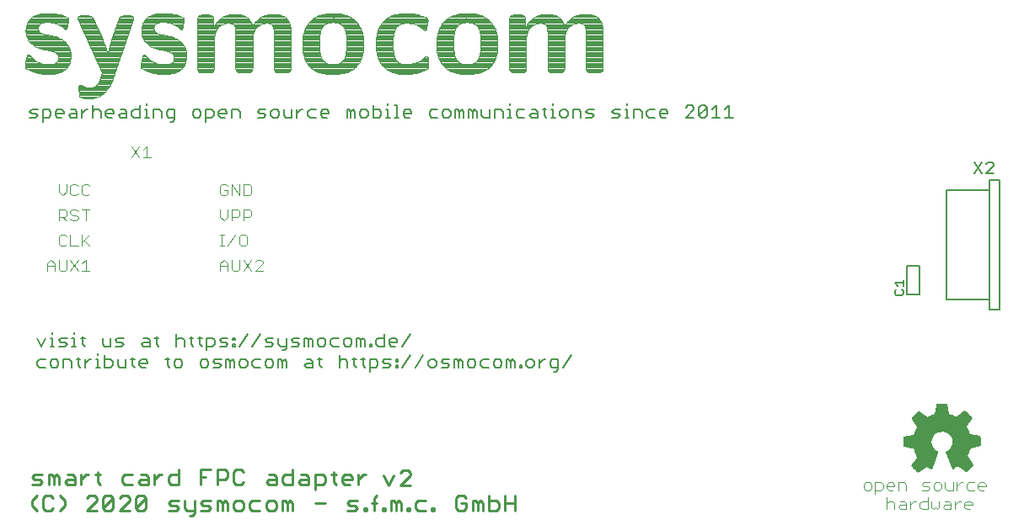
<source format=gto>
G75*
%MOIN*%
%OFA0B0*%
%FSLAX25Y25*%
%IPPOS*%
%LPD*%
%AMOC8*
5,1,8,0,0,1.08239X$1,22.5*
%
%ADD10C,0.01000*%
%ADD11C,0.00800*%
%ADD12C,0.00400*%
%ADD13C,0.00500*%
%ADD14C,0.00700*%
%ADD15C,0.00600*%
%ADD16C,0.00200*%
%ADD17C,0.00394*%
D10*
X0012752Y0007734D02*
X0010750Y0009736D01*
X0010750Y0011738D01*
X0012752Y0013739D01*
X0015047Y0012739D02*
X0015047Y0008735D01*
X0016048Y0007734D01*
X0018050Y0007734D01*
X0019050Y0008735D01*
X0021492Y0007734D02*
X0023494Y0009736D01*
X0023494Y0011738D01*
X0021492Y0013739D01*
X0019050Y0012739D02*
X0018050Y0013739D01*
X0016048Y0013739D01*
X0015047Y0012739D01*
X0013753Y0018234D02*
X0010750Y0018234D01*
X0011751Y0020236D02*
X0010750Y0021237D01*
X0011751Y0022238D01*
X0014753Y0022238D01*
X0013753Y0020236D02*
X0011751Y0020236D01*
X0013753Y0020236D02*
X0014753Y0019235D01*
X0013753Y0018234D01*
X0017195Y0018234D02*
X0017195Y0022238D01*
X0018196Y0022238D01*
X0019197Y0021237D01*
X0020198Y0022238D01*
X0021199Y0021237D01*
X0021199Y0018234D01*
X0019197Y0018234D02*
X0019197Y0021237D01*
X0023641Y0019235D02*
X0024642Y0020236D01*
X0027644Y0020236D01*
X0027644Y0021237D02*
X0027644Y0018234D01*
X0024642Y0018234D01*
X0023641Y0019235D01*
X0026644Y0022238D02*
X0027644Y0021237D01*
X0026644Y0022238D02*
X0024642Y0022238D01*
X0030086Y0022238D02*
X0030086Y0018234D01*
X0030086Y0020236D02*
X0032088Y0022238D01*
X0033089Y0022238D01*
X0035458Y0022238D02*
X0037459Y0022238D01*
X0036459Y0023239D02*
X0036459Y0019235D01*
X0037459Y0018234D01*
X0035238Y0013739D02*
X0033236Y0013739D01*
X0032235Y0012739D01*
X0035238Y0013739D02*
X0036238Y0012739D01*
X0036238Y0011738D01*
X0032235Y0007734D01*
X0036238Y0007734D01*
X0038680Y0008735D02*
X0042684Y0012739D01*
X0042684Y0008735D01*
X0041683Y0007734D01*
X0039681Y0007734D01*
X0038680Y0008735D01*
X0038680Y0012739D01*
X0039681Y0013739D01*
X0041683Y0013739D01*
X0042684Y0012739D01*
X0045126Y0012739D02*
X0046127Y0013739D01*
X0048129Y0013739D01*
X0049129Y0012739D01*
X0049129Y0011738D01*
X0045126Y0007734D01*
X0049129Y0007734D01*
X0051571Y0008735D02*
X0055575Y0012739D01*
X0055575Y0008735D01*
X0054574Y0007734D01*
X0052572Y0007734D01*
X0051571Y0008735D01*
X0051571Y0012739D01*
X0052572Y0013739D01*
X0054574Y0013739D01*
X0055575Y0012739D01*
X0064462Y0010737D02*
X0065463Y0011738D01*
X0068466Y0011738D01*
X0067465Y0009736D02*
X0065463Y0009736D01*
X0064462Y0010737D01*
X0064462Y0007734D02*
X0067465Y0007734D01*
X0068466Y0008735D01*
X0067465Y0009736D01*
X0070908Y0008735D02*
X0071909Y0007734D01*
X0074911Y0007734D01*
X0074911Y0006733D02*
X0073911Y0005733D01*
X0072910Y0005733D01*
X0074911Y0006733D02*
X0074911Y0011738D01*
X0077353Y0010737D02*
X0078354Y0011738D01*
X0081357Y0011738D01*
X0080356Y0009736D02*
X0078354Y0009736D01*
X0077353Y0010737D01*
X0077353Y0007734D02*
X0080356Y0007734D01*
X0081357Y0008735D01*
X0080356Y0009736D01*
X0083799Y0007734D02*
X0083799Y0011738D01*
X0084800Y0011738D01*
X0085801Y0010737D01*
X0086802Y0011738D01*
X0087802Y0010737D01*
X0087802Y0007734D01*
X0085801Y0007734D02*
X0085801Y0010737D01*
X0090244Y0010737D02*
X0090244Y0008735D01*
X0091245Y0007734D01*
X0093247Y0007734D01*
X0094248Y0008735D01*
X0094248Y0010737D01*
X0093247Y0011738D01*
X0091245Y0011738D01*
X0090244Y0010737D01*
X0096690Y0010737D02*
X0096690Y0008735D01*
X0097691Y0007734D01*
X0100693Y0007734D01*
X0103135Y0008735D02*
X0104136Y0007734D01*
X0106138Y0007734D01*
X0107139Y0008735D01*
X0107139Y0010737D01*
X0106138Y0011738D01*
X0104136Y0011738D01*
X0103135Y0010737D01*
X0103135Y0008735D01*
X0100693Y0011738D02*
X0097691Y0011738D01*
X0096690Y0010737D01*
X0109581Y0011738D02*
X0109581Y0007734D01*
X0111583Y0007734D02*
X0111583Y0010737D01*
X0112584Y0011738D01*
X0113584Y0010737D01*
X0113584Y0007734D01*
X0111583Y0010737D02*
X0110582Y0011738D01*
X0109581Y0011738D01*
X0110582Y0018234D02*
X0109581Y0019235D01*
X0109581Y0021237D01*
X0110582Y0022238D01*
X0113584Y0022238D01*
X0113584Y0024239D02*
X0113584Y0018234D01*
X0110582Y0018234D01*
X0107139Y0018234D02*
X0104136Y0018234D01*
X0103135Y0019235D01*
X0104136Y0020236D01*
X0107139Y0020236D01*
X0107139Y0021237D02*
X0107139Y0018234D01*
X0107139Y0021237D02*
X0106138Y0022238D01*
X0104136Y0022238D01*
X0094248Y0023239D02*
X0093247Y0024239D01*
X0091245Y0024239D01*
X0090244Y0023239D01*
X0090244Y0019235D01*
X0091245Y0018234D01*
X0093247Y0018234D01*
X0094248Y0019235D01*
X0087802Y0021237D02*
X0086802Y0020236D01*
X0083799Y0020236D01*
X0083799Y0018234D02*
X0083799Y0024239D01*
X0086802Y0024239D01*
X0087802Y0023239D01*
X0087802Y0021237D01*
X0081357Y0024239D02*
X0077353Y0024239D01*
X0077353Y0018234D01*
X0077353Y0021237D02*
X0079355Y0021237D01*
X0068466Y0022238D02*
X0065463Y0022238D01*
X0064462Y0021237D01*
X0064462Y0019235D01*
X0065463Y0018234D01*
X0068466Y0018234D01*
X0068466Y0024239D01*
X0062094Y0022238D02*
X0061093Y0022238D01*
X0059091Y0020236D01*
X0059091Y0018234D02*
X0059091Y0022238D01*
X0056649Y0021237D02*
X0055648Y0022238D01*
X0053647Y0022238D01*
X0053647Y0020236D02*
X0056649Y0020236D01*
X0056649Y0021237D02*
X0056649Y0018234D01*
X0053647Y0018234D01*
X0052646Y0019235D01*
X0053647Y0020236D01*
X0050204Y0022238D02*
X0047201Y0022238D01*
X0046200Y0021237D01*
X0046200Y0019235D01*
X0047201Y0018234D01*
X0050204Y0018234D01*
X0070908Y0011738D02*
X0070908Y0008735D01*
X0116026Y0019235D02*
X0117027Y0020236D01*
X0120030Y0020236D01*
X0120030Y0021237D02*
X0120030Y0018234D01*
X0117027Y0018234D01*
X0116026Y0019235D01*
X0119029Y0022238D02*
X0120030Y0021237D01*
X0119029Y0022238D02*
X0117027Y0022238D01*
X0122472Y0022238D02*
X0125475Y0022238D01*
X0126475Y0021237D01*
X0126475Y0019235D01*
X0125475Y0018234D01*
X0122472Y0018234D01*
X0122472Y0016233D02*
X0122472Y0022238D01*
X0128917Y0022238D02*
X0130919Y0022238D01*
X0129918Y0023239D02*
X0129918Y0019235D01*
X0130919Y0018234D01*
X0133214Y0019235D02*
X0133214Y0021237D01*
X0134215Y0022238D01*
X0136217Y0022238D01*
X0137218Y0021237D01*
X0137218Y0020236D01*
X0133214Y0020236D01*
X0133214Y0019235D02*
X0134215Y0018234D01*
X0136217Y0018234D01*
X0139660Y0018234D02*
X0139660Y0022238D01*
X0141662Y0022238D02*
X0142663Y0022238D01*
X0141662Y0022238D02*
X0139660Y0020236D01*
X0149750Y0021738D02*
X0151752Y0017734D01*
X0153753Y0021738D01*
X0156195Y0022739D02*
X0157196Y0023739D01*
X0159198Y0023739D01*
X0160199Y0022739D01*
X0160199Y0021738D01*
X0156195Y0017734D01*
X0160199Y0017734D01*
X0163220Y0011738D02*
X0162219Y0010737D01*
X0162219Y0008735D01*
X0163220Y0007734D01*
X0166223Y0007734D01*
X0168665Y0007734D02*
X0168665Y0008735D01*
X0169666Y0008735D01*
X0169666Y0007734D01*
X0168665Y0007734D01*
X0166223Y0011738D02*
X0163220Y0011738D01*
X0159997Y0008735D02*
X0159997Y0007734D01*
X0158996Y0007734D01*
X0158996Y0008735D01*
X0159997Y0008735D01*
X0156554Y0007734D02*
X0156554Y0010737D01*
X0155553Y0011738D01*
X0154553Y0010737D01*
X0154553Y0007734D01*
X0152551Y0007734D02*
X0152551Y0011738D01*
X0153552Y0011738D01*
X0154553Y0010737D01*
X0150329Y0008735D02*
X0150329Y0007734D01*
X0149328Y0007734D01*
X0149328Y0008735D01*
X0150329Y0008735D01*
X0147033Y0010737D02*
X0145031Y0010737D01*
X0146032Y0012739D02*
X0146032Y0007734D01*
X0142809Y0007734D02*
X0141808Y0007734D01*
X0141808Y0008735D01*
X0142809Y0008735D01*
X0142809Y0007734D01*
X0139366Y0008735D02*
X0138366Y0009736D01*
X0136364Y0009736D01*
X0135363Y0010737D01*
X0136364Y0011738D01*
X0139366Y0011738D01*
X0139366Y0008735D02*
X0138366Y0007734D01*
X0135363Y0007734D01*
X0146032Y0012739D02*
X0147033Y0013739D01*
X0126475Y0010737D02*
X0122472Y0010737D01*
X0178333Y0012739D02*
X0178333Y0008735D01*
X0179334Y0007734D01*
X0181335Y0007734D01*
X0182336Y0008735D01*
X0182336Y0010737D01*
X0180335Y0010737D01*
X0182336Y0012739D02*
X0181335Y0013739D01*
X0179334Y0013739D01*
X0178333Y0012739D01*
X0184778Y0011738D02*
X0185779Y0011738D01*
X0186780Y0010737D01*
X0187781Y0011738D01*
X0188782Y0010737D01*
X0188782Y0007734D01*
X0186780Y0007734D02*
X0186780Y0010737D01*
X0184778Y0011738D02*
X0184778Y0007734D01*
X0191224Y0007734D02*
X0194226Y0007734D01*
X0195227Y0008735D01*
X0195227Y0010737D01*
X0194226Y0011738D01*
X0191224Y0011738D01*
X0191224Y0013739D02*
X0191224Y0007734D01*
X0197669Y0007734D02*
X0197669Y0013739D01*
X0201673Y0013739D02*
X0201673Y0007734D01*
X0201673Y0010737D02*
X0197669Y0010737D01*
D11*
X0217070Y0063033D02*
X0217870Y0063033D01*
X0218671Y0063834D01*
X0218671Y0067837D01*
X0216269Y0067837D01*
X0215468Y0067036D01*
X0215468Y0065435D01*
X0216269Y0064634D01*
X0218671Y0064634D01*
X0220625Y0064634D02*
X0223827Y0069438D01*
X0213573Y0067837D02*
X0212773Y0067837D01*
X0211171Y0066236D01*
X0211171Y0067837D02*
X0211171Y0064634D01*
X0209218Y0065435D02*
X0209218Y0067036D01*
X0208417Y0067837D01*
X0206816Y0067837D01*
X0206015Y0067036D01*
X0206015Y0065435D01*
X0206816Y0064634D01*
X0208417Y0064634D01*
X0209218Y0065435D01*
X0204237Y0065435D02*
X0204237Y0064634D01*
X0203437Y0064634D01*
X0203437Y0065435D01*
X0204237Y0065435D01*
X0201483Y0064634D02*
X0201483Y0067036D01*
X0200682Y0067837D01*
X0199882Y0067036D01*
X0199882Y0064634D01*
X0198280Y0064634D02*
X0198280Y0067837D01*
X0199081Y0067837D01*
X0199882Y0067036D01*
X0196327Y0067036D02*
X0196327Y0065435D01*
X0195526Y0064634D01*
X0193925Y0064634D01*
X0193124Y0065435D01*
X0193124Y0067036D01*
X0193925Y0067837D01*
X0195526Y0067837D01*
X0196327Y0067036D01*
X0191170Y0067837D02*
X0188768Y0067837D01*
X0187968Y0067036D01*
X0187968Y0065435D01*
X0188768Y0064634D01*
X0191170Y0064634D01*
X0186014Y0065435D02*
X0186014Y0067036D01*
X0185213Y0067837D01*
X0183612Y0067837D01*
X0182811Y0067036D01*
X0182811Y0065435D01*
X0183612Y0064634D01*
X0185213Y0064634D01*
X0186014Y0065435D01*
X0180857Y0064634D02*
X0180857Y0067036D01*
X0180057Y0067837D01*
X0179256Y0067036D01*
X0179256Y0064634D01*
X0177655Y0064634D02*
X0177655Y0067837D01*
X0178455Y0067837D01*
X0179256Y0067036D01*
X0175701Y0067837D02*
X0173299Y0067837D01*
X0172498Y0067036D01*
X0173299Y0066236D01*
X0174900Y0066236D01*
X0175701Y0065435D01*
X0174900Y0064634D01*
X0172498Y0064634D01*
X0170545Y0065435D02*
X0170545Y0067036D01*
X0169744Y0067837D01*
X0168143Y0067837D01*
X0167342Y0067036D01*
X0167342Y0065435D01*
X0168143Y0064634D01*
X0169744Y0064634D01*
X0170545Y0065435D01*
X0165388Y0069438D02*
X0162186Y0064634D01*
X0157029Y0064634D02*
X0160232Y0069438D01*
X0157029Y0073034D02*
X0160232Y0077838D01*
X0155075Y0075436D02*
X0155075Y0074636D01*
X0151873Y0074636D01*
X0151873Y0075436D02*
X0151873Y0073835D01*
X0152673Y0073034D01*
X0154275Y0073034D01*
X0149919Y0073034D02*
X0147517Y0073034D01*
X0146716Y0073835D01*
X0146716Y0075436D01*
X0147517Y0076237D01*
X0149919Y0076237D01*
X0149919Y0077838D02*
X0149919Y0073034D01*
X0144939Y0073034D02*
X0144939Y0073835D01*
X0144138Y0073835D01*
X0144138Y0073034D01*
X0144939Y0073034D01*
X0142184Y0073034D02*
X0142184Y0075436D01*
X0141384Y0076237D01*
X0140583Y0075436D01*
X0140583Y0073034D01*
X0138982Y0073034D02*
X0138982Y0076237D01*
X0139782Y0076237D01*
X0140583Y0075436D01*
X0137028Y0075436D02*
X0137028Y0073835D01*
X0136227Y0073034D01*
X0134626Y0073034D01*
X0133825Y0073835D01*
X0133825Y0075436D01*
X0134626Y0076237D01*
X0136227Y0076237D01*
X0137028Y0075436D01*
X0131872Y0076237D02*
X0129470Y0076237D01*
X0128669Y0075436D01*
X0128669Y0073835D01*
X0129470Y0073034D01*
X0131872Y0073034D01*
X0132107Y0069438D02*
X0132107Y0064634D01*
X0132107Y0067036D02*
X0132907Y0067837D01*
X0134509Y0067837D01*
X0135309Y0067036D01*
X0135309Y0064634D01*
X0138064Y0065435D02*
X0138864Y0064634D01*
X0138064Y0065435D02*
X0138064Y0068638D01*
X0137263Y0067837D02*
X0138864Y0067837D01*
X0140701Y0067837D02*
X0142302Y0067837D01*
X0141501Y0068638D02*
X0141501Y0065435D01*
X0142302Y0064634D01*
X0144138Y0064634D02*
X0146540Y0064634D01*
X0147341Y0065435D01*
X0147341Y0067036D01*
X0146540Y0067837D01*
X0144138Y0067837D01*
X0144138Y0063033D01*
X0149295Y0064634D02*
X0151697Y0064634D01*
X0152497Y0065435D01*
X0151697Y0066236D01*
X0150095Y0066236D01*
X0149295Y0067036D01*
X0150095Y0067837D01*
X0152497Y0067837D01*
X0154451Y0067837D02*
X0154451Y0067036D01*
X0155252Y0067036D01*
X0155252Y0067837D01*
X0154451Y0067837D01*
X0154451Y0065435D02*
X0154451Y0064634D01*
X0155252Y0064634D01*
X0155252Y0065435D01*
X0154451Y0065435D01*
X0155075Y0075436D02*
X0154275Y0076237D01*
X0152673Y0076237D01*
X0151873Y0075436D01*
X0126715Y0075436D02*
X0126715Y0073835D01*
X0125915Y0073034D01*
X0124313Y0073034D01*
X0123513Y0073835D01*
X0123513Y0075436D01*
X0124313Y0076237D01*
X0125915Y0076237D01*
X0126715Y0075436D01*
X0121559Y0075436D02*
X0121559Y0073034D01*
X0119958Y0073034D02*
X0119958Y0075436D01*
X0120758Y0076237D01*
X0121559Y0075436D01*
X0119958Y0075436D02*
X0119157Y0076237D01*
X0118356Y0076237D01*
X0118356Y0073034D01*
X0116402Y0073835D02*
X0115602Y0073034D01*
X0113200Y0073034D01*
X0114000Y0074636D02*
X0113200Y0075436D01*
X0114000Y0076237D01*
X0116402Y0076237D01*
X0115602Y0074636D02*
X0114000Y0074636D01*
X0115602Y0074636D02*
X0116402Y0073835D01*
X0111246Y0073034D02*
X0108844Y0073034D01*
X0108043Y0073835D01*
X0108043Y0076237D01*
X0106090Y0076237D02*
X0103688Y0076237D01*
X0102887Y0075436D01*
X0103688Y0074636D01*
X0105289Y0074636D01*
X0106090Y0073835D01*
X0105289Y0073034D01*
X0102887Y0073034D01*
X0097731Y0073034D02*
X0100933Y0077838D01*
X0095777Y0077838D02*
X0092574Y0073034D01*
X0090797Y0073034D02*
X0090797Y0073835D01*
X0089996Y0073835D01*
X0089996Y0073034D01*
X0090797Y0073034D01*
X0088042Y0073835D02*
X0087242Y0073034D01*
X0084840Y0073034D01*
X0085640Y0074636D02*
X0084840Y0075436D01*
X0085640Y0076237D01*
X0088042Y0076237D01*
X0087242Y0074636D02*
X0085640Y0074636D01*
X0087242Y0074636D02*
X0088042Y0073835D01*
X0089996Y0075436D02*
X0089996Y0076237D01*
X0090797Y0076237D01*
X0090797Y0075436D01*
X0089996Y0075436D01*
X0082886Y0075436D02*
X0082886Y0073835D01*
X0082085Y0073034D01*
X0079683Y0073034D01*
X0079683Y0071433D02*
X0079683Y0076237D01*
X0082085Y0076237D01*
X0082886Y0075436D01*
X0077847Y0076237D02*
X0076246Y0076237D01*
X0077046Y0077038D02*
X0077046Y0073835D01*
X0077847Y0073034D01*
X0074409Y0073034D02*
X0073609Y0073835D01*
X0073609Y0077038D01*
X0072808Y0076237D02*
X0074409Y0076237D01*
X0070854Y0075436D02*
X0070854Y0073034D01*
X0067652Y0073034D02*
X0067652Y0077838D01*
X0068452Y0076237D02*
X0070054Y0076237D01*
X0070854Y0075436D01*
X0068452Y0076237D02*
X0067652Y0075436D01*
X0060659Y0076237D02*
X0059058Y0076237D01*
X0059858Y0077038D02*
X0059858Y0073835D01*
X0060659Y0073034D01*
X0057104Y0073034D02*
X0054702Y0073034D01*
X0053901Y0073835D01*
X0054702Y0074636D01*
X0057104Y0074636D01*
X0057104Y0075436D02*
X0057104Y0073034D01*
X0057104Y0075436D02*
X0056303Y0076237D01*
X0054702Y0076237D01*
X0046791Y0076237D02*
X0044389Y0076237D01*
X0043588Y0075436D01*
X0044389Y0074636D01*
X0045990Y0074636D01*
X0046791Y0073835D01*
X0045990Y0073034D01*
X0043588Y0073034D01*
X0041635Y0073034D02*
X0041635Y0076237D01*
X0038432Y0076237D02*
X0038432Y0073835D01*
X0039233Y0073034D01*
X0041635Y0073034D01*
X0039291Y0069438D02*
X0039291Y0064634D01*
X0041693Y0064634D01*
X0042494Y0065435D01*
X0042494Y0067036D01*
X0041693Y0067837D01*
X0039291Y0067837D01*
X0036654Y0067837D02*
X0036654Y0064634D01*
X0035854Y0064634D02*
X0037455Y0064634D01*
X0036654Y0067837D02*
X0035854Y0067837D01*
X0036654Y0069438D02*
X0036654Y0070239D01*
X0033959Y0067837D02*
X0033158Y0067837D01*
X0031557Y0066236D01*
X0031557Y0067837D02*
X0031557Y0064634D01*
X0029721Y0064634D02*
X0028920Y0065435D01*
X0028920Y0068638D01*
X0028119Y0067837D02*
X0029721Y0067837D01*
X0026166Y0067036D02*
X0026166Y0064634D01*
X0026166Y0067036D02*
X0025365Y0067837D01*
X0022963Y0067837D01*
X0022963Y0064634D01*
X0021009Y0065435D02*
X0021009Y0067036D01*
X0020208Y0067837D01*
X0018607Y0067837D01*
X0017806Y0067036D01*
X0017806Y0065435D01*
X0018607Y0064634D01*
X0020208Y0064634D01*
X0021009Y0065435D01*
X0015853Y0064634D02*
X0013451Y0064634D01*
X0012650Y0065435D01*
X0012650Y0067036D01*
X0013451Y0067837D01*
X0015853Y0067837D01*
X0014251Y0073034D02*
X0015853Y0076237D01*
X0017806Y0076237D02*
X0018607Y0076237D01*
X0018607Y0073034D01*
X0017806Y0073034D02*
X0019408Y0073034D01*
X0021244Y0073034D02*
X0023646Y0073034D01*
X0024447Y0073835D01*
X0023646Y0074636D01*
X0022045Y0074636D01*
X0021244Y0075436D01*
X0022045Y0076237D01*
X0024447Y0076237D01*
X0026400Y0076237D02*
X0027201Y0076237D01*
X0027201Y0073034D01*
X0026400Y0073034D02*
X0028002Y0073034D01*
X0030639Y0073835D02*
X0031439Y0073034D01*
X0030639Y0073835D02*
X0030639Y0077038D01*
X0029838Y0076237D02*
X0031439Y0076237D01*
X0027201Y0077838D02*
X0027201Y0078639D01*
X0018607Y0078639D02*
X0018607Y0077838D01*
X0012650Y0076237D02*
X0014251Y0073034D01*
X0044448Y0067837D02*
X0044448Y0065435D01*
X0045248Y0064634D01*
X0047651Y0064634D01*
X0047651Y0067837D01*
X0049604Y0067837D02*
X0051206Y0067837D01*
X0050405Y0068638D02*
X0050405Y0065435D01*
X0051206Y0064634D01*
X0053042Y0065435D02*
X0053042Y0067036D01*
X0053842Y0067837D01*
X0055444Y0067837D01*
X0056245Y0067036D01*
X0056245Y0066236D01*
X0053042Y0066236D01*
X0053042Y0065435D02*
X0053842Y0064634D01*
X0055444Y0064634D01*
X0063355Y0067837D02*
X0064956Y0067837D01*
X0064155Y0068638D02*
X0064155Y0065435D01*
X0064956Y0064634D01*
X0066792Y0065435D02*
X0067593Y0064634D01*
X0069194Y0064634D01*
X0069995Y0065435D01*
X0069995Y0067036D01*
X0069194Y0067837D01*
X0067593Y0067837D01*
X0066792Y0067036D01*
X0066792Y0065435D01*
X0077105Y0065435D02*
X0077906Y0064634D01*
X0079507Y0064634D01*
X0080308Y0065435D01*
X0080308Y0067036D01*
X0079507Y0067837D01*
X0077906Y0067837D01*
X0077105Y0067036D01*
X0077105Y0065435D01*
X0082261Y0064634D02*
X0084663Y0064634D01*
X0085464Y0065435D01*
X0084663Y0066236D01*
X0083062Y0066236D01*
X0082261Y0067036D01*
X0083062Y0067837D01*
X0085464Y0067837D01*
X0087418Y0067837D02*
X0087418Y0064634D01*
X0089019Y0064634D02*
X0089019Y0067036D01*
X0089820Y0067837D01*
X0090620Y0067036D01*
X0090620Y0064634D01*
X0092574Y0065435D02*
X0092574Y0067036D01*
X0093375Y0067837D01*
X0094976Y0067837D01*
X0095777Y0067036D01*
X0095777Y0065435D01*
X0094976Y0064634D01*
X0093375Y0064634D01*
X0092574Y0065435D01*
X0089019Y0067036D02*
X0088218Y0067837D01*
X0087418Y0067837D01*
X0097731Y0067036D02*
X0097731Y0065435D01*
X0098531Y0064634D01*
X0100933Y0064634D01*
X0102887Y0065435D02*
X0103688Y0064634D01*
X0105289Y0064634D01*
X0106090Y0065435D01*
X0106090Y0067036D01*
X0105289Y0067837D01*
X0103688Y0067837D01*
X0102887Y0067036D01*
X0102887Y0065435D01*
X0100933Y0067837D02*
X0098531Y0067837D01*
X0097731Y0067036D01*
X0108043Y0067837D02*
X0108043Y0064634D01*
X0109645Y0064634D02*
X0109645Y0067036D01*
X0110445Y0067837D01*
X0111246Y0067036D01*
X0111246Y0064634D01*
X0109645Y0067036D02*
X0108844Y0067837D01*
X0108043Y0067837D01*
X0109645Y0071433D02*
X0110445Y0071433D01*
X0111246Y0072234D01*
X0111246Y0076237D01*
X0119157Y0067837D02*
X0120758Y0067837D01*
X0121559Y0067036D01*
X0121559Y0064634D01*
X0119157Y0064634D01*
X0118356Y0065435D01*
X0119157Y0066236D01*
X0121559Y0066236D01*
X0123513Y0067837D02*
X0125114Y0067837D01*
X0124313Y0068638D02*
X0124313Y0065435D01*
X0125114Y0064634D01*
X0079261Y0162033D02*
X0079261Y0166837D01*
X0081663Y0166837D01*
X0082464Y0166036D01*
X0082464Y0164435D01*
X0081663Y0163634D01*
X0079261Y0163634D01*
X0077308Y0164435D02*
X0077308Y0166036D01*
X0076507Y0166837D01*
X0074906Y0166837D01*
X0074105Y0166036D01*
X0074105Y0164435D01*
X0074906Y0163634D01*
X0076507Y0163634D01*
X0077308Y0164435D01*
X0084418Y0164435D02*
X0084418Y0166036D01*
X0085218Y0166837D01*
X0086820Y0166837D01*
X0087620Y0166036D01*
X0087620Y0165236D01*
X0084418Y0165236D01*
X0084418Y0164435D02*
X0085218Y0163634D01*
X0086820Y0163634D01*
X0089574Y0163634D02*
X0089574Y0166837D01*
X0091976Y0166837D01*
X0092777Y0166036D01*
X0092777Y0163634D01*
X0099887Y0163634D02*
X0102289Y0163634D01*
X0103090Y0164435D01*
X0102289Y0165236D01*
X0100688Y0165236D01*
X0099887Y0166036D01*
X0100688Y0166837D01*
X0103090Y0166837D01*
X0105043Y0166036D02*
X0105043Y0164435D01*
X0105844Y0163634D01*
X0107445Y0163634D01*
X0108246Y0164435D01*
X0108246Y0166036D01*
X0107445Y0166837D01*
X0105844Y0166837D01*
X0105043Y0166036D01*
X0110200Y0166837D02*
X0110200Y0164435D01*
X0111000Y0163634D01*
X0113402Y0163634D01*
X0113402Y0166837D01*
X0115356Y0166837D02*
X0115356Y0163634D01*
X0115356Y0165236D02*
X0116958Y0166837D01*
X0117758Y0166837D01*
X0119653Y0166036D02*
X0119653Y0164435D01*
X0120454Y0163634D01*
X0122856Y0163634D01*
X0124810Y0164435D02*
X0124810Y0166036D01*
X0125610Y0166837D01*
X0127212Y0166837D01*
X0128012Y0166036D01*
X0128012Y0165236D01*
X0124810Y0165236D01*
X0124810Y0164435D02*
X0125610Y0163634D01*
X0127212Y0163634D01*
X0122856Y0166837D02*
X0120454Y0166837D01*
X0119653Y0166036D01*
X0135122Y0166837D02*
X0135122Y0163634D01*
X0136724Y0163634D02*
X0136724Y0166036D01*
X0137524Y0166837D01*
X0138325Y0166036D01*
X0138325Y0163634D01*
X0140279Y0164435D02*
X0140279Y0166036D01*
X0141079Y0166837D01*
X0142681Y0166837D01*
X0143481Y0166036D01*
X0143481Y0164435D01*
X0142681Y0163634D01*
X0141079Y0163634D01*
X0140279Y0164435D01*
X0136724Y0166036D02*
X0135923Y0166837D01*
X0135122Y0166837D01*
X0145435Y0166837D02*
X0147837Y0166837D01*
X0148638Y0166036D01*
X0148638Y0164435D01*
X0147837Y0163634D01*
X0145435Y0163634D01*
X0145435Y0168438D01*
X0150592Y0166837D02*
X0151392Y0166837D01*
X0151392Y0163634D01*
X0150592Y0163634D02*
X0152193Y0163634D01*
X0154029Y0163634D02*
X0155630Y0163634D01*
X0154830Y0163634D02*
X0154830Y0168438D01*
X0154029Y0168438D01*
X0151392Y0168438D02*
X0151392Y0169239D01*
X0157467Y0166036D02*
X0158267Y0166837D01*
X0159869Y0166837D01*
X0160669Y0166036D01*
X0160669Y0165236D01*
X0157467Y0165236D01*
X0157467Y0166036D02*
X0157467Y0164435D01*
X0158267Y0163634D01*
X0159869Y0163634D01*
X0167780Y0164435D02*
X0168580Y0163634D01*
X0170982Y0163634D01*
X0172936Y0164435D02*
X0173737Y0163634D01*
X0175338Y0163634D01*
X0176139Y0164435D01*
X0176139Y0166036D01*
X0175338Y0166837D01*
X0173737Y0166837D01*
X0172936Y0166036D01*
X0172936Y0164435D01*
X0170982Y0166837D02*
X0168580Y0166837D01*
X0167780Y0166036D01*
X0167780Y0164435D01*
X0178092Y0163634D02*
X0178092Y0166837D01*
X0178893Y0166837D01*
X0179694Y0166036D01*
X0180494Y0166837D01*
X0181295Y0166036D01*
X0181295Y0163634D01*
X0179694Y0163634D02*
X0179694Y0166036D01*
X0183249Y0166837D02*
X0183249Y0163634D01*
X0184850Y0163634D02*
X0184850Y0166036D01*
X0185651Y0166837D01*
X0186451Y0166036D01*
X0186451Y0163634D01*
X0188405Y0164435D02*
X0189206Y0163634D01*
X0191608Y0163634D01*
X0191608Y0166837D01*
X0193562Y0166837D02*
X0195964Y0166837D01*
X0196764Y0166036D01*
X0196764Y0163634D01*
X0198718Y0163634D02*
X0200319Y0163634D01*
X0199519Y0163634D02*
X0199519Y0166837D01*
X0198718Y0166837D01*
X0199519Y0168438D02*
X0199519Y0169239D01*
X0202156Y0166036D02*
X0202156Y0164435D01*
X0202956Y0163634D01*
X0205358Y0163634D01*
X0207312Y0164435D02*
X0208113Y0165236D01*
X0210515Y0165236D01*
X0210515Y0166036D02*
X0210515Y0163634D01*
X0208113Y0163634D01*
X0207312Y0164435D01*
X0208113Y0166837D02*
X0209714Y0166837D01*
X0210515Y0166036D01*
X0212468Y0166837D02*
X0214070Y0166837D01*
X0213269Y0167638D02*
X0213269Y0164435D01*
X0214070Y0163634D01*
X0215906Y0163634D02*
X0217507Y0163634D01*
X0216707Y0163634D02*
X0216707Y0166837D01*
X0215906Y0166837D01*
X0216707Y0168438D02*
X0216707Y0169239D01*
X0219344Y0166036D02*
X0219344Y0164435D01*
X0220144Y0163634D01*
X0221746Y0163634D01*
X0222546Y0164435D01*
X0222546Y0166036D01*
X0221746Y0166837D01*
X0220144Y0166837D01*
X0219344Y0166036D01*
X0224500Y0166837D02*
X0224500Y0163634D01*
X0227703Y0163634D02*
X0227703Y0166036D01*
X0226902Y0166837D01*
X0224500Y0166837D01*
X0229656Y0166036D02*
X0230457Y0165236D01*
X0232058Y0165236D01*
X0232859Y0164435D01*
X0232058Y0163634D01*
X0229656Y0163634D01*
X0229656Y0166036D02*
X0230457Y0166837D01*
X0232859Y0166837D01*
X0239969Y0166036D02*
X0240770Y0165236D01*
X0242371Y0165236D01*
X0243172Y0164435D01*
X0242371Y0163634D01*
X0239969Y0163634D01*
X0239969Y0166036D02*
X0240770Y0166837D01*
X0243172Y0166837D01*
X0245125Y0166837D02*
X0245926Y0166837D01*
X0245926Y0163634D01*
X0245125Y0163634D02*
X0246727Y0163634D01*
X0248563Y0163634D02*
X0248563Y0166837D01*
X0250965Y0166837D01*
X0251766Y0166036D01*
X0251766Y0163634D01*
X0253719Y0164435D02*
X0253719Y0166036D01*
X0254520Y0166837D01*
X0256922Y0166837D01*
X0258876Y0166036D02*
X0258876Y0164435D01*
X0259677Y0163634D01*
X0261278Y0163634D01*
X0262079Y0165236D02*
X0258876Y0165236D01*
X0258876Y0166036D02*
X0259677Y0166837D01*
X0261278Y0166837D01*
X0262079Y0166036D01*
X0262079Y0165236D01*
X0269189Y0163634D02*
X0272391Y0166837D01*
X0272391Y0167638D01*
X0271591Y0168438D01*
X0269989Y0168438D01*
X0269189Y0167638D01*
X0269189Y0163634D02*
X0272391Y0163634D01*
X0274345Y0164435D02*
X0274345Y0167638D01*
X0275146Y0168438D01*
X0276747Y0168438D01*
X0277548Y0167638D01*
X0274345Y0164435D01*
X0275146Y0163634D01*
X0276747Y0163634D01*
X0277548Y0164435D01*
X0277548Y0167638D01*
X0279501Y0166837D02*
X0281103Y0168438D01*
X0281103Y0163634D01*
X0282704Y0163634D02*
X0279501Y0163634D01*
X0284658Y0163634D02*
X0287861Y0163634D01*
X0286259Y0163634D02*
X0286259Y0168438D01*
X0284658Y0166837D01*
X0256922Y0163634D02*
X0254520Y0163634D01*
X0253719Y0164435D01*
X0245926Y0168438D02*
X0245926Y0169239D01*
X0205358Y0166837D02*
X0202956Y0166837D01*
X0202156Y0166036D01*
X0193562Y0166837D02*
X0193562Y0163634D01*
X0188405Y0164435D02*
X0188405Y0166837D01*
X0184850Y0166036D02*
X0184049Y0166837D01*
X0183249Y0166837D01*
X0066995Y0166837D02*
X0066995Y0162834D01*
X0066194Y0162033D01*
X0065394Y0162033D01*
X0064593Y0163634D02*
X0066995Y0163634D01*
X0064593Y0163634D02*
X0063792Y0164435D01*
X0063792Y0166036D01*
X0064593Y0166837D01*
X0066995Y0166837D01*
X0061839Y0166036D02*
X0061839Y0163634D01*
X0061839Y0166036D02*
X0061038Y0166837D01*
X0058636Y0166837D01*
X0058636Y0163634D01*
X0056800Y0163634D02*
X0055198Y0163634D01*
X0055999Y0163634D02*
X0055999Y0166837D01*
X0055198Y0166837D01*
X0055999Y0168438D02*
X0055999Y0169239D01*
X0053245Y0168438D02*
X0053245Y0163634D01*
X0050842Y0163634D01*
X0050042Y0164435D01*
X0050042Y0166036D01*
X0050842Y0166837D01*
X0053245Y0166837D01*
X0048088Y0166036D02*
X0048088Y0163634D01*
X0045686Y0163634D01*
X0044885Y0164435D01*
X0045686Y0165236D01*
X0048088Y0165236D01*
X0048088Y0166036D02*
X0047287Y0166837D01*
X0045686Y0166837D01*
X0042932Y0166036D02*
X0042932Y0165236D01*
X0039729Y0165236D01*
X0039729Y0166036D02*
X0039729Y0164435D01*
X0040530Y0163634D01*
X0042131Y0163634D01*
X0042932Y0166036D02*
X0042131Y0166837D01*
X0040530Y0166837D01*
X0039729Y0166036D01*
X0037775Y0166036D02*
X0037775Y0163634D01*
X0037775Y0166036D02*
X0036975Y0166837D01*
X0035373Y0166837D01*
X0034573Y0166036D01*
X0032678Y0166837D02*
X0031877Y0166837D01*
X0030276Y0165236D01*
X0030276Y0166837D02*
X0030276Y0163634D01*
X0028322Y0163634D02*
X0025920Y0163634D01*
X0025119Y0164435D01*
X0025920Y0165236D01*
X0028322Y0165236D01*
X0028322Y0166036D02*
X0028322Y0163634D01*
X0028322Y0166036D02*
X0027521Y0166837D01*
X0025920Y0166837D01*
X0023166Y0166036D02*
X0023166Y0165236D01*
X0019963Y0165236D01*
X0019963Y0166036D02*
X0019963Y0164435D01*
X0020763Y0163634D01*
X0022365Y0163634D01*
X0023166Y0166036D02*
X0022365Y0166837D01*
X0020763Y0166837D01*
X0019963Y0166036D01*
X0018009Y0166036D02*
X0018009Y0164435D01*
X0017208Y0163634D01*
X0014806Y0163634D01*
X0014806Y0162033D02*
X0014806Y0166837D01*
X0017208Y0166837D01*
X0018009Y0166036D01*
X0012853Y0166837D02*
X0010451Y0166837D01*
X0009650Y0166036D01*
X0010451Y0165236D01*
X0012052Y0165236D01*
X0012853Y0164435D01*
X0012052Y0163634D01*
X0009650Y0163634D01*
X0034573Y0163634D02*
X0034573Y0168438D01*
X0356750Y0104984D02*
X0356750Y0093484D01*
X0361750Y0093484D01*
X0361750Y0104984D01*
X0356750Y0104984D01*
D12*
X0355588Y0019104D02*
X0356355Y0018336D01*
X0356355Y0016034D01*
X0353286Y0016034D02*
X0353286Y0019104D01*
X0355588Y0019104D01*
X0351751Y0018336D02*
X0351751Y0017569D01*
X0348682Y0017569D01*
X0348682Y0018336D02*
X0349449Y0019104D01*
X0350984Y0019104D01*
X0351751Y0018336D01*
X0350984Y0016034D02*
X0349449Y0016034D01*
X0348682Y0016802D01*
X0348682Y0018336D01*
X0347147Y0018336D02*
X0347147Y0016802D01*
X0346380Y0016034D01*
X0344078Y0016034D01*
X0344078Y0014500D02*
X0344078Y0019104D01*
X0346380Y0019104D01*
X0347147Y0018336D01*
X0342543Y0018336D02*
X0342543Y0016802D01*
X0341776Y0016034D01*
X0340241Y0016034D01*
X0339474Y0016802D01*
X0339474Y0018336D01*
X0340241Y0019104D01*
X0341776Y0019104D01*
X0342543Y0018336D01*
X0348682Y0013138D02*
X0348682Y0008534D01*
X0351751Y0008534D02*
X0351751Y0010836D01*
X0350984Y0011604D01*
X0349449Y0011604D01*
X0348682Y0010836D01*
X0353286Y0009302D02*
X0354053Y0010069D01*
X0356355Y0010069D01*
X0356355Y0010836D02*
X0355588Y0011604D01*
X0354053Y0011604D01*
X0356355Y0010836D02*
X0356355Y0008534D01*
X0354053Y0008534D01*
X0353286Y0009302D01*
X0357890Y0010069D02*
X0359424Y0011604D01*
X0360192Y0011604D01*
X0361726Y0010836D02*
X0361726Y0009302D01*
X0362494Y0008534D01*
X0364796Y0008534D01*
X0364796Y0013138D01*
X0364796Y0011604D02*
X0362494Y0011604D01*
X0361726Y0010836D01*
X0357890Y0011604D02*
X0357890Y0008534D01*
X0366330Y0009302D02*
X0366330Y0011604D01*
X0366330Y0009302D02*
X0367098Y0008534D01*
X0367865Y0009302D01*
X0368632Y0008534D01*
X0369400Y0009302D01*
X0369400Y0011604D01*
X0371702Y0011604D02*
X0373236Y0011604D01*
X0374003Y0010836D01*
X0374003Y0008534D01*
X0371702Y0008534D01*
X0370934Y0009302D01*
X0371702Y0010069D01*
X0374003Y0010069D01*
X0375538Y0010069D02*
X0377073Y0011604D01*
X0377840Y0011604D01*
X0379375Y0010836D02*
X0380142Y0011604D01*
X0381677Y0011604D01*
X0382444Y0010836D01*
X0382444Y0010069D01*
X0379375Y0010069D01*
X0379375Y0009302D02*
X0379375Y0010836D01*
X0379375Y0009302D02*
X0380142Y0008534D01*
X0381677Y0008534D01*
X0375538Y0008534D02*
X0375538Y0011604D01*
X0374771Y0016034D02*
X0374771Y0019104D01*
X0376305Y0019104D02*
X0376305Y0016034D01*
X0374771Y0016034D02*
X0372469Y0016034D01*
X0371702Y0016802D01*
X0371702Y0019104D01*
X0370167Y0018336D02*
X0369400Y0019104D01*
X0367865Y0019104D01*
X0367098Y0018336D01*
X0367098Y0016802D01*
X0367865Y0016034D01*
X0369400Y0016034D01*
X0370167Y0016802D01*
X0370167Y0018336D01*
X0365563Y0019104D02*
X0363261Y0019104D01*
X0362494Y0018336D01*
X0363261Y0017569D01*
X0364796Y0017569D01*
X0365563Y0016802D01*
X0364796Y0016034D01*
X0362494Y0016034D01*
X0376305Y0017569D02*
X0377840Y0019104D01*
X0378607Y0019104D01*
X0380142Y0018336D02*
X0380142Y0016802D01*
X0380909Y0016034D01*
X0383211Y0016034D01*
X0384746Y0016802D02*
X0384746Y0018336D01*
X0385513Y0019104D01*
X0387048Y0019104D01*
X0387815Y0018336D01*
X0387815Y0017569D01*
X0384746Y0017569D01*
X0384746Y0016802D02*
X0385513Y0016034D01*
X0387048Y0016034D01*
X0383211Y0019104D02*
X0380909Y0019104D01*
X0380142Y0018336D01*
X0101835Y0102749D02*
X0098766Y0102749D01*
X0101835Y0105818D01*
X0101835Y0106586D01*
X0101068Y0107353D01*
X0099533Y0107353D01*
X0098766Y0106586D01*
X0097231Y0107353D02*
X0094162Y0102749D01*
X0092627Y0103517D02*
X0091860Y0102749D01*
X0090325Y0102749D01*
X0089558Y0103517D01*
X0089558Y0107353D01*
X0088023Y0105818D02*
X0088023Y0102749D01*
X0088023Y0105051D02*
X0084954Y0105051D01*
X0084954Y0105818D02*
X0084954Y0102749D01*
X0084954Y0105818D02*
X0086489Y0107353D01*
X0088023Y0105818D01*
X0092627Y0107353D02*
X0092627Y0103517D01*
X0094162Y0107353D02*
X0097231Y0102749D01*
X0094929Y0112749D02*
X0095696Y0113517D01*
X0095696Y0116586D01*
X0094929Y0117353D01*
X0093394Y0117353D01*
X0092627Y0116586D01*
X0092627Y0113517D01*
X0093394Y0112749D01*
X0094929Y0112749D01*
X0091092Y0117353D02*
X0088023Y0112749D01*
X0086489Y0112749D02*
X0084954Y0112749D01*
X0085721Y0112749D02*
X0085721Y0117353D01*
X0084954Y0117353D02*
X0086489Y0117353D01*
X0086489Y0122749D02*
X0088023Y0124284D01*
X0088023Y0127353D01*
X0089558Y0127353D02*
X0091860Y0127353D01*
X0092627Y0126586D01*
X0092627Y0125051D01*
X0091860Y0124284D01*
X0089558Y0124284D01*
X0089558Y0122749D02*
X0089558Y0127353D01*
X0094162Y0127353D02*
X0096464Y0127353D01*
X0097231Y0126586D01*
X0097231Y0125051D01*
X0096464Y0124284D01*
X0094162Y0124284D01*
X0094162Y0122749D02*
X0094162Y0127353D01*
X0094162Y0132749D02*
X0096464Y0132749D01*
X0097231Y0133517D01*
X0097231Y0136586D01*
X0096464Y0137353D01*
X0094162Y0137353D01*
X0094162Y0132749D01*
X0092627Y0132749D02*
X0092627Y0137353D01*
X0089558Y0137353D02*
X0092627Y0132749D01*
X0089558Y0132749D02*
X0089558Y0137353D01*
X0088023Y0136586D02*
X0087256Y0137353D01*
X0085721Y0137353D01*
X0084954Y0136586D01*
X0084954Y0133517D01*
X0085721Y0132749D01*
X0087256Y0132749D01*
X0088023Y0133517D01*
X0088023Y0135051D01*
X0086489Y0135051D01*
X0084954Y0127353D02*
X0084954Y0124284D01*
X0086489Y0122749D01*
X0057627Y0147749D02*
X0054558Y0147749D01*
X0056092Y0147749D02*
X0056092Y0152353D01*
X0054558Y0150818D01*
X0053023Y0152353D02*
X0049954Y0147749D01*
X0053023Y0147749D02*
X0049954Y0152353D01*
X0033419Y0136586D02*
X0032652Y0137353D01*
X0031117Y0137353D01*
X0030350Y0136586D01*
X0030350Y0133517D01*
X0031117Y0132749D01*
X0032652Y0132749D01*
X0033419Y0133517D01*
X0028815Y0133517D02*
X0028048Y0132749D01*
X0026513Y0132749D01*
X0025746Y0133517D01*
X0025746Y0136586D01*
X0026513Y0137353D01*
X0028048Y0137353D01*
X0028815Y0136586D01*
X0024211Y0137353D02*
X0024211Y0134284D01*
X0022677Y0132749D01*
X0021142Y0134284D01*
X0021142Y0137353D01*
X0021142Y0127353D02*
X0023444Y0127353D01*
X0024211Y0126586D01*
X0024211Y0125051D01*
X0023444Y0124284D01*
X0021142Y0124284D01*
X0022677Y0124284D02*
X0024211Y0122749D01*
X0025746Y0123517D02*
X0026513Y0122749D01*
X0028048Y0122749D01*
X0028815Y0123517D01*
X0028815Y0124284D01*
X0028048Y0125051D01*
X0026513Y0125051D01*
X0025746Y0125818D01*
X0025746Y0126586D01*
X0026513Y0127353D01*
X0028048Y0127353D01*
X0028815Y0126586D01*
X0030350Y0127353D02*
X0033419Y0127353D01*
X0031885Y0127353D02*
X0031885Y0122749D01*
X0033419Y0117353D02*
X0030350Y0114284D01*
X0031117Y0115051D02*
X0033419Y0112749D01*
X0030350Y0112749D02*
X0030350Y0117353D01*
X0025746Y0117353D02*
X0025746Y0112749D01*
X0028815Y0112749D01*
X0024211Y0113517D02*
X0023444Y0112749D01*
X0021909Y0112749D01*
X0021142Y0113517D01*
X0021142Y0116586D01*
X0021909Y0117353D01*
X0023444Y0117353D01*
X0024211Y0116586D01*
X0021142Y0122749D02*
X0021142Y0127353D01*
X0021142Y0107353D02*
X0021142Y0103517D01*
X0021909Y0102749D01*
X0023444Y0102749D01*
X0024211Y0103517D01*
X0024211Y0107353D01*
X0025746Y0107353D02*
X0028815Y0102749D01*
X0030350Y0102749D02*
X0033419Y0102749D01*
X0031885Y0102749D02*
X0031885Y0107353D01*
X0030350Y0105818D01*
X0028815Y0107353D02*
X0025746Y0102749D01*
X0019607Y0102749D02*
X0019607Y0105818D01*
X0018073Y0107353D01*
X0016538Y0105818D01*
X0016538Y0102749D01*
X0016538Y0105051D02*
X0019607Y0105051D01*
D13*
X0372250Y0091482D02*
X0389179Y0091482D01*
X0389179Y0087644D01*
X0393116Y0087644D01*
X0393116Y0138825D01*
X0389179Y0138825D01*
X0389179Y0134986D01*
X0372250Y0134986D01*
X0372250Y0091482D01*
X0389179Y0091482D02*
X0389179Y0134986D01*
D14*
X0387996Y0141584D02*
X0390865Y0144453D01*
X0390865Y0145171D01*
X0390148Y0145888D01*
X0388713Y0145888D01*
X0387996Y0145171D01*
X0386261Y0145888D02*
X0383392Y0141584D01*
X0386261Y0141584D02*
X0383392Y0145888D01*
X0387996Y0141584D02*
X0390865Y0141584D01*
D15*
X0355200Y0099236D02*
X0355200Y0096967D01*
X0355200Y0098102D02*
X0351797Y0098102D01*
X0352931Y0096967D01*
X0352364Y0095553D02*
X0351797Y0094986D01*
X0351797Y0093851D01*
X0352364Y0093284D01*
X0354633Y0093284D01*
X0355200Y0093851D01*
X0355200Y0094986D01*
X0354633Y0095553D01*
D16*
X0368450Y0050334D02*
X0367650Y0046234D01*
X0366550Y0045934D01*
X0365750Y0045534D01*
X0364550Y0044934D01*
X0361150Y0047334D01*
X0360450Y0046734D01*
X0359750Y0046034D01*
X0359050Y0045334D01*
X0358450Y0044634D01*
X0360750Y0041234D01*
X0360250Y0040334D01*
X0359850Y0039434D01*
X0359550Y0038634D01*
X0359250Y0037834D01*
X0355250Y0037234D01*
X0355150Y0036034D01*
X0355150Y0033434D01*
X0359350Y0032734D01*
X0359550Y0031734D01*
X0359950Y0030734D01*
X0360350Y0029834D01*
X0360750Y0029034D01*
X0358350Y0025834D01*
X0358950Y0025134D01*
X0359650Y0024434D01*
X0360350Y0023734D01*
X0360950Y0023234D01*
X0364350Y0025534D01*
X0365050Y0025134D01*
X0365750Y0024834D01*
X0366350Y0024534D01*
X0368750Y0031334D01*
X0368046Y0031670D01*
X0367418Y0032131D01*
X0366885Y0032701D01*
X0366468Y0033360D01*
X0366181Y0034085D01*
X0366033Y0034851D01*
X0366030Y0035630D01*
X0366172Y0036397D01*
X0366454Y0037124D01*
X0366866Y0037786D01*
X0367394Y0038360D01*
X0368019Y0038826D01*
X0368720Y0039167D01*
X0369473Y0039372D01*
X0370250Y0039434D01*
X0371041Y0039409D01*
X0371812Y0039236D01*
X0372538Y0038921D01*
X0373192Y0038476D01*
X0373751Y0037916D01*
X0374194Y0037262D01*
X0374508Y0036536D01*
X0374679Y0035763D01*
X0374703Y0034973D01*
X0374578Y0034192D01*
X0374309Y0033448D01*
X0373905Y0032768D01*
X0373381Y0032176D01*
X0372755Y0031692D01*
X0372050Y0031334D01*
X0374650Y0024634D01*
X0375350Y0025034D01*
X0376050Y0025434D01*
X0376750Y0025834D01*
X0380050Y0023434D01*
X0380750Y0024134D01*
X0381350Y0024734D01*
X0381950Y0025434D01*
X0382550Y0026134D01*
X0380150Y0029734D01*
X0380650Y0030534D01*
X0380950Y0031434D01*
X0381250Y0032334D01*
X0381450Y0033034D01*
X0385450Y0033734D01*
X0385550Y0034834D01*
X0385550Y0035734D01*
X0385450Y0036534D01*
X0385350Y0037534D01*
X0381250Y0038234D01*
X0380850Y0039334D01*
X0380650Y0039934D01*
X0380250Y0040634D01*
X0379750Y0041434D01*
X0382250Y0044634D01*
X0381650Y0045334D01*
X0380950Y0046034D01*
X0380150Y0046734D01*
X0379350Y0047434D01*
X0375950Y0045034D01*
X0375050Y0045434D01*
X0374250Y0045834D01*
X0373550Y0046034D01*
X0372850Y0046234D01*
X0372250Y0050334D01*
X0368450Y0050334D01*
X0368438Y0050274D02*
X0372259Y0050274D01*
X0372288Y0050075D02*
X0368400Y0050075D01*
X0368361Y0049877D02*
X0372317Y0049877D01*
X0372346Y0049678D02*
X0368322Y0049678D01*
X0368283Y0049480D02*
X0372375Y0049480D01*
X0372404Y0049281D02*
X0368245Y0049281D01*
X0368206Y0049083D02*
X0372433Y0049083D01*
X0372462Y0048884D02*
X0368167Y0048884D01*
X0368128Y0048686D02*
X0372491Y0048686D01*
X0372520Y0048487D02*
X0368090Y0048487D01*
X0368051Y0048289D02*
X0372549Y0048289D01*
X0372578Y0048090D02*
X0368012Y0048090D01*
X0367973Y0047892D02*
X0372607Y0047892D01*
X0372636Y0047693D02*
X0367935Y0047693D01*
X0367896Y0047495D02*
X0372666Y0047495D01*
X0372695Y0047296D02*
X0367857Y0047296D01*
X0367819Y0047098D02*
X0372724Y0047098D01*
X0372753Y0046899D02*
X0367780Y0046899D01*
X0367741Y0046701D02*
X0372782Y0046701D01*
X0372811Y0046502D02*
X0367702Y0046502D01*
X0367664Y0046304D02*
X0372840Y0046304D01*
X0373302Y0046105D02*
X0367177Y0046105D01*
X0366495Y0045907D02*
X0373996Y0045907D01*
X0374502Y0045708D02*
X0366098Y0045708D01*
X0365701Y0045510D02*
X0374899Y0045510D01*
X0375327Y0045311D02*
X0365304Y0045311D01*
X0364907Y0045113D02*
X0375773Y0045113D01*
X0376061Y0045113D02*
X0381840Y0045113D01*
X0381670Y0045311D02*
X0376342Y0045311D01*
X0376624Y0045510D02*
X0381475Y0045510D01*
X0381276Y0045708D02*
X0376905Y0045708D01*
X0377186Y0045907D02*
X0381078Y0045907D01*
X0380869Y0046105D02*
X0377467Y0046105D01*
X0377748Y0046304D02*
X0380642Y0046304D01*
X0380415Y0046502D02*
X0378030Y0046502D01*
X0378311Y0046701D02*
X0380188Y0046701D01*
X0379961Y0046899D02*
X0378592Y0046899D01*
X0378873Y0047098D02*
X0379735Y0047098D01*
X0379508Y0047296D02*
X0379155Y0047296D01*
X0382010Y0044914D02*
X0358690Y0044914D01*
X0358520Y0044716D02*
X0382180Y0044716D01*
X0382159Y0044517D02*
X0358529Y0044517D01*
X0358663Y0044319D02*
X0382003Y0044319D01*
X0381848Y0044120D02*
X0358798Y0044120D01*
X0358932Y0043922D02*
X0381693Y0043922D01*
X0381538Y0043723D02*
X0359066Y0043723D01*
X0359201Y0043525D02*
X0381383Y0043525D01*
X0381228Y0043326D02*
X0359335Y0043326D01*
X0359469Y0043128D02*
X0381073Y0043128D01*
X0380918Y0042929D02*
X0359603Y0042929D01*
X0359738Y0042731D02*
X0380763Y0042731D01*
X0380608Y0042532D02*
X0359872Y0042532D01*
X0360006Y0042334D02*
X0380453Y0042334D01*
X0380297Y0042135D02*
X0360141Y0042135D01*
X0360275Y0041937D02*
X0380142Y0041937D01*
X0379987Y0041738D02*
X0360409Y0041738D01*
X0360544Y0041539D02*
X0379832Y0041539D01*
X0379808Y0041341D02*
X0360678Y0041341D01*
X0360699Y0041142D02*
X0379932Y0041142D01*
X0380056Y0040944D02*
X0360589Y0040944D01*
X0360478Y0040745D02*
X0380181Y0040745D01*
X0380300Y0040547D02*
X0360368Y0040547D01*
X0360258Y0040348D02*
X0380413Y0040348D01*
X0380527Y0040150D02*
X0360168Y0040150D01*
X0360080Y0039951D02*
X0380640Y0039951D01*
X0380710Y0039753D02*
X0359992Y0039753D01*
X0359903Y0039554D02*
X0380777Y0039554D01*
X0380843Y0039356D02*
X0371278Y0039356D01*
X0371994Y0039157D02*
X0380914Y0039157D01*
X0380987Y0038959D02*
X0372451Y0038959D01*
X0372774Y0038760D02*
X0381059Y0038760D01*
X0381131Y0038562D02*
X0373066Y0038562D01*
X0373304Y0038363D02*
X0381203Y0038363D01*
X0381657Y0038165D02*
X0373503Y0038165D01*
X0373701Y0037966D02*
X0382820Y0037966D01*
X0383982Y0037768D02*
X0373851Y0037768D01*
X0373986Y0037569D02*
X0385145Y0037569D01*
X0385366Y0037371D02*
X0374121Y0037371D01*
X0374233Y0037172D02*
X0385386Y0037172D01*
X0385406Y0036974D02*
X0374319Y0036974D01*
X0374404Y0036775D02*
X0385426Y0036775D01*
X0385446Y0036577D02*
X0374490Y0036577D01*
X0374543Y0036378D02*
X0385470Y0036378D01*
X0385494Y0036180D02*
X0374587Y0036180D01*
X0374631Y0035981D02*
X0385519Y0035981D01*
X0385544Y0035783D02*
X0374675Y0035783D01*
X0374685Y0035584D02*
X0385550Y0035584D01*
X0385550Y0035386D02*
X0374691Y0035386D01*
X0374697Y0035187D02*
X0385550Y0035187D01*
X0385550Y0034989D02*
X0374703Y0034989D01*
X0374674Y0034790D02*
X0385546Y0034790D01*
X0385528Y0034592D02*
X0374642Y0034592D01*
X0374610Y0034393D02*
X0385510Y0034393D01*
X0385492Y0034195D02*
X0374579Y0034195D01*
X0374507Y0033996D02*
X0385474Y0033996D01*
X0385456Y0033798D02*
X0374436Y0033798D01*
X0374364Y0033599D02*
X0384677Y0033599D01*
X0383543Y0033401D02*
X0374281Y0033401D01*
X0374163Y0033202D02*
X0382409Y0033202D01*
X0381441Y0033004D02*
X0374045Y0033004D01*
X0373927Y0032805D02*
X0381384Y0032805D01*
X0381328Y0032606D02*
X0373763Y0032606D01*
X0373587Y0032408D02*
X0381271Y0032408D01*
X0381208Y0032209D02*
X0373411Y0032209D01*
X0373168Y0032011D02*
X0381142Y0032011D01*
X0381076Y0031812D02*
X0372911Y0031812D01*
X0372602Y0031614D02*
X0381010Y0031614D01*
X0380944Y0031415D02*
X0372210Y0031415D01*
X0372096Y0031217D02*
X0380878Y0031217D01*
X0380811Y0031018D02*
X0372173Y0031018D01*
X0372250Y0030820D02*
X0380745Y0030820D01*
X0380679Y0030621D02*
X0372327Y0030621D01*
X0372404Y0030423D02*
X0380580Y0030423D01*
X0380456Y0030224D02*
X0372481Y0030224D01*
X0372558Y0030026D02*
X0380332Y0030026D01*
X0380208Y0029827D02*
X0372635Y0029827D01*
X0372712Y0029629D02*
X0380220Y0029629D01*
X0380353Y0029430D02*
X0372789Y0029430D01*
X0372866Y0029232D02*
X0380485Y0029232D01*
X0380617Y0029033D02*
X0372943Y0029033D01*
X0373020Y0028835D02*
X0380750Y0028835D01*
X0380882Y0028636D02*
X0373097Y0028636D01*
X0373174Y0028438D02*
X0381014Y0028438D01*
X0381147Y0028239D02*
X0373251Y0028239D01*
X0373328Y0028041D02*
X0381279Y0028041D01*
X0381411Y0027842D02*
X0373405Y0027842D01*
X0373482Y0027644D02*
X0381544Y0027644D01*
X0381676Y0027445D02*
X0373559Y0027445D01*
X0373636Y0027247D02*
X0381808Y0027247D01*
X0381941Y0027048D02*
X0373713Y0027048D01*
X0373790Y0026850D02*
X0382073Y0026850D01*
X0382205Y0026651D02*
X0373867Y0026651D01*
X0373944Y0026453D02*
X0382338Y0026453D01*
X0382470Y0026254D02*
X0374021Y0026254D01*
X0374098Y0026056D02*
X0382483Y0026056D01*
X0382312Y0025857D02*
X0374175Y0025857D01*
X0374252Y0025659D02*
X0376443Y0025659D01*
X0376095Y0025460D02*
X0374330Y0025460D01*
X0374407Y0025262D02*
X0375748Y0025262D01*
X0375400Y0025063D02*
X0374484Y0025063D01*
X0374561Y0024865D02*
X0375053Y0024865D01*
X0374706Y0024666D02*
X0374638Y0024666D01*
X0376992Y0025659D02*
X0382142Y0025659D01*
X0381972Y0025460D02*
X0377264Y0025460D01*
X0377537Y0025262D02*
X0381802Y0025262D01*
X0381632Y0025063D02*
X0377810Y0025063D01*
X0378083Y0024865D02*
X0381462Y0024865D01*
X0381282Y0024666D02*
X0378356Y0024666D01*
X0378629Y0024468D02*
X0381083Y0024468D01*
X0380885Y0024269D02*
X0378902Y0024269D01*
X0379175Y0024070D02*
X0380686Y0024070D01*
X0380488Y0023872D02*
X0379448Y0023872D01*
X0379721Y0023673D02*
X0380289Y0023673D01*
X0380091Y0023475D02*
X0379994Y0023475D01*
X0367518Y0027842D02*
X0359856Y0027842D01*
X0359707Y0027644D02*
X0367447Y0027644D01*
X0367377Y0027445D02*
X0359558Y0027445D01*
X0359409Y0027247D02*
X0367307Y0027247D01*
X0367237Y0027048D02*
X0359260Y0027048D01*
X0359112Y0026850D02*
X0367167Y0026850D01*
X0367097Y0026651D02*
X0358963Y0026651D01*
X0358814Y0026453D02*
X0367027Y0026453D01*
X0366957Y0026254D02*
X0358665Y0026254D01*
X0358516Y0026056D02*
X0366887Y0026056D01*
X0366817Y0025857D02*
X0358367Y0025857D01*
X0358501Y0025659D02*
X0366747Y0025659D01*
X0366677Y0025460D02*
X0364480Y0025460D01*
X0364240Y0025460D02*
X0358671Y0025460D01*
X0358841Y0025262D02*
X0363947Y0025262D01*
X0363653Y0025063D02*
X0359021Y0025063D01*
X0359220Y0024865D02*
X0363360Y0024865D01*
X0363067Y0024666D02*
X0359418Y0024666D01*
X0359617Y0024468D02*
X0362773Y0024468D01*
X0362480Y0024269D02*
X0359815Y0024269D01*
X0360014Y0024070D02*
X0362186Y0024070D01*
X0361893Y0023872D02*
X0360212Y0023872D01*
X0360423Y0023673D02*
X0361599Y0023673D01*
X0361306Y0023475D02*
X0360661Y0023475D01*
X0360899Y0023276D02*
X0361012Y0023276D01*
X0364827Y0025262D02*
X0366607Y0025262D01*
X0366537Y0025063D02*
X0365216Y0025063D01*
X0365679Y0024865D02*
X0366467Y0024865D01*
X0366397Y0024666D02*
X0366086Y0024666D01*
X0367588Y0028041D02*
X0360005Y0028041D01*
X0360154Y0028239D02*
X0367658Y0028239D01*
X0367728Y0028438D02*
X0360303Y0028438D01*
X0360452Y0028636D02*
X0367798Y0028636D01*
X0367868Y0028835D02*
X0360600Y0028835D01*
X0360749Y0029033D02*
X0367938Y0029033D01*
X0368008Y0029232D02*
X0360651Y0029232D01*
X0360552Y0029430D02*
X0368078Y0029430D01*
X0368148Y0029629D02*
X0360453Y0029629D01*
X0360353Y0029827D02*
X0368218Y0029827D01*
X0368288Y0030026D02*
X0360265Y0030026D01*
X0360177Y0030224D02*
X0368358Y0030224D01*
X0368428Y0030423D02*
X0360088Y0030423D01*
X0360000Y0030621D02*
X0368498Y0030621D01*
X0368568Y0030820D02*
X0359916Y0030820D01*
X0359836Y0031018D02*
X0368639Y0031018D01*
X0368709Y0031217D02*
X0359757Y0031217D01*
X0359678Y0031415D02*
X0368580Y0031415D01*
X0368165Y0031614D02*
X0359598Y0031614D01*
X0359534Y0031812D02*
X0367853Y0031812D01*
X0367582Y0032011D02*
X0359495Y0032011D01*
X0359455Y0032209D02*
X0367345Y0032209D01*
X0367159Y0032408D02*
X0359415Y0032408D01*
X0359376Y0032606D02*
X0366974Y0032606D01*
X0366820Y0032805D02*
X0358926Y0032805D01*
X0357734Y0033004D02*
X0366694Y0033004D01*
X0366568Y0033202D02*
X0356543Y0033202D01*
X0355352Y0033401D02*
X0366452Y0033401D01*
X0366373Y0033599D02*
X0355150Y0033599D01*
X0355150Y0033798D02*
X0366295Y0033798D01*
X0366216Y0033996D02*
X0355150Y0033996D01*
X0355150Y0034195D02*
X0366160Y0034195D01*
X0366121Y0034393D02*
X0355150Y0034393D01*
X0355150Y0034592D02*
X0366083Y0034592D01*
X0366045Y0034790D02*
X0355150Y0034790D01*
X0355150Y0034989D02*
X0366032Y0034989D01*
X0366032Y0035187D02*
X0355150Y0035187D01*
X0355150Y0035386D02*
X0366031Y0035386D01*
X0366030Y0035584D02*
X0355150Y0035584D01*
X0355150Y0035783D02*
X0366058Y0035783D01*
X0366095Y0035981D02*
X0355150Y0035981D01*
X0355162Y0036180D02*
X0366132Y0036180D01*
X0366169Y0036378D02*
X0355179Y0036378D01*
X0355195Y0036577D02*
X0366242Y0036577D01*
X0366319Y0036775D02*
X0355212Y0036775D01*
X0355228Y0036974D02*
X0366396Y0036974D01*
X0366484Y0037172D02*
X0355245Y0037172D01*
X0356160Y0037371D02*
X0366608Y0037371D01*
X0366731Y0037569D02*
X0357483Y0037569D01*
X0358807Y0037768D02*
X0366855Y0037768D01*
X0367032Y0037966D02*
X0359300Y0037966D01*
X0359374Y0038165D02*
X0367215Y0038165D01*
X0367399Y0038363D02*
X0359448Y0038363D01*
X0359523Y0038562D02*
X0367665Y0038562D01*
X0367932Y0038760D02*
X0359597Y0038760D01*
X0359672Y0038959D02*
X0368293Y0038959D01*
X0368701Y0039157D02*
X0359746Y0039157D01*
X0359821Y0039356D02*
X0369412Y0039356D01*
X0364297Y0045113D02*
X0358860Y0045113D01*
X0359030Y0045311D02*
X0364016Y0045311D01*
X0363735Y0045510D02*
X0359225Y0045510D01*
X0359424Y0045708D02*
X0363454Y0045708D01*
X0363172Y0045907D02*
X0359622Y0045907D01*
X0359821Y0046105D02*
X0362891Y0046105D01*
X0362610Y0046304D02*
X0360020Y0046304D01*
X0360218Y0046502D02*
X0362329Y0046502D01*
X0362047Y0046701D02*
X0360417Y0046701D01*
X0360643Y0046899D02*
X0361766Y0046899D01*
X0361485Y0047098D02*
X0360874Y0047098D01*
X0361106Y0047296D02*
X0361204Y0047296D01*
D17*
X0235747Y0181860D02*
X0235894Y0182008D01*
X0236015Y0182177D01*
X0236110Y0182362D01*
X0236183Y0182557D01*
X0236236Y0182758D01*
X0236274Y0182963D01*
X0236300Y0183170D01*
X0236316Y0183377D01*
X0236327Y0183794D01*
X0236326Y0197753D01*
X0236315Y0198170D01*
X0236294Y0198586D01*
X0236259Y0199001D01*
X0236210Y0199415D01*
X0236146Y0199827D01*
X0236063Y0200235D01*
X0235960Y0200639D01*
X0235900Y0200839D01*
X0235763Y0201232D01*
X0235599Y0201615D01*
X0235408Y0201985D01*
X0235302Y0202164D01*
X0235188Y0202339D01*
X0235066Y0202508D01*
X0234938Y0202672D01*
X0234801Y0202829D01*
X0234658Y0202981D01*
X0234508Y0203125D01*
X0234352Y0203263D01*
X0234189Y0203393D01*
X0234021Y0203516D01*
X0233847Y0203631D01*
X0233487Y0203840D01*
X0233111Y0204020D01*
X0232724Y0204173D01*
X0232327Y0204302D01*
X0231924Y0204408D01*
X0231517Y0204494D01*
X0231105Y0204561D01*
X0230692Y0204613D01*
X0230069Y0204665D01*
X0229653Y0204684D01*
X0229028Y0204693D01*
X0228403Y0204673D01*
X0227988Y0204639D01*
X0227575Y0204587D01*
X0227369Y0204555D01*
X0226960Y0204476D01*
X0226555Y0204378D01*
X0226155Y0204261D01*
X0225761Y0204124D01*
X0225375Y0203967D01*
X0224998Y0203791D01*
X0224630Y0203596D01*
X0224272Y0203382D01*
X0223927Y0203149D01*
X0223593Y0202899D01*
X0223272Y0202633D01*
X0222965Y0202352D01*
X0222671Y0202057D01*
X0222391Y0201749D01*
X0222124Y0201428D01*
X0221871Y0201097D01*
X0221631Y0200757D01*
X0221404Y0200407D01*
X0221086Y0199869D01*
X0221019Y0199883D01*
X0220934Y0200291D01*
X0220827Y0200694D01*
X0213412Y0200694D01*
X0213356Y0200733D02*
X0213527Y0200615D01*
X0213684Y0200477D01*
X0213823Y0200322D01*
X0213943Y0200152D01*
X0214045Y0199971D01*
X0214130Y0199780D01*
X0214199Y0199584D01*
X0214256Y0199384D01*
X0214302Y0199180D01*
X0214367Y0198769D01*
X0214407Y0198354D01*
X0214427Y0197938D01*
X0214434Y0197521D01*
X0214434Y0183770D01*
X0214447Y0183354D01*
X0214465Y0183146D01*
X0214492Y0182940D01*
X0214532Y0182735D01*
X0214587Y0182534D01*
X0214662Y0182340D01*
X0214760Y0182156D01*
X0214884Y0181989D01*
X0215033Y0181844D01*
X0215203Y0181724D01*
X0215389Y0181629D01*
X0215584Y0181557D01*
X0215785Y0181504D01*
X0215990Y0181465D01*
X0216197Y0181439D01*
X0216405Y0181423D01*
X0216821Y0181411D01*
X0218696Y0181411D01*
X0219113Y0181417D01*
X0219321Y0181430D01*
X0219528Y0181452D01*
X0219734Y0181484D01*
X0219937Y0181530D01*
X0220136Y0181592D01*
X0220327Y0181675D01*
X0220505Y0181782D01*
X0220666Y0181915D01*
X0220803Y0182071D01*
X0220914Y0182247D01*
X0221000Y0182437D01*
X0221065Y0182635D01*
X0221111Y0182838D01*
X0221144Y0183044D01*
X0214478Y0183044D01*
X0214445Y0183436D02*
X0221177Y0183436D01*
X0221179Y0183459D02*
X0221186Y0183875D01*
X0221187Y0194918D01*
X0221203Y0195334D01*
X0221218Y0195542D01*
X0221263Y0195956D01*
X0221329Y0196368D01*
X0221371Y0196572D01*
X0221472Y0196976D01*
X0221596Y0197374D01*
X0221746Y0197762D01*
X0221922Y0198140D01*
X0222124Y0198505D01*
X0222351Y0198854D01*
X0222604Y0199185D01*
X0222882Y0199495D01*
X0223183Y0199783D01*
X0223505Y0200047D01*
X0223847Y0200285D01*
X0224207Y0200496D01*
X0224581Y0200677D01*
X0224969Y0200830D01*
X0225368Y0200951D01*
X0225774Y0201041D01*
X0226187Y0201097D01*
X0226395Y0201113D01*
X0226812Y0201118D01*
X0227228Y0201095D01*
X0227435Y0201072D01*
X0227640Y0201040D01*
X0227844Y0200995D01*
X0228044Y0200938D01*
X0228239Y0200864D01*
X0228426Y0200773D01*
X0228603Y0200663D01*
X0228766Y0200533D01*
X0228912Y0200385D01*
X0229039Y0200220D01*
X0229148Y0200043D01*
X0229239Y0199855D01*
X0229315Y0199661D01*
X0229376Y0199462D01*
X0229426Y0199260D01*
X0229466Y0199055D01*
X0229498Y0198850D01*
X0229542Y0198435D01*
X0229565Y0198019D01*
X0229575Y0197603D01*
X0229577Y0183643D01*
X0229598Y0183227D01*
X0229621Y0183020D01*
X0229656Y0182815D01*
X0229705Y0182612D01*
X0229772Y0182415D01*
X0229860Y0182227D01*
X0229974Y0182052D01*
X0230113Y0181898D01*
X0230276Y0181768D01*
X0230456Y0181663D01*
X0230648Y0181583D01*
X0230848Y0181523D01*
X0231051Y0181479D01*
X0231257Y0181448D01*
X0231465Y0181428D01*
X0231881Y0181411D01*
X0234173Y0181415D01*
X0234588Y0181442D01*
X0234795Y0181470D01*
X0234999Y0181510D01*
X0235200Y0181566D01*
X0235394Y0181640D01*
X0235579Y0181737D01*
X0235747Y0181860D01*
X0235754Y0181867D02*
X0230151Y0181867D01*
X0229845Y0182260D02*
X0236058Y0182260D01*
X0236208Y0182652D02*
X0229695Y0182652D01*
X0229618Y0183044D02*
X0236284Y0183044D01*
X0236317Y0183436D02*
X0229587Y0183436D01*
X0229577Y0183828D02*
X0236327Y0183828D01*
X0236327Y0184221D02*
X0229577Y0184221D01*
X0229577Y0184613D02*
X0236327Y0184613D01*
X0236327Y0185005D02*
X0229577Y0185005D01*
X0229577Y0185397D02*
X0236327Y0185397D01*
X0236327Y0185790D02*
X0229576Y0185790D01*
X0229576Y0186182D02*
X0236327Y0186182D01*
X0236327Y0186574D02*
X0229576Y0186574D01*
X0229576Y0186966D02*
X0236327Y0186966D01*
X0236326Y0187358D02*
X0229576Y0187358D01*
X0229576Y0187751D02*
X0236326Y0187751D01*
X0236326Y0188143D02*
X0229576Y0188143D01*
X0229576Y0188535D02*
X0236326Y0188535D01*
X0236326Y0188927D02*
X0229576Y0188927D01*
X0229576Y0189319D02*
X0236326Y0189319D01*
X0236326Y0189712D02*
X0229576Y0189712D01*
X0229576Y0190104D02*
X0236326Y0190104D01*
X0236326Y0190496D02*
X0229576Y0190496D01*
X0229576Y0190888D02*
X0236326Y0190888D01*
X0236326Y0191280D02*
X0229576Y0191280D01*
X0229576Y0191673D02*
X0236326Y0191673D01*
X0236326Y0192065D02*
X0229576Y0192065D01*
X0229575Y0192457D02*
X0236326Y0192457D01*
X0236326Y0192849D02*
X0229575Y0192849D01*
X0229575Y0193242D02*
X0236326Y0193242D01*
X0236326Y0193634D02*
X0229575Y0193634D01*
X0229575Y0194026D02*
X0236326Y0194026D01*
X0236326Y0194418D02*
X0229575Y0194418D01*
X0229575Y0194810D02*
X0236326Y0194810D01*
X0236326Y0195203D02*
X0229575Y0195203D01*
X0229575Y0195595D02*
X0236326Y0195595D01*
X0236326Y0195987D02*
X0229575Y0195987D01*
X0229575Y0196379D02*
X0236326Y0196379D01*
X0236326Y0196771D02*
X0229575Y0196771D01*
X0229575Y0197164D02*
X0236326Y0197164D01*
X0236326Y0197556D02*
X0229575Y0197556D01*
X0229567Y0197948D02*
X0236321Y0197948D01*
X0236306Y0198340D02*
X0229547Y0198340D01*
X0229510Y0198733D02*
X0236281Y0198733D01*
X0236245Y0199125D02*
X0229453Y0199125D01*
X0229359Y0199517D02*
X0236194Y0199517D01*
X0236129Y0199909D02*
X0229213Y0199909D01*
X0228976Y0200301D02*
X0236046Y0200301D01*
X0235944Y0200694D02*
X0228554Y0200694D01*
X0227313Y0201086D02*
X0235814Y0201086D01*
X0235658Y0201478D02*
X0222165Y0201478D01*
X0221863Y0201086D02*
X0226103Y0201086D01*
X0224623Y0200694D02*
X0221590Y0200694D01*
X0221341Y0200301D02*
X0223875Y0200301D01*
X0223337Y0199909D02*
X0221110Y0199909D01*
X0221013Y0199909D02*
X0214072Y0199909D01*
X0214218Y0199517D02*
X0222905Y0199517D01*
X0222558Y0199125D02*
X0214311Y0199125D01*
X0214371Y0198733D02*
X0222272Y0198733D01*
X0222033Y0198340D02*
X0214407Y0198340D01*
X0214427Y0197948D02*
X0221833Y0197948D01*
X0221667Y0197556D02*
X0214433Y0197556D01*
X0214434Y0197164D02*
X0221530Y0197164D01*
X0221421Y0196771D02*
X0214434Y0196771D01*
X0214434Y0196379D02*
X0221332Y0196379D01*
X0221268Y0195987D02*
X0214434Y0195987D01*
X0214434Y0195595D02*
X0221224Y0195595D01*
X0221198Y0195203D02*
X0214434Y0195203D01*
X0214434Y0194810D02*
X0221187Y0194810D01*
X0221187Y0194418D02*
X0214434Y0194418D01*
X0214434Y0194026D02*
X0221187Y0194026D01*
X0221187Y0193634D02*
X0214434Y0193634D01*
X0214434Y0193242D02*
X0221187Y0193242D01*
X0221187Y0192849D02*
X0214434Y0192849D01*
X0214434Y0192457D02*
X0221187Y0192457D01*
X0221187Y0192065D02*
X0214434Y0192065D01*
X0214434Y0191673D02*
X0221187Y0191673D01*
X0221187Y0191280D02*
X0214434Y0191280D01*
X0214434Y0190888D02*
X0221187Y0190888D01*
X0221187Y0190496D02*
X0214434Y0190496D01*
X0214434Y0190104D02*
X0221187Y0190104D01*
X0221186Y0189712D02*
X0214434Y0189712D01*
X0214434Y0189319D02*
X0221186Y0189319D01*
X0221186Y0188927D02*
X0214434Y0188927D01*
X0214434Y0188535D02*
X0221186Y0188535D01*
X0221186Y0188143D02*
X0214434Y0188143D01*
X0214434Y0187751D02*
X0221186Y0187751D01*
X0221186Y0187358D02*
X0214434Y0187358D01*
X0214434Y0186966D02*
X0221186Y0186966D01*
X0221186Y0186574D02*
X0214434Y0186574D01*
X0214434Y0186182D02*
X0221186Y0186182D01*
X0221186Y0185790D02*
X0214434Y0185790D01*
X0214434Y0185397D02*
X0221186Y0185397D01*
X0221186Y0185005D02*
X0214434Y0185005D01*
X0214434Y0184613D02*
X0221186Y0184613D01*
X0221186Y0184221D02*
X0214434Y0184221D01*
X0214434Y0183828D02*
X0221185Y0183828D01*
X0221179Y0183459D02*
X0221166Y0183251D01*
X0221144Y0183044D01*
X0221069Y0182652D02*
X0214555Y0182652D01*
X0214705Y0182260D02*
X0220920Y0182260D01*
X0220609Y0181867D02*
X0215009Y0181867D01*
X0215938Y0181475D02*
X0219677Y0181475D01*
X0231075Y0181475D02*
X0234821Y0181475D01*
X0206034Y0183436D02*
X0199305Y0183436D01*
X0199312Y0183273D02*
X0199333Y0183065D01*
X0199365Y0182859D01*
X0199410Y0182656D01*
X0199473Y0182458D01*
X0199557Y0182267D01*
X0199665Y0182089D01*
X0199799Y0181930D01*
X0199956Y0181794D01*
X0200133Y0181684D01*
X0200323Y0181599D01*
X0200521Y0181534D01*
X0200724Y0181487D01*
X0200930Y0181454D01*
X0201137Y0181432D01*
X0201345Y0181418D01*
X0201761Y0181411D01*
X0203636Y0181411D01*
X0204053Y0181422D01*
X0204261Y0181438D01*
X0204467Y0181463D01*
X0204672Y0181500D01*
X0204874Y0181552D01*
X0205070Y0181622D01*
X0205257Y0181714D01*
X0205429Y0181831D01*
X0205581Y0181973D01*
X0205708Y0182138D01*
X0205809Y0182320D01*
X0205887Y0182513D01*
X0205944Y0182714D01*
X0205985Y0182918D01*
X0206013Y0183124D01*
X0206041Y0183540D01*
X0206048Y0194999D01*
X0206067Y0195415D01*
X0206084Y0195623D01*
X0206133Y0196037D01*
X0206204Y0196447D01*
X0206248Y0196651D01*
X0206353Y0197054D01*
X0206482Y0197450D01*
X0206637Y0197837D01*
X0206818Y0198212D01*
X0207025Y0198574D01*
X0207257Y0198920D01*
X0207515Y0199247D01*
X0207798Y0199553D01*
X0208103Y0199837D01*
X0208429Y0200096D01*
X0208775Y0200328D01*
X0209137Y0200533D01*
X0209515Y0200710D01*
X0209905Y0200856D01*
X0210305Y0200971D01*
X0210714Y0201054D01*
X0211127Y0201104D01*
X0211335Y0201116D01*
X0211752Y0201115D01*
X0212167Y0201087D01*
X0212374Y0201061D01*
X0212579Y0201024D01*
X0212781Y0200975D01*
X0212980Y0200911D01*
X0213172Y0200831D01*
X0213356Y0200733D01*
X0213838Y0200301D02*
X0220932Y0200301D01*
X0220827Y0200694D02*
X0220696Y0201089D01*
X0220621Y0201283D01*
X0220449Y0201663D01*
X0220353Y0201848D01*
X0220139Y0202205D01*
X0220021Y0202377D01*
X0219896Y0202544D01*
X0219764Y0202705D01*
X0219626Y0202860D01*
X0219480Y0203009D01*
X0219328Y0203152D01*
X0219170Y0203288D01*
X0218838Y0203539D01*
X0218664Y0203654D01*
X0218303Y0203862D01*
X0218117Y0203956D01*
X0217735Y0204123D01*
X0217541Y0204197D01*
X0217145Y0204326D01*
X0216944Y0204381D01*
X0216538Y0204476D01*
X0216128Y0204551D01*
X0215715Y0204608D01*
X0215301Y0204648D01*
X0214885Y0204674D01*
X0214468Y0204689D01*
X0213843Y0204693D01*
X0213427Y0204688D01*
X0213011Y0204666D01*
X0212596Y0204626D01*
X0212389Y0204599D01*
X0211979Y0204528D01*
X0211775Y0204485D01*
X0211371Y0204383D01*
X0210973Y0204260D01*
X0210776Y0204191D01*
X0210389Y0204038D01*
X0210010Y0203864D01*
X0209824Y0203771D01*
X0209459Y0203570D01*
X0209280Y0203462D01*
X0208931Y0203236D01*
X0208592Y0202993D01*
X0208267Y0202732D01*
X0208110Y0202596D01*
X0207804Y0202313D01*
X0207511Y0202016D01*
X0207095Y0201550D01*
X0206707Y0201060D01*
X0206349Y0200548D01*
X0206127Y0200195D01*
X0206022Y0200015D01*
X0205828Y0199646D01*
X0205747Y0199666D01*
X0205746Y0202166D01*
X0205731Y0202582D01*
X0205712Y0202790D01*
X0205682Y0202996D01*
X0205638Y0203200D01*
X0205577Y0203399D01*
X0205493Y0203589D01*
X0205384Y0203767D01*
X0205249Y0203925D01*
X0205089Y0204059D01*
X0204912Y0204167D01*
X0204722Y0204253D01*
X0204524Y0204317D01*
X0204321Y0204365D01*
X0204116Y0204400D01*
X0203909Y0204423D01*
X0203701Y0204437D01*
X0203284Y0204445D01*
X0201618Y0204445D01*
X0201201Y0204430D01*
X0200994Y0204411D01*
X0200787Y0204382D01*
X0200583Y0204340D01*
X0200384Y0204281D01*
X0200191Y0204203D01*
X0200009Y0204100D01*
X0199845Y0203972D01*
X0199704Y0203819D01*
X0199589Y0203646D01*
X0199498Y0203459D01*
X0199429Y0203262D01*
X0199378Y0203060D01*
X0199342Y0202855D01*
X0199318Y0202648D01*
X0199295Y0202232D01*
X0199294Y0183689D01*
X0199312Y0183273D01*
X0199336Y0183044D02*
X0206002Y0183044D01*
X0205926Y0182652D02*
X0199412Y0182652D01*
X0199561Y0182260D02*
X0205776Y0182260D01*
X0205468Y0181867D02*
X0199871Y0181867D01*
X0200798Y0181475D02*
X0204535Y0181475D01*
X0206041Y0183828D02*
X0199294Y0183828D01*
X0199294Y0184221D02*
X0206041Y0184221D01*
X0206041Y0184613D02*
X0199294Y0184613D01*
X0199294Y0185005D02*
X0206042Y0185005D01*
X0206042Y0185397D02*
X0199294Y0185397D01*
X0199294Y0185790D02*
X0206042Y0185790D01*
X0206042Y0186182D02*
X0199294Y0186182D01*
X0199294Y0186574D02*
X0206042Y0186574D01*
X0206043Y0186966D02*
X0199294Y0186966D01*
X0199294Y0187358D02*
X0206043Y0187358D01*
X0206043Y0187751D02*
X0199294Y0187751D01*
X0199294Y0188143D02*
X0206043Y0188143D01*
X0206044Y0188535D02*
X0199294Y0188535D01*
X0199294Y0188927D02*
X0206044Y0188927D01*
X0206044Y0189319D02*
X0199294Y0189319D01*
X0199294Y0189712D02*
X0206044Y0189712D01*
X0206045Y0190104D02*
X0199294Y0190104D01*
X0199294Y0190496D02*
X0206045Y0190496D01*
X0206045Y0190888D02*
X0199294Y0190888D01*
X0199294Y0191280D02*
X0206045Y0191280D01*
X0206046Y0191673D02*
X0199294Y0191673D01*
X0199294Y0192065D02*
X0206046Y0192065D01*
X0206046Y0192457D02*
X0199294Y0192457D01*
X0199294Y0192849D02*
X0206046Y0192849D01*
X0206046Y0193242D02*
X0199295Y0193242D01*
X0199295Y0193634D02*
X0206047Y0193634D01*
X0206047Y0194026D02*
X0199295Y0194026D01*
X0199295Y0194418D02*
X0206047Y0194418D01*
X0206047Y0194810D02*
X0199295Y0194810D01*
X0199295Y0195203D02*
X0206057Y0195203D01*
X0206082Y0195595D02*
X0199295Y0195595D01*
X0199295Y0195987D02*
X0206127Y0195987D01*
X0206192Y0196379D02*
X0199295Y0196379D01*
X0199295Y0196771D02*
X0206279Y0196771D01*
X0206389Y0197164D02*
X0199295Y0197164D01*
X0199295Y0197556D02*
X0206525Y0197556D01*
X0206691Y0197948D02*
X0199295Y0197948D01*
X0199295Y0198340D02*
X0206891Y0198340D01*
X0207131Y0198733D02*
X0199295Y0198733D01*
X0199295Y0199125D02*
X0207419Y0199125D01*
X0207764Y0199517D02*
X0199295Y0199517D01*
X0199295Y0199909D02*
X0205747Y0199909D01*
X0205967Y0199909D02*
X0208194Y0199909D01*
X0208735Y0200301D02*
X0206194Y0200301D01*
X0205747Y0200301D02*
X0199295Y0200301D01*
X0199295Y0200694D02*
X0205747Y0200694D01*
X0205746Y0201086D02*
X0199295Y0201086D01*
X0199295Y0201478D02*
X0205746Y0201478D01*
X0205746Y0201870D02*
X0199295Y0201870D01*
X0199297Y0202262D02*
X0205743Y0202262D01*
X0205724Y0202655D02*
X0199319Y0202655D01*
X0199376Y0203047D02*
X0205671Y0203047D01*
X0205559Y0203439D02*
X0199491Y0203439D01*
X0199715Y0203831D02*
X0205329Y0203831D01*
X0204787Y0204223D02*
X0200242Y0204223D01*
X0206450Y0200694D02*
X0209481Y0200694D01*
X0210974Y0201086D02*
X0206727Y0201086D01*
X0207038Y0201478D02*
X0220533Y0201478D01*
X0220697Y0201086D02*
X0212179Y0201086D01*
X0210868Y0204223D02*
X0217458Y0204223D01*
X0218356Y0203831D02*
X0209944Y0203831D01*
X0209244Y0203439D02*
X0218970Y0203439D01*
X0219440Y0203047D02*
X0208668Y0203047D01*
X0208178Y0202655D02*
X0219806Y0202655D01*
X0220100Y0202262D02*
X0207754Y0202262D01*
X0207380Y0201870D02*
X0220340Y0201870D01*
X0222501Y0201870D02*
X0235468Y0201870D01*
X0235238Y0202262D02*
X0222876Y0202262D01*
X0223298Y0202655D02*
X0234951Y0202655D01*
X0234590Y0203047D02*
X0223790Y0203047D01*
X0224368Y0203439D02*
X0234126Y0203439D01*
X0233502Y0203831D02*
X0225083Y0203831D01*
X0226048Y0204223D02*
X0232568Y0204223D01*
X0230664Y0204616D02*
X0227804Y0204616D01*
X0215635Y0204616D02*
X0212516Y0204616D01*
X0193989Y0197924D02*
X0194165Y0197324D01*
X0194313Y0196717D01*
X0194436Y0196105D01*
X0194534Y0195488D01*
X0194611Y0194868D01*
X0194681Y0194038D01*
X0194712Y0193414D01*
X0194726Y0192581D01*
X0194726Y0192485D01*
X0194706Y0191652D01*
X0194670Y0191028D01*
X0194634Y0190613D01*
X0194588Y0190199D01*
X0194500Y0189581D01*
X0194387Y0188966D01*
X0194246Y0188358D01*
X0194076Y0187756D01*
X0193875Y0187165D01*
X0193640Y0186586D01*
X0193463Y0186209D01*
X0193369Y0186023D01*
X0193169Y0185658D01*
X0193063Y0185479D01*
X0192838Y0185128D01*
X0192597Y0184789D01*
X0192470Y0184624D01*
X0192204Y0184303D01*
X0191923Y0183995D01*
X0191777Y0183847D01*
X0191474Y0183562D01*
X0191157Y0183292D01*
X0190993Y0183162D01*
X0190658Y0182916D01*
X0190485Y0182799D01*
X0190133Y0182577D01*
X0189953Y0182472D01*
X0189587Y0182274D01*
X0189213Y0182091D01*
X0188638Y0181846D01*
X0188051Y0181633D01*
X0187453Y0181451D01*
X0186847Y0181298D01*
X0186236Y0181171D01*
X0185619Y0181069D01*
X0185206Y0181014D01*
X0184792Y0180968D01*
X0184170Y0180916D01*
X0183338Y0180876D01*
X0182505Y0180865D01*
X0181880Y0180876D01*
X0181048Y0180917D01*
X0180426Y0180970D01*
X0179805Y0181044D01*
X0179188Y0181139D01*
X0178575Y0181259D01*
X0177967Y0181406D01*
X0177368Y0181580D01*
X0176778Y0181786D01*
X0176200Y0182023D01*
X0175637Y0182294D01*
X0175272Y0182495D01*
X0175093Y0182601D01*
X0174742Y0182826D01*
X0174402Y0183066D01*
X0174237Y0183193D01*
X0173915Y0183457D01*
X0173607Y0183738D01*
X0173458Y0183883D01*
X0173172Y0184186D01*
X0172901Y0184502D01*
X0172771Y0184665D01*
X0172524Y0185000D01*
X0172293Y0185347D01*
X0172184Y0185524D01*
X0171978Y0185886D01*
X0171788Y0186257D01*
X0171533Y0186827D01*
X0171313Y0187412D01*
X0171125Y0188007D01*
X0170967Y0188612D01*
X0170838Y0189223D01*
X0170736Y0189840D01*
X0170658Y0190459D01*
X0170602Y0191082D01*
X0170567Y0191705D01*
X0170551Y0192330D01*
X0170557Y0193163D01*
X0170592Y0193995D01*
X0170640Y0194618D01*
X0170683Y0195032D01*
X0170735Y0195446D01*
X0170832Y0196063D01*
X0170953Y0196676D01*
X0171100Y0197283D01*
X0171274Y0197883D01*
X0171478Y0198474D01*
X0171712Y0199053D01*
X0171980Y0199617D01*
X0172177Y0199984D01*
X0172281Y0200165D01*
X0172501Y0200518D01*
X0172736Y0200862D01*
X0172860Y0201029D01*
X0173118Y0201356D01*
X0173392Y0201670D01*
X0173534Y0201822D01*
X0173830Y0202116D01*
X0174139Y0202395D01*
X0174298Y0202529D01*
X0174626Y0202786D01*
X0174794Y0202908D01*
X0175139Y0203141D01*
X0175316Y0203252D01*
X0175676Y0203462D01*
X0176044Y0203656D01*
X0176611Y0203918D01*
X0177192Y0204147D01*
X0177785Y0204344D01*
X0178387Y0204511D01*
X0178996Y0204650D01*
X0179611Y0204762D01*
X0180229Y0204850D01*
X0180851Y0204915D01*
X0181266Y0204947D01*
X0181682Y0204970D01*
X0182257Y0204987D01*
X0182319Y0201411D01*
X0181952Y0201393D01*
X0181538Y0201349D01*
X0181332Y0201318D01*
X0180924Y0201236D01*
X0180523Y0201123D01*
X0180327Y0201054D01*
X0180133Y0200977D01*
X0179944Y0200890D01*
X0179759Y0200795D01*
X0179579Y0200690D01*
X0179405Y0200576D01*
X0179237Y0200452D01*
X0179077Y0200319D01*
X0178924Y0200178D01*
X0178779Y0200029D01*
X0178642Y0199872D01*
X0178514Y0199708D01*
X0178394Y0199537D01*
X0178283Y0199361D01*
X0178180Y0199180D01*
X0177998Y0198806D01*
X0177918Y0198613D01*
X0177779Y0198221D01*
X0177664Y0197820D01*
X0177571Y0197414D01*
X0177497Y0197005D01*
X0177439Y0196592D01*
X0177394Y0196178D01*
X0177360Y0195763D01*
X0177327Y0195139D01*
X0177306Y0194306D01*
X0177301Y0193265D01*
X0177306Y0192015D01*
X0177319Y0191391D01*
X0177345Y0190767D01*
X0177389Y0190143D01*
X0177431Y0189729D01*
X0177519Y0189110D01*
X0177597Y0188701D01*
X0177694Y0188296D01*
X0177812Y0187897D01*
X0177956Y0187506D01*
X0178127Y0187127D01*
X0178224Y0186942D01*
X0178329Y0186763D01*
X0178443Y0186588D01*
X0178565Y0186419D01*
X0178695Y0186257D01*
X0178834Y0186101D01*
X0178980Y0185954D01*
X0179135Y0185814D01*
X0179297Y0185683D01*
X0179466Y0185561D01*
X0179641Y0185449D01*
X0179822Y0185346D01*
X0180008Y0185252D01*
X0180198Y0185167D01*
X0180392Y0185091D01*
X0180589Y0185024D01*
X0180990Y0184913D01*
X0181194Y0184869D01*
X0181605Y0184802D01*
X0181812Y0184778D01*
X0182227Y0184747D01*
X0182435Y0184740D01*
X0182852Y0184739D01*
X0183268Y0184758D01*
X0183475Y0184776D01*
X0183888Y0184829D01*
X0184093Y0184866D01*
X0184499Y0184961D01*
X0184698Y0185020D01*
X0184895Y0185088D01*
X0185089Y0185164D01*
X0185279Y0185250D01*
X0185464Y0185344D01*
X0185645Y0185448D01*
X0185820Y0185562D01*
X0185988Y0185684D01*
X0186149Y0185816D01*
X0186303Y0185956D01*
X0186449Y0186105D01*
X0186587Y0186261D01*
X0186716Y0186424D01*
X0186837Y0186593D01*
X0186950Y0186769D01*
X0187055Y0186949D01*
X0187240Y0187322D01*
X0187396Y0187708D01*
X0187526Y0188103D01*
X0187633Y0188506D01*
X0187679Y0188709D01*
X0187757Y0189118D01*
X0187819Y0189530D01*
X0187887Y0190151D01*
X0187931Y0190774D01*
X0187957Y0191398D01*
X0187970Y0192023D01*
X0187975Y0193064D01*
X0187975Y0193176D01*
X0187971Y0194218D01*
X0187959Y0194842D01*
X0187935Y0195467D01*
X0187908Y0195882D01*
X0187849Y0196504D01*
X0187794Y0196917D01*
X0187724Y0197328D01*
X0187635Y0197735D01*
X0187526Y0198136D01*
X0187392Y0198531D01*
X0187230Y0198915D01*
X0187139Y0199102D01*
X0187039Y0199284D01*
X0186931Y0199462D01*
X0186814Y0199635D01*
X0186689Y0199801D01*
X0186555Y0199961D01*
X0186413Y0200113D01*
X0186263Y0200258D01*
X0186106Y0200394D01*
X0185941Y0200521D01*
X0185769Y0200638D01*
X0185591Y0200747D01*
X0185408Y0200846D01*
X0185220Y0200936D01*
X0185028Y0201017D01*
X0184833Y0201089D01*
X0184434Y0201209D01*
X0184027Y0201298D01*
X0183616Y0201360D01*
X0183408Y0201382D01*
X0182993Y0201410D01*
X0182785Y0201416D01*
X0182417Y0201414D01*
X0182356Y0204988D01*
X0183139Y0204986D01*
X0183972Y0204952D01*
X0184595Y0204903D01*
X0185215Y0204833D01*
X0185833Y0204739D01*
X0186446Y0204620D01*
X0187054Y0204475D01*
X0187654Y0204300D01*
X0188244Y0204094D01*
X0188821Y0203856D01*
X0189384Y0203585D01*
X0189749Y0203384D01*
X0189928Y0203278D01*
X0190279Y0203054D01*
X0190619Y0202814D01*
X0190785Y0202688D01*
X0191108Y0202425D01*
X0191418Y0202147D01*
X0191714Y0201854D01*
X0191857Y0201703D01*
X0192132Y0201390D01*
X0192264Y0201228D01*
X0192516Y0200897D01*
X0192753Y0200554D01*
X0192866Y0200379D01*
X0193079Y0200022D01*
X0193278Y0199655D01*
X0193547Y0199092D01*
X0193784Y0198514D01*
X0193989Y0197924D01*
X0193980Y0197948D02*
X0187577Y0197948D01*
X0187674Y0197556D02*
X0194097Y0197556D01*
X0194204Y0197164D02*
X0187752Y0197164D01*
X0187814Y0196771D02*
X0194300Y0196771D01*
X0194381Y0196379D02*
X0187861Y0196379D01*
X0187898Y0195987D02*
X0194455Y0195987D01*
X0194517Y0195595D02*
X0187926Y0195595D01*
X0187945Y0195203D02*
X0194570Y0195203D01*
X0194616Y0194810D02*
X0187960Y0194810D01*
X0187967Y0194418D02*
X0194649Y0194418D01*
X0194682Y0194026D02*
X0187971Y0194026D01*
X0187973Y0193634D02*
X0194701Y0193634D01*
X0194715Y0193242D02*
X0187974Y0193242D01*
X0187974Y0192849D02*
X0194721Y0192849D01*
X0194725Y0192457D02*
X0187972Y0192457D01*
X0187970Y0192065D02*
X0194716Y0192065D01*
X0194707Y0191673D02*
X0187962Y0191673D01*
X0187952Y0191280D02*
X0194685Y0191280D01*
X0194658Y0190888D02*
X0187936Y0190888D01*
X0187911Y0190496D02*
X0194621Y0190496D01*
X0194575Y0190104D02*
X0187882Y0190104D01*
X0187839Y0189712D02*
X0194519Y0189712D01*
X0194452Y0189319D02*
X0187787Y0189319D01*
X0187721Y0188927D02*
X0194378Y0188927D01*
X0194287Y0188535D02*
X0187640Y0188535D01*
X0187537Y0188143D02*
X0194185Y0188143D01*
X0194074Y0187751D02*
X0187410Y0187751D01*
X0187255Y0187358D02*
X0193941Y0187358D01*
X0193794Y0186966D02*
X0187063Y0186966D01*
X0186824Y0186574D02*
X0193634Y0186574D01*
X0193450Y0186182D02*
X0186517Y0186182D01*
X0186117Y0185790D02*
X0193241Y0185790D01*
X0193011Y0185397D02*
X0185556Y0185397D01*
X0184647Y0185005D02*
X0192750Y0185005D01*
X0192461Y0184613D02*
X0172812Y0184613D01*
X0172521Y0185005D02*
X0180656Y0185005D01*
X0179731Y0185397D02*
X0172262Y0185397D01*
X0172033Y0185790D02*
X0179165Y0185790D01*
X0178762Y0186182D02*
X0171827Y0186182D01*
X0171646Y0186574D02*
X0178453Y0186574D01*
X0178212Y0186966D02*
X0171481Y0186966D01*
X0171333Y0187358D02*
X0178022Y0187358D01*
X0177866Y0187751D02*
X0171206Y0187751D01*
X0171089Y0188143D02*
X0177739Y0188143D01*
X0177637Y0188535D02*
X0170987Y0188535D01*
X0170901Y0188927D02*
X0177554Y0188927D01*
X0177489Y0189319D02*
X0170822Y0189319D01*
X0170757Y0189712D02*
X0177433Y0189712D01*
X0177393Y0190104D02*
X0170703Y0190104D01*
X0170655Y0190496D02*
X0177364Y0190496D01*
X0177340Y0190888D02*
X0170620Y0190888D01*
X0170591Y0191280D02*
X0177324Y0191280D01*
X0177313Y0191673D02*
X0170569Y0191673D01*
X0170558Y0192065D02*
X0177306Y0192065D01*
X0177305Y0192457D02*
X0170552Y0192457D01*
X0170555Y0192849D02*
X0177303Y0192849D01*
X0177301Y0193242D02*
X0170560Y0193242D01*
X0170577Y0193634D02*
X0177303Y0193634D01*
X0177305Y0194026D02*
X0170595Y0194026D01*
X0170625Y0194418D02*
X0177309Y0194418D01*
X0177319Y0194810D02*
X0170660Y0194810D01*
X0170705Y0195203D02*
X0177330Y0195203D01*
X0177351Y0195595D02*
X0170759Y0195595D01*
X0170821Y0195987D02*
X0177378Y0195987D01*
X0177415Y0196379D02*
X0170895Y0196379D01*
X0170976Y0196771D02*
X0177464Y0196771D01*
X0177526Y0197164D02*
X0171071Y0197164D01*
X0171179Y0197556D02*
X0177604Y0197556D01*
X0177701Y0197948D02*
X0171296Y0197948D01*
X0171432Y0198340D02*
X0177821Y0198340D01*
X0177967Y0198733D02*
X0171582Y0198733D01*
X0171746Y0199125D02*
X0178153Y0199125D01*
X0178381Y0199517D02*
X0171932Y0199517D01*
X0172136Y0199909D02*
X0178675Y0199909D01*
X0179057Y0200301D02*
X0172366Y0200301D01*
X0172621Y0200694D02*
X0179585Y0200694D01*
X0180417Y0201086D02*
X0172905Y0201086D01*
X0173225Y0201478D02*
X0182318Y0201478D01*
X0182416Y0201478D02*
X0192054Y0201478D01*
X0192372Y0201086D02*
X0184842Y0201086D01*
X0185678Y0200694D02*
X0192657Y0200694D01*
X0192912Y0200301D02*
X0186213Y0200301D01*
X0186599Y0199909D02*
X0193140Y0199909D01*
X0193344Y0199517D02*
X0186894Y0199517D01*
X0187126Y0199125D02*
X0193531Y0199125D01*
X0193694Y0198733D02*
X0187307Y0198733D01*
X0187456Y0198340D02*
X0193844Y0198340D01*
X0191698Y0201870D02*
X0182410Y0201870D01*
X0182311Y0201870D02*
X0173583Y0201870D01*
X0173992Y0202262D02*
X0182304Y0202262D01*
X0182403Y0202262D02*
X0191289Y0202262D01*
X0190826Y0202655D02*
X0182396Y0202655D01*
X0182298Y0202655D02*
X0174459Y0202655D01*
X0174999Y0203047D02*
X0182291Y0203047D01*
X0182389Y0203047D02*
X0190288Y0203047D01*
X0189648Y0203439D02*
X0182382Y0203439D01*
X0182284Y0203439D02*
X0175636Y0203439D01*
X0176423Y0203831D02*
X0182277Y0203831D01*
X0182376Y0203831D02*
X0188873Y0203831D01*
X0187873Y0204223D02*
X0182369Y0204223D01*
X0182270Y0204223D02*
X0177421Y0204223D01*
X0178846Y0204616D02*
X0182264Y0204616D01*
X0182362Y0204616D02*
X0186466Y0204616D01*
X0167129Y0202380D02*
X0167110Y0202173D01*
X0167015Y0201556D01*
X0166874Y0200735D01*
X0166689Y0199711D01*
X0166570Y0199098D01*
X0166524Y0198895D01*
X0166462Y0198696D01*
X0166362Y0198514D01*
X0166210Y0198374D01*
X0166017Y0198301D01*
X0165809Y0198291D01*
X0165610Y0198347D01*
X0165436Y0198460D01*
X0165273Y0198590D01*
X0164960Y0198865D01*
X0164638Y0199128D01*
X0164310Y0199385D01*
X0163975Y0199632D01*
X0163631Y0199867D01*
X0163456Y0199979D01*
X0163096Y0200188D01*
X0162912Y0200285D01*
X0162535Y0200462D01*
X0162343Y0200542D01*
X0161951Y0200684D01*
X0161552Y0200802D01*
X0161350Y0200852D01*
X0160943Y0200938D01*
X0160532Y0201004D01*
X0160118Y0201052D01*
X0159703Y0201087D01*
X0159287Y0201108D01*
X0158871Y0201118D01*
X0158455Y0201117D01*
X0158039Y0201098D01*
X0157625Y0201057D01*
X0157214Y0200989D01*
X0157010Y0200945D01*
X0156610Y0200833D01*
X0156413Y0200764D01*
X0156220Y0200687D01*
X0156030Y0200600D01*
X0155846Y0200505D01*
X0155666Y0200400D01*
X0155492Y0200285D01*
X0155325Y0200161D01*
X0155164Y0200029D01*
X0155011Y0199888D01*
X0154866Y0199738D01*
X0154729Y0199581D01*
X0154601Y0199418D01*
X0154481Y0199248D01*
X0154369Y0199072D01*
X0154265Y0198892D01*
X0154169Y0198707D01*
X0153999Y0198327D01*
X0153856Y0197936D01*
X0153794Y0197738D01*
X0153686Y0197335D01*
X0153598Y0196929D01*
X0153496Y0196312D01*
X0153426Y0195692D01*
X0153378Y0195069D01*
X0153350Y0194445D01*
X0153332Y0193613D01*
X0153329Y0192572D01*
X0153337Y0191739D01*
X0153357Y0191115D01*
X0153394Y0190492D01*
X0153454Y0189870D01*
X0153510Y0189457D01*
X0153621Y0188843D01*
X0153717Y0188438D01*
X0153833Y0188038D01*
X0153972Y0187646D01*
X0154137Y0187263D01*
X0154330Y0186894D01*
X0154437Y0186716D01*
X0154553Y0186543D01*
X0154676Y0186375D01*
X0154807Y0186214D01*
X0154947Y0186059D01*
X0155094Y0185912D01*
X0155248Y0185772D01*
X0155410Y0185642D01*
X0155579Y0185520D01*
X0155754Y0185407D01*
X0155935Y0185304D01*
X0156121Y0185210D01*
X0156311Y0185126D01*
X0156505Y0185050D01*
X0156702Y0184984D01*
X0156903Y0184927D01*
X0157105Y0184878D01*
X0157514Y0184804D01*
X0157721Y0184778D01*
X0158136Y0184745D01*
X0158552Y0184737D01*
X0158969Y0184747D01*
X0159384Y0184771D01*
X0159799Y0184810D01*
X0160211Y0184864D01*
X0160622Y0184934D01*
X0161232Y0185069D01*
X0161832Y0185240D01*
X0162421Y0185447D01*
X0162997Y0185690D01*
X0163556Y0185967D01*
X0164097Y0186278D01*
X0164447Y0186504D01*
X0164788Y0186743D01*
X0165282Y0187125D01*
X0165600Y0187394D01*
X0166060Y0187816D01*
X0166228Y0187939D01*
X0166422Y0188009D01*
X0166629Y0188007D01*
X0166825Y0187940D01*
X0166980Y0187803D01*
X0167079Y0187620D01*
X0167127Y0187418D01*
X0167222Y0186591D01*
X0167319Y0185555D01*
X0167399Y0184517D01*
X0167427Y0183893D01*
X0167418Y0183685D01*
X0167355Y0183489D01*
X0167219Y0183332D01*
X0167053Y0183207D01*
X0166877Y0183095D01*
X0166516Y0182888D01*
X0165966Y0182592D01*
X0165404Y0182321D01*
X0165023Y0182153D01*
X0164638Y0181995D01*
X0164248Y0181847D01*
X0163855Y0181709D01*
X0163259Y0181522D01*
X0162657Y0181359D01*
X0162048Y0181219D01*
X0161639Y0181139D01*
X0161229Y0181070D01*
X0160610Y0180985D01*
X0160196Y0180942D01*
X0159781Y0180909D01*
X0159157Y0180877D01*
X0158325Y0180865D01*
X0157492Y0180882D01*
X0156869Y0180916D01*
X0156247Y0180972D01*
X0155627Y0181049D01*
X0155011Y0181152D01*
X0154400Y0181280D01*
X0153795Y0181437D01*
X0153199Y0181623D01*
X0152615Y0181842D01*
X0152044Y0182095D01*
X0151672Y0182283D01*
X0151490Y0182383D01*
X0151131Y0182596D01*
X0150783Y0182824D01*
X0150613Y0182944D01*
X0150282Y0183196D01*
X0149963Y0183464D01*
X0149809Y0183604D01*
X0149511Y0183895D01*
X0149228Y0184200D01*
X0149092Y0184357D01*
X0148831Y0184682D01*
X0148587Y0185019D01*
X0148470Y0185191D01*
X0148249Y0185544D01*
X0148045Y0185907D01*
X0147767Y0186466D01*
X0147523Y0187041D01*
X0147313Y0187629D01*
X0147133Y0188227D01*
X0146982Y0188833D01*
X0146858Y0189445D01*
X0146759Y0190062D01*
X0146684Y0190682D01*
X0146645Y0191096D01*
X0146616Y0191512D01*
X0146588Y0192136D01*
X0146578Y0192968D01*
X0146597Y0193801D01*
X0146633Y0194424D01*
X0146667Y0194839D01*
X0146711Y0195253D01*
X0146794Y0195872D01*
X0146901Y0196487D01*
X0147033Y0197098D01*
X0147192Y0197702D01*
X0147380Y0198297D01*
X0147600Y0198882D01*
X0147852Y0199453D01*
X0148138Y0200008D01*
X0148348Y0200367D01*
X0148574Y0200717D01*
X0148693Y0200888D01*
X0148943Y0201221D01*
X0149208Y0201542D01*
X0149347Y0201697D01*
X0149635Y0201998D01*
X0149937Y0202284D01*
X0150252Y0202556D01*
X0150581Y0202812D01*
X0150749Y0202934D01*
X0151095Y0203167D01*
X0151450Y0203383D01*
X0151632Y0203485D01*
X0152001Y0203678D01*
X0152377Y0203855D01*
X0152955Y0204092D01*
X0153347Y0204233D01*
X0153944Y0204417D01*
X0154549Y0204572D01*
X0155160Y0204699D01*
X0155776Y0204801D01*
X0156396Y0204879D01*
X0157018Y0204935D01*
X0157641Y0204972D01*
X0158266Y0204989D01*
X0159098Y0204988D01*
X0159723Y0204971D01*
X0160346Y0204939D01*
X0160969Y0204887D01*
X0161589Y0204811D01*
X0162204Y0204707D01*
X0162612Y0204621D01*
X0163216Y0204465D01*
X0163812Y0204278D01*
X0164399Y0204064D01*
X0164977Y0203829D01*
X0165929Y0203407D01*
X0166489Y0203131D01*
X0166669Y0203027D01*
X0166840Y0202908D01*
X0166990Y0202764D01*
X0167093Y0202585D01*
X0167129Y0202380D01*
X0167118Y0202262D02*
X0149914Y0202262D01*
X0149512Y0201870D02*
X0167063Y0201870D01*
X0167001Y0201478D02*
X0149156Y0201478D01*
X0148842Y0201086D02*
X0157915Y0201086D01*
X0156237Y0200694D02*
X0148559Y0200694D01*
X0148310Y0200301D02*
X0155517Y0200301D01*
X0155035Y0199909D02*
X0148087Y0199909D01*
X0147885Y0199517D02*
X0154679Y0199517D01*
X0154402Y0199125D02*
X0147707Y0199125D01*
X0147544Y0198733D02*
X0154182Y0198733D01*
X0154005Y0198340D02*
X0147397Y0198340D01*
X0147270Y0197948D02*
X0153860Y0197948D01*
X0153745Y0197556D02*
X0147154Y0197556D01*
X0147050Y0197164D02*
X0153649Y0197164D01*
X0153572Y0196771D02*
X0146962Y0196771D01*
X0146882Y0196379D02*
X0153507Y0196379D01*
X0153459Y0195987D02*
X0146814Y0195987D01*
X0146757Y0195595D02*
X0153418Y0195595D01*
X0153388Y0195203D02*
X0146706Y0195203D01*
X0146665Y0194810D02*
X0153366Y0194810D01*
X0153349Y0194418D02*
X0146633Y0194418D01*
X0146610Y0194026D02*
X0153341Y0194026D01*
X0153333Y0193634D02*
X0146593Y0193634D01*
X0146584Y0193242D02*
X0153331Y0193242D01*
X0153330Y0192849D02*
X0146579Y0192849D01*
X0146584Y0192457D02*
X0153330Y0192457D01*
X0153334Y0192065D02*
X0146591Y0192065D01*
X0146609Y0191673D02*
X0153339Y0191673D01*
X0153352Y0191280D02*
X0146632Y0191280D01*
X0146664Y0190888D02*
X0153371Y0190888D01*
X0153394Y0190496D02*
X0146706Y0190496D01*
X0146754Y0190104D02*
X0153432Y0190104D01*
X0153476Y0189712D02*
X0146815Y0189712D01*
X0146883Y0189319D02*
X0153535Y0189319D01*
X0153606Y0188927D02*
X0146963Y0188927D01*
X0147056Y0188535D02*
X0153694Y0188535D01*
X0153803Y0188143D02*
X0147158Y0188143D01*
X0147276Y0187751D02*
X0153935Y0187751D01*
X0154096Y0187358D02*
X0147410Y0187358D01*
X0147555Y0186966D02*
X0154292Y0186966D01*
X0154532Y0186574D02*
X0147721Y0186574D01*
X0147908Y0186182D02*
X0154836Y0186182D01*
X0155229Y0185790D02*
X0148111Y0185790D01*
X0148341Y0185397D02*
X0155771Y0185397D01*
X0156640Y0185005D02*
X0148597Y0185005D01*
X0148887Y0184613D02*
X0167391Y0184613D01*
X0167412Y0184221D02*
X0149210Y0184221D01*
X0149579Y0183828D02*
X0167425Y0183828D01*
X0167309Y0183436D02*
X0149997Y0183436D01*
X0150482Y0183044D02*
X0166788Y0183044D01*
X0166078Y0182652D02*
X0151045Y0182652D01*
X0151719Y0182260D02*
X0165265Y0182260D01*
X0164303Y0181867D02*
X0152558Y0181867D01*
X0153672Y0181475D02*
X0163086Y0181475D01*
X0161307Y0181083D02*
X0155424Y0181083D01*
X0160943Y0185005D02*
X0167361Y0185005D01*
X0167331Y0185397D02*
X0162279Y0185397D01*
X0163197Y0185790D02*
X0167297Y0185790D01*
X0167260Y0186182D02*
X0163929Y0186182D01*
X0164547Y0186574D02*
X0167223Y0186574D01*
X0167179Y0186966D02*
X0165076Y0186966D01*
X0165557Y0187358D02*
X0167134Y0187358D01*
X0167008Y0187751D02*
X0165988Y0187751D01*
X0173142Y0184221D02*
X0192129Y0184221D01*
X0191757Y0183828D02*
X0173514Y0183828D01*
X0173941Y0183436D02*
X0191327Y0183436D01*
X0190832Y0183044D02*
X0174434Y0183044D01*
X0175014Y0182652D02*
X0190252Y0182652D01*
X0189558Y0182260D02*
X0175709Y0182260D01*
X0176578Y0181867D02*
X0188689Y0181867D01*
X0187533Y0181475D02*
X0177729Y0181475D01*
X0179551Y0181083D02*
X0185704Y0181083D01*
X0166122Y0198340D02*
X0165635Y0198340D01*
X0165110Y0198733D02*
X0166473Y0198733D01*
X0166575Y0199125D02*
X0164642Y0199125D01*
X0164132Y0199517D02*
X0166651Y0199517D01*
X0166725Y0199909D02*
X0163565Y0199909D01*
X0162876Y0200301D02*
X0166796Y0200301D01*
X0166867Y0200694D02*
X0161918Y0200694D01*
X0159713Y0201086D02*
X0166934Y0201086D01*
X0167053Y0202655D02*
X0150379Y0202655D01*
X0150917Y0203047D02*
X0166634Y0203047D01*
X0165857Y0203439D02*
X0151550Y0203439D01*
X0152327Y0203831D02*
X0164971Y0203831D01*
X0163961Y0204223D02*
X0153322Y0204223D01*
X0154761Y0204616D02*
X0162633Y0204616D01*
X0140926Y0197924D02*
X0141102Y0197324D01*
X0141250Y0196717D01*
X0141373Y0196105D01*
X0141471Y0195488D01*
X0141548Y0194868D01*
X0141618Y0194038D01*
X0141648Y0193414D01*
X0141663Y0192581D01*
X0141663Y0192485D01*
X0141643Y0191652D01*
X0141606Y0191028D01*
X0141549Y0190406D01*
X0141469Y0189786D01*
X0141364Y0189171D01*
X0141233Y0188560D01*
X0141073Y0187956D01*
X0140882Y0187361D01*
X0140658Y0186778D01*
X0140400Y0186209D01*
X0140208Y0185839D01*
X0140106Y0185658D01*
X0139889Y0185302D01*
X0139656Y0184957D01*
X0139533Y0184789D01*
X0139276Y0184462D01*
X0139002Y0184147D01*
X0138860Y0183995D01*
X0138564Y0183703D01*
X0138254Y0183425D01*
X0138093Y0183292D01*
X0137764Y0183037D01*
X0137594Y0182916D01*
X0137247Y0182686D01*
X0137070Y0182577D01*
X0136708Y0182371D01*
X0136337Y0182180D01*
X0135768Y0181924D01*
X0135184Y0181700D01*
X0134590Y0181508D01*
X0133987Y0181346D01*
X0133377Y0181210D01*
X0132762Y0181100D01*
X0132350Y0181040D01*
X0131936Y0180990D01*
X0131314Y0180931D01*
X0130483Y0180883D01*
X0129858Y0180867D01*
X0129025Y0180871D01*
X0128193Y0180904D01*
X0127570Y0180950D01*
X0126948Y0181017D01*
X0126330Y0181105D01*
X0125715Y0181217D01*
X0125106Y0181354D01*
X0124503Y0181519D01*
X0123910Y0181714D01*
X0123327Y0181940D01*
X0122759Y0182200D01*
X0122390Y0182393D01*
X0122209Y0182495D01*
X0121853Y0182711D01*
X0121507Y0182944D01*
X0121339Y0183066D01*
X0121011Y0183323D01*
X0120696Y0183596D01*
X0120544Y0183738D01*
X0120250Y0184033D01*
X0119971Y0184342D01*
X0119837Y0184502D01*
X0119582Y0184831D01*
X0119343Y0185172D01*
X0119230Y0185347D01*
X0119016Y0185704D01*
X0118818Y0186070D01*
X0118725Y0186257D01*
X0118551Y0186635D01*
X0118319Y0187215D01*
X0118120Y0187808D01*
X0117953Y0188410D01*
X0117815Y0189019D01*
X0117704Y0189634D01*
X0117618Y0190252D01*
X0117555Y0190874D01*
X0117513Y0191497D01*
X0117491Y0192122D01*
X0117489Y0192955D01*
X0117517Y0193787D01*
X0117559Y0194411D01*
X0117597Y0194825D01*
X0117645Y0195239D01*
X0117734Y0195858D01*
X0117847Y0196472D01*
X0117985Y0197081D01*
X0118150Y0197684D01*
X0118343Y0198278D01*
X0118567Y0198861D01*
X0118823Y0199431D01*
X0119113Y0199984D01*
X0119325Y0200343D01*
X0119553Y0200691D01*
X0119673Y0200862D01*
X0119924Y0201194D01*
X0120190Y0201514D01*
X0120329Y0201670D01*
X0120617Y0201971D01*
X0120919Y0202257D01*
X0121075Y0202395D01*
X0121397Y0202659D01*
X0121563Y0202786D01*
X0121902Y0203027D01*
X0122076Y0203141D01*
X0122431Y0203359D01*
X0122795Y0203561D01*
X0123357Y0203835D01*
X0123934Y0204075D01*
X0124523Y0204282D01*
X0125122Y0204459D01*
X0125729Y0204607D01*
X0126342Y0204728D01*
X0126959Y0204823D01*
X0127580Y0204896D01*
X0127995Y0204932D01*
X0128411Y0204960D01*
X0129035Y0204984D01*
X0129819Y0204990D01*
X0129672Y0201415D01*
X0129305Y0201414D01*
X0128889Y0201393D01*
X0128475Y0201349D01*
X0128269Y0201318D01*
X0127861Y0201236D01*
X0127460Y0201123D01*
X0127263Y0201054D01*
X0127070Y0200977D01*
X0126880Y0200890D01*
X0126695Y0200795D01*
X0126515Y0200690D01*
X0126341Y0200576D01*
X0126174Y0200452D01*
X0126013Y0200319D01*
X0125860Y0200178D01*
X0125715Y0200029D01*
X0125579Y0199872D01*
X0125450Y0199708D01*
X0125331Y0199537D01*
X0125219Y0199361D01*
X0125116Y0199180D01*
X0124934Y0198806D01*
X0124855Y0198613D01*
X0124715Y0198221D01*
X0124601Y0197820D01*
X0124508Y0197414D01*
X0124434Y0197005D01*
X0124375Y0196592D01*
X0124330Y0196178D01*
X0124297Y0195763D01*
X0124264Y0195139D01*
X0124243Y0194306D01*
X0124238Y0193265D01*
X0124243Y0192015D01*
X0124256Y0191391D01*
X0124281Y0190767D01*
X0124325Y0190143D01*
X0124367Y0189729D01*
X0124455Y0189110D01*
X0124533Y0188701D01*
X0124630Y0188296D01*
X0124749Y0187897D01*
X0124892Y0187506D01*
X0125064Y0187127D01*
X0125161Y0186942D01*
X0125266Y0186763D01*
X0125380Y0186588D01*
X0125501Y0186419D01*
X0125632Y0186257D01*
X0125770Y0186101D01*
X0125917Y0185954D01*
X0126072Y0185814D01*
X0126234Y0185683D01*
X0126403Y0185561D01*
X0126578Y0185449D01*
X0126759Y0185346D01*
X0126944Y0185252D01*
X0127135Y0185167D01*
X0127329Y0185091D01*
X0127526Y0185024D01*
X0127927Y0184913D01*
X0128131Y0184869D01*
X0128542Y0184802D01*
X0128749Y0184778D01*
X0129164Y0184747D01*
X0129372Y0184740D01*
X0129789Y0184739D01*
X0130205Y0184758D01*
X0130412Y0184776D01*
X0130825Y0184829D01*
X0131030Y0184866D01*
X0131435Y0184961D01*
X0131635Y0185020D01*
X0131832Y0185088D01*
X0132026Y0185164D01*
X0132216Y0185250D01*
X0132401Y0185344D01*
X0132582Y0185448D01*
X0132756Y0185562D01*
X0132925Y0185684D01*
X0133086Y0185816D01*
X0133240Y0185956D01*
X0133386Y0186105D01*
X0133524Y0186261D01*
X0133653Y0186424D01*
X0133774Y0186593D01*
X0133887Y0186769D01*
X0133991Y0186949D01*
X0134177Y0187322D01*
X0134333Y0187708D01*
X0134463Y0188103D01*
X0134570Y0188506D01*
X0134616Y0188709D01*
X0134694Y0189118D01*
X0134756Y0189530D01*
X0134824Y0190151D01*
X0134868Y0190774D01*
X0134893Y0191398D01*
X0134906Y0192023D01*
X0134911Y0193064D01*
X0134911Y0193176D01*
X0134907Y0194218D01*
X0134896Y0194842D01*
X0134871Y0195467D01*
X0134845Y0195882D01*
X0134786Y0196504D01*
X0134731Y0196917D01*
X0134660Y0197328D01*
X0134572Y0197735D01*
X0134462Y0198136D01*
X0134328Y0198531D01*
X0134167Y0198915D01*
X0134075Y0199102D01*
X0133975Y0199284D01*
X0133867Y0199462D01*
X0133751Y0199635D01*
X0133626Y0199801D01*
X0133492Y0199961D01*
X0133350Y0200113D01*
X0133200Y0200258D01*
X0133042Y0200394D01*
X0132877Y0200521D01*
X0132705Y0200638D01*
X0132528Y0200747D01*
X0132345Y0200846D01*
X0132157Y0200936D01*
X0131965Y0201017D01*
X0131770Y0201089D01*
X0131371Y0201209D01*
X0130964Y0201298D01*
X0130552Y0201360D01*
X0130345Y0201382D01*
X0129930Y0201410D01*
X0129771Y0201414D01*
X0129917Y0204988D01*
X0130700Y0204964D01*
X0131324Y0204922D01*
X0131945Y0204859D01*
X0132564Y0204773D01*
X0133179Y0204663D01*
X0133789Y0204526D01*
X0134391Y0204361D01*
X0134985Y0204166D01*
X0135567Y0203939D01*
X0136135Y0203679D01*
X0136504Y0203486D01*
X0136685Y0203384D01*
X0137041Y0203168D01*
X0137387Y0202936D01*
X0137556Y0202814D01*
X0137885Y0202558D01*
X0138201Y0202287D01*
X0138355Y0202147D01*
X0138651Y0201854D01*
X0138933Y0201548D01*
X0139201Y0201228D01*
X0139329Y0201064D01*
X0139453Y0200897D01*
X0139690Y0200554D01*
X0139802Y0200379D01*
X0140016Y0200022D01*
X0140214Y0199655D01*
X0140484Y0199092D01*
X0140720Y0198514D01*
X0140926Y0197924D01*
X0140917Y0197948D02*
X0134514Y0197948D01*
X0134611Y0197556D02*
X0141034Y0197556D01*
X0141141Y0197164D02*
X0134689Y0197164D01*
X0134750Y0196771D02*
X0141237Y0196771D01*
X0141318Y0196379D02*
X0134798Y0196379D01*
X0134835Y0195987D02*
X0141391Y0195987D01*
X0141454Y0195595D02*
X0134863Y0195595D01*
X0134882Y0195203D02*
X0141506Y0195203D01*
X0141552Y0194810D02*
X0134896Y0194810D01*
X0134904Y0194418D02*
X0141586Y0194418D01*
X0141618Y0194026D02*
X0134908Y0194026D01*
X0134910Y0193634D02*
X0141638Y0193634D01*
X0141651Y0193242D02*
X0134911Y0193242D01*
X0134910Y0192849D02*
X0141658Y0192849D01*
X0141662Y0192457D02*
X0134908Y0192457D01*
X0134907Y0192065D02*
X0141653Y0192065D01*
X0141644Y0191673D02*
X0134899Y0191673D01*
X0134889Y0191280D02*
X0141621Y0191280D01*
X0141594Y0190888D02*
X0134872Y0190888D01*
X0134848Y0190496D02*
X0141557Y0190496D01*
X0141510Y0190104D02*
X0134819Y0190104D01*
X0134776Y0189712D02*
X0141456Y0189712D01*
X0141390Y0189319D02*
X0134724Y0189319D01*
X0134657Y0188927D02*
X0141312Y0188927D01*
X0141226Y0188535D02*
X0134577Y0188535D01*
X0134473Y0188143D02*
X0141123Y0188143D01*
X0141007Y0187751D02*
X0134347Y0187751D01*
X0134192Y0187358D02*
X0140881Y0187358D01*
X0140731Y0186966D02*
X0134000Y0186966D01*
X0133760Y0186574D02*
X0140566Y0186574D01*
X0140386Y0186182D02*
X0133454Y0186182D01*
X0133054Y0185790D02*
X0140180Y0185790D01*
X0139947Y0185397D02*
X0132493Y0185397D01*
X0131584Y0185005D02*
X0139688Y0185005D01*
X0139395Y0184613D02*
X0119751Y0184613D01*
X0119460Y0185005D02*
X0127593Y0185005D01*
X0126668Y0185397D02*
X0119200Y0185397D01*
X0118970Y0185790D02*
X0126102Y0185790D01*
X0125698Y0186182D02*
X0118762Y0186182D01*
X0118579Y0186574D02*
X0125390Y0186574D01*
X0125148Y0186966D02*
X0118419Y0186966D01*
X0118271Y0187358D02*
X0124959Y0187358D01*
X0124803Y0187751D02*
X0118140Y0187751D01*
X0118027Y0188143D02*
X0124676Y0188143D01*
X0124573Y0188535D02*
X0117925Y0188535D01*
X0117836Y0188927D02*
X0124490Y0188927D01*
X0124426Y0189319D02*
X0117761Y0189319D01*
X0117693Y0189712D02*
X0124370Y0189712D01*
X0124329Y0190104D02*
X0117639Y0190104D01*
X0117593Y0190496D02*
X0124300Y0190496D01*
X0124276Y0190888D02*
X0117554Y0190888D01*
X0117528Y0191280D02*
X0124260Y0191280D01*
X0124250Y0191673D02*
X0117507Y0191673D01*
X0117493Y0192065D02*
X0124243Y0192065D01*
X0124241Y0192457D02*
X0117491Y0192457D01*
X0117490Y0192849D02*
X0124240Y0192849D01*
X0124238Y0193242D02*
X0117499Y0193242D01*
X0117512Y0193634D02*
X0124240Y0193634D01*
X0124242Y0194026D02*
X0117533Y0194026D01*
X0117559Y0194418D02*
X0124246Y0194418D01*
X0124255Y0194810D02*
X0117596Y0194810D01*
X0117641Y0195203D02*
X0124267Y0195203D01*
X0124288Y0195595D02*
X0117696Y0195595D01*
X0117758Y0195987D02*
X0124315Y0195987D01*
X0124352Y0196379D02*
X0117830Y0196379D01*
X0117915Y0196771D02*
X0124401Y0196771D01*
X0124463Y0197164D02*
X0118007Y0197164D01*
X0118114Y0197556D02*
X0124540Y0197556D01*
X0124637Y0197948D02*
X0118236Y0197948D01*
X0118367Y0198340D02*
X0124758Y0198340D01*
X0124904Y0198733D02*
X0118518Y0198733D01*
X0118686Y0199125D02*
X0125090Y0199125D01*
X0125318Y0199517D02*
X0118868Y0199517D01*
X0119074Y0199909D02*
X0125611Y0199909D01*
X0125994Y0200301D02*
X0119301Y0200301D01*
X0119555Y0200694D02*
X0126522Y0200694D01*
X0127354Y0201086D02*
X0119842Y0201086D01*
X0120160Y0201478D02*
X0129675Y0201478D01*
X0129773Y0201478D02*
X0138992Y0201478D01*
X0139312Y0201086D02*
X0131779Y0201086D01*
X0132615Y0200694D02*
X0139593Y0200694D01*
X0139849Y0200301D02*
X0133149Y0200301D01*
X0133536Y0199909D02*
X0140077Y0199909D01*
X0140280Y0199517D02*
X0133830Y0199517D01*
X0134063Y0199125D02*
X0140468Y0199125D01*
X0140631Y0198733D02*
X0134244Y0198733D01*
X0134393Y0198340D02*
X0140781Y0198340D01*
X0138635Y0201870D02*
X0129789Y0201870D01*
X0129691Y0201870D02*
X0120521Y0201870D01*
X0120925Y0202262D02*
X0129707Y0202262D01*
X0129805Y0202262D02*
X0138229Y0202262D01*
X0137761Y0202655D02*
X0129821Y0202655D01*
X0129723Y0202655D02*
X0121392Y0202655D01*
X0121933Y0203047D02*
X0129739Y0203047D01*
X0129837Y0203047D02*
X0137221Y0203047D01*
X0136588Y0203439D02*
X0129854Y0203439D01*
X0129755Y0203439D02*
X0122575Y0203439D01*
X0123350Y0203831D02*
X0129771Y0203831D01*
X0129870Y0203831D02*
X0135803Y0203831D01*
X0134811Y0204223D02*
X0129886Y0204223D01*
X0129787Y0204223D02*
X0124356Y0204223D01*
X0125775Y0204616D02*
X0129803Y0204616D01*
X0129902Y0204616D02*
X0133390Y0204616D01*
X0112670Y0200235D02*
X0112753Y0199827D01*
X0112818Y0199415D01*
X0112867Y0199001D01*
X0112901Y0198586D01*
X0112923Y0198170D01*
X0112933Y0197753D01*
X0112934Y0183794D01*
X0112923Y0183377D01*
X0112907Y0183170D01*
X0112881Y0182963D01*
X0112844Y0182758D01*
X0112790Y0182557D01*
X0112718Y0182362D01*
X0112622Y0182177D01*
X0112501Y0182007D01*
X0112354Y0181860D01*
X0112186Y0181737D01*
X0112002Y0181640D01*
X0111807Y0181566D01*
X0111607Y0181510D01*
X0111402Y0181470D01*
X0111196Y0181442D01*
X0110780Y0181414D01*
X0108488Y0181411D01*
X0108072Y0181428D01*
X0107865Y0181448D01*
X0107659Y0181479D01*
X0107455Y0181523D01*
X0107256Y0181583D01*
X0107064Y0181663D01*
X0106883Y0181768D01*
X0106721Y0181898D01*
X0106581Y0182052D01*
X0106468Y0182227D01*
X0106379Y0182415D01*
X0106312Y0182612D01*
X0106263Y0182815D01*
X0106229Y0183020D01*
X0106205Y0183227D01*
X0106184Y0183643D01*
X0106182Y0197603D01*
X0106173Y0198019D01*
X0106149Y0198435D01*
X0106105Y0198850D01*
X0106074Y0199056D01*
X0106034Y0199260D01*
X0105984Y0199462D01*
X0105922Y0199661D01*
X0105847Y0199855D01*
X0105756Y0200043D01*
X0105647Y0200220D01*
X0105519Y0200385D01*
X0105373Y0200533D01*
X0105210Y0200663D01*
X0105034Y0200773D01*
X0104847Y0200864D01*
X0104652Y0200938D01*
X0104451Y0200995D01*
X0104248Y0201040D01*
X0104042Y0201072D01*
X0103835Y0201095D01*
X0103419Y0201118D01*
X0103002Y0201113D01*
X0102795Y0201097D01*
X0102382Y0201041D01*
X0101975Y0200951D01*
X0101577Y0200830D01*
X0101189Y0200677D01*
X0100814Y0200496D01*
X0100454Y0200285D01*
X0100113Y0200047D01*
X0099790Y0199783D01*
X0099489Y0199495D01*
X0099212Y0199184D01*
X0098959Y0198854D01*
X0098731Y0198505D01*
X0098529Y0198140D01*
X0098354Y0197762D01*
X0098204Y0197374D01*
X0098079Y0196976D01*
X0097978Y0196572D01*
X0097937Y0196368D01*
X0097870Y0195956D01*
X0097825Y0195542D01*
X0097810Y0195334D01*
X0097794Y0194918D01*
X0097793Y0183875D01*
X0097786Y0183459D01*
X0097773Y0183251D01*
X0097752Y0183043D01*
X0097719Y0182838D01*
X0097672Y0182635D01*
X0097608Y0182437D01*
X0097521Y0182247D01*
X0097410Y0182071D01*
X0097273Y0181915D01*
X0097113Y0181782D01*
X0096934Y0181675D01*
X0096743Y0181592D01*
X0096544Y0181530D01*
X0096341Y0181484D01*
X0096135Y0181452D01*
X0095928Y0181430D01*
X0095720Y0181417D01*
X0095304Y0181411D01*
X0093429Y0181411D01*
X0093012Y0181423D01*
X0092804Y0181439D01*
X0092598Y0181465D01*
X0092393Y0181504D01*
X0092192Y0181557D01*
X0091996Y0181629D01*
X0091811Y0181724D01*
X0091641Y0181844D01*
X0091492Y0181989D01*
X0091368Y0182157D01*
X0091270Y0182340D01*
X0091195Y0182534D01*
X0091139Y0182735D01*
X0091100Y0182940D01*
X0091072Y0183146D01*
X0091055Y0183354D01*
X0091042Y0183770D01*
X0091042Y0197521D01*
X0091035Y0197938D01*
X0091014Y0198354D01*
X0090975Y0198769D01*
X0090909Y0199180D01*
X0090864Y0199384D01*
X0090807Y0199584D01*
X0090737Y0199780D01*
X0090652Y0199971D01*
X0090550Y0200152D01*
X0090430Y0200322D01*
X0090291Y0200477D01*
X0090135Y0200615D01*
X0089963Y0200733D01*
X0089780Y0200831D01*
X0089587Y0200911D01*
X0089389Y0200975D01*
X0089186Y0201024D01*
X0088981Y0201061D01*
X0088775Y0201087D01*
X0088359Y0201115D01*
X0087943Y0201116D01*
X0087735Y0201104D01*
X0087321Y0201054D01*
X0086913Y0200971D01*
X0086512Y0200856D01*
X0086122Y0200709D01*
X0085745Y0200533D01*
X0085382Y0200328D01*
X0085037Y0200096D01*
X0084710Y0199837D01*
X0084405Y0199553D01*
X0084123Y0199247D01*
X0083865Y0198920D01*
X0083632Y0198574D01*
X0083425Y0198212D01*
X0083245Y0197837D01*
X0083090Y0197450D01*
X0082960Y0197054D01*
X0082855Y0196651D01*
X0082811Y0196447D01*
X0082741Y0196037D01*
X0082691Y0195623D01*
X0082674Y0195415D01*
X0082655Y0194999D01*
X0082648Y0183540D01*
X0082620Y0183124D01*
X0082592Y0182918D01*
X0082551Y0182714D01*
X0082494Y0182513D01*
X0082417Y0182320D01*
X0082316Y0182138D01*
X0082189Y0181973D01*
X0082037Y0181831D01*
X0081865Y0181714D01*
X0081678Y0181622D01*
X0081482Y0181552D01*
X0081280Y0181500D01*
X0081075Y0181463D01*
X0080868Y0181438D01*
X0080660Y0181422D01*
X0080244Y0181411D01*
X0078369Y0181411D01*
X0077952Y0181418D01*
X0077744Y0181432D01*
X0077537Y0181454D01*
X0077331Y0181487D01*
X0077128Y0181534D01*
X0076930Y0181599D01*
X0076741Y0181684D01*
X0076564Y0181794D01*
X0076406Y0181930D01*
X0076272Y0182089D01*
X0076164Y0182267D01*
X0076080Y0182458D01*
X0076018Y0182656D01*
X0075972Y0182860D01*
X0075940Y0183065D01*
X0075919Y0183273D01*
X0075901Y0183689D01*
X0075903Y0202232D01*
X0075926Y0202648D01*
X0075950Y0202855D01*
X0075986Y0203060D01*
X0076037Y0203262D01*
X0076105Y0203459D01*
X0076196Y0203646D01*
X0076312Y0203819D01*
X0076453Y0203972D01*
X0076617Y0204100D01*
X0076798Y0204203D01*
X0076991Y0204281D01*
X0077191Y0204340D01*
X0077395Y0204382D01*
X0077601Y0204411D01*
X0077809Y0204430D01*
X0078225Y0204445D01*
X0079892Y0204445D01*
X0080308Y0204437D01*
X0080516Y0204423D01*
X0080723Y0204400D01*
X0080929Y0204365D01*
X0081132Y0204317D01*
X0081329Y0204253D01*
X0081520Y0204167D01*
X0081697Y0204059D01*
X0081856Y0203925D01*
X0081992Y0203767D01*
X0082101Y0203589D01*
X0082184Y0203399D01*
X0082246Y0203200D01*
X0082290Y0202996D01*
X0082319Y0202790D01*
X0082338Y0202582D01*
X0082354Y0202166D01*
X0082354Y0199666D01*
X0082435Y0199647D01*
X0082630Y0200015D01*
X0082735Y0200195D01*
X0082956Y0200548D01*
X0083315Y0201060D01*
X0083702Y0201550D01*
X0084118Y0202016D01*
X0084411Y0202313D01*
X0084717Y0202596D01*
X0084875Y0202732D01*
X0085200Y0202993D01*
X0085538Y0203236D01*
X0085888Y0203463D01*
X0086066Y0203570D01*
X0086431Y0203771D01*
X0086617Y0203864D01*
X0086996Y0204038D01*
X0087384Y0204191D01*
X0087580Y0204260D01*
X0087978Y0204383D01*
X0088382Y0204485D01*
X0088586Y0204528D01*
X0088997Y0204599D01*
X0089203Y0204626D01*
X0089618Y0204666D01*
X0090034Y0204688D01*
X0090451Y0204694D01*
X0091076Y0204689D01*
X0091492Y0204674D01*
X0091908Y0204648D01*
X0092323Y0204608D01*
X0092736Y0204551D01*
X0093146Y0204476D01*
X0093551Y0204381D01*
X0093752Y0204326D01*
X0094148Y0204197D01*
X0094343Y0204123D01*
X0094725Y0203956D01*
X0094911Y0203862D01*
X0095271Y0203654D01*
X0095445Y0203539D01*
X0095778Y0203288D01*
X0095936Y0203152D01*
X0096088Y0203009D01*
X0096233Y0202860D01*
X0096372Y0202705D01*
X0096504Y0202544D01*
X0096629Y0202377D01*
X0096747Y0202205D01*
X0096961Y0201848D01*
X0097057Y0201663D01*
X0097228Y0201283D01*
X0097304Y0201089D01*
X0097435Y0200694D01*
X0090020Y0200694D01*
X0090445Y0200301D02*
X0097539Y0200301D01*
X0097542Y0200291D02*
X0097435Y0200694D01*
X0097305Y0201086D02*
X0088787Y0201086D01*
X0087581Y0201086D02*
X0083335Y0201086D01*
X0083058Y0200694D02*
X0086088Y0200694D01*
X0085342Y0200301D02*
X0082801Y0200301D01*
X0082354Y0200301D02*
X0075902Y0200301D01*
X0075902Y0199909D02*
X0082354Y0199909D01*
X0082574Y0199909D02*
X0084802Y0199909D01*
X0084372Y0199517D02*
X0075902Y0199517D01*
X0075902Y0199125D02*
X0084027Y0199125D01*
X0083739Y0198733D02*
X0075902Y0198733D01*
X0075902Y0198340D02*
X0083499Y0198340D01*
X0083298Y0197948D02*
X0075902Y0197948D01*
X0075902Y0197556D02*
X0083132Y0197556D01*
X0082996Y0197164D02*
X0075902Y0197164D01*
X0075902Y0196771D02*
X0082887Y0196771D01*
X0082800Y0196379D02*
X0075902Y0196379D01*
X0075902Y0195987D02*
X0082735Y0195987D01*
X0082689Y0195595D02*
X0075902Y0195595D01*
X0075902Y0195203D02*
X0082665Y0195203D01*
X0082655Y0194810D02*
X0075902Y0194810D01*
X0075902Y0194418D02*
X0082655Y0194418D01*
X0082654Y0194026D02*
X0075902Y0194026D01*
X0075902Y0193634D02*
X0082654Y0193634D01*
X0082654Y0193242D02*
X0075902Y0193242D01*
X0075902Y0192849D02*
X0082654Y0192849D01*
X0082654Y0192457D02*
X0075902Y0192457D01*
X0075902Y0192065D02*
X0082653Y0192065D01*
X0082653Y0191673D02*
X0075902Y0191673D01*
X0075902Y0191280D02*
X0082653Y0191280D01*
X0082653Y0190888D02*
X0075902Y0190888D01*
X0075902Y0190496D02*
X0082652Y0190496D01*
X0082652Y0190104D02*
X0075902Y0190104D01*
X0075902Y0189712D02*
X0082652Y0189712D01*
X0082652Y0189319D02*
X0075902Y0189319D01*
X0075902Y0188927D02*
X0082651Y0188927D01*
X0082651Y0188535D02*
X0075902Y0188535D01*
X0075902Y0188143D02*
X0082651Y0188143D01*
X0082651Y0187751D02*
X0075902Y0187751D01*
X0075902Y0187358D02*
X0082651Y0187358D01*
X0082650Y0186966D02*
X0075902Y0186966D01*
X0075902Y0186574D02*
X0082650Y0186574D01*
X0082650Y0186182D02*
X0075902Y0186182D01*
X0075902Y0185790D02*
X0082650Y0185790D01*
X0082649Y0185397D02*
X0075902Y0185397D01*
X0075902Y0185005D02*
X0082649Y0185005D01*
X0082649Y0184613D02*
X0075901Y0184613D01*
X0075901Y0184221D02*
X0082649Y0184221D01*
X0082648Y0183828D02*
X0075901Y0183828D01*
X0075912Y0183436D02*
X0082641Y0183436D01*
X0082609Y0183044D02*
X0075944Y0183044D01*
X0076019Y0182652D02*
X0082534Y0182652D01*
X0082383Y0182260D02*
X0076168Y0182260D01*
X0076478Y0181867D02*
X0082076Y0181867D01*
X0081142Y0181475D02*
X0077405Y0181475D01*
X0070884Y0184613D02*
X0053635Y0184613D01*
X0053628Y0184572D02*
X0053563Y0184160D01*
X0053537Y0183954D01*
X0053530Y0183746D01*
X0053607Y0183554D01*
X0053737Y0183392D01*
X0053891Y0183252D01*
X0054057Y0183127D01*
X0054231Y0183011D01*
X0054409Y0182903D01*
X0054591Y0182802D01*
X0054962Y0182613D01*
X0055340Y0182438D01*
X0055916Y0182195D01*
X0056304Y0182044D01*
X0056891Y0181830D01*
X0057286Y0181698D01*
X0057686Y0181580D01*
X0058087Y0181470D01*
X0058491Y0181368D01*
X0058898Y0181276D01*
X0059306Y0181192D01*
X0059716Y0181118D01*
X0060127Y0181052D01*
X0060540Y0180997D01*
X0060954Y0180950D01*
X0061369Y0180914D01*
X0061785Y0180888D01*
X0062201Y0180872D01*
X0062826Y0180865D01*
X0063450Y0180870D01*
X0063867Y0180884D01*
X0064283Y0180906D01*
X0064698Y0180940D01*
X0065318Y0181013D01*
X0065730Y0181079D01*
X0066138Y0181161D01*
X0066543Y0181258D01*
X0066744Y0181313D01*
X0067142Y0181437D01*
X0067338Y0181506D01*
X0067726Y0181659D01*
X0067916Y0181743D01*
X0068289Y0181928D01*
X0068472Y0182029D01*
X0068826Y0182248D01*
X0069166Y0182489D01*
X0069329Y0182618D01*
X0069641Y0182894D01*
X0069790Y0183040D01*
X0070070Y0183348D01*
X0070202Y0183509D01*
X0070448Y0183846D01*
X0070668Y0184199D01*
X0070770Y0184381D01*
X0070953Y0184755D01*
X0071036Y0184946D01*
X0071183Y0185335D01*
X0071248Y0185533D01*
X0071362Y0185934D01*
X0071410Y0186136D01*
X0071493Y0186545D01*
X0071527Y0186750D01*
X0071581Y0187163D01*
X0071631Y0187786D01*
X0071646Y0188411D01*
X0071635Y0188827D01*
X0071601Y0189242D01*
X0071542Y0189655D01*
X0071460Y0190063D01*
X0071353Y0190465D01*
X0071291Y0190664D01*
X0071148Y0191055D01*
X0070981Y0191437D01*
X0070792Y0191808D01*
X0070581Y0192167D01*
X0070349Y0192513D01*
X0070097Y0192845D01*
X0069827Y0193162D01*
X0069539Y0193464D01*
X0069235Y0193748D01*
X0068919Y0194020D01*
X0068593Y0194278D01*
X0068255Y0194522D01*
X0067907Y0194750D01*
X0067547Y0194961D01*
X0067364Y0195059D01*
X0066989Y0195241D01*
X0066606Y0195405D01*
X0066215Y0195549D01*
X0065619Y0195735D01*
X0065216Y0195841D01*
X0064810Y0195935D01*
X0063994Y0196102D01*
X0062356Y0196412D01*
X0061543Y0196590D01*
X0061139Y0196694D01*
X0060741Y0196815D01*
X0060349Y0196958D01*
X0060158Y0197040D01*
X0059971Y0197131D01*
X0059789Y0197232D01*
X0059613Y0197344D01*
X0059447Y0197470D01*
X0059293Y0197610D01*
X0059154Y0197765D01*
X0059032Y0197934D01*
X0058931Y0198116D01*
X0058852Y0198308D01*
X0058795Y0198508D01*
X0058759Y0198714D01*
X0058741Y0198921D01*
X0058740Y0199129D01*
X0058752Y0199337D01*
X0058778Y0199544D01*
X0058819Y0199748D01*
X0058878Y0199948D01*
X0058957Y0200140D01*
X0059055Y0200324D01*
X0059174Y0200495D01*
X0059311Y0200651D01*
X0059466Y0200791D01*
X0059634Y0200914D01*
X0059813Y0201020D01*
X0060000Y0201111D01*
X0060194Y0201188D01*
X0060392Y0201252D01*
X0060593Y0201305D01*
X0060797Y0201348D01*
X0061209Y0201410D01*
X0061624Y0201447D01*
X0062040Y0201464D01*
X0062456Y0201466D01*
X0063081Y0201444D01*
X0063496Y0201411D01*
X0063910Y0201362D01*
X0064321Y0201297D01*
X0064730Y0201214D01*
X0065134Y0201113D01*
X0065533Y0200993D01*
X0065925Y0200854D01*
X0066310Y0200696D01*
X0066687Y0200518D01*
X0067054Y0200322D01*
X0067234Y0200217D01*
X0067587Y0199995D01*
X0067929Y0199757D01*
X0068261Y0199506D01*
X0068585Y0199244D01*
X0068743Y0199108D01*
X0068893Y0198963D01*
X0069048Y0198825D01*
X0069218Y0198704D01*
X0069414Y0198640D01*
X0069622Y0198645D01*
X0069818Y0198712D01*
X0069974Y0198847D01*
X0070078Y0199027D01*
X0070143Y0199225D01*
X0070231Y0199632D01*
X0070422Y0200656D01*
X0070601Y0201682D01*
X0070731Y0202505D01*
X0070753Y0202712D01*
X0070697Y0202910D01*
X0070573Y0203077D01*
X0070418Y0203216D01*
X0070248Y0203336D01*
X0070070Y0203444D01*
X0069886Y0203541D01*
X0069508Y0203717D01*
X0068927Y0203946D01*
X0068336Y0204149D01*
X0067543Y0204405D01*
X0066937Y0204558D01*
X0066326Y0204688D01*
X0065916Y0204761D01*
X0065298Y0204851D01*
X0064884Y0204898D01*
X0064261Y0204949D01*
X0063637Y0204979D01*
X0063012Y0204990D01*
X0062179Y0204989D01*
X0061554Y0204972D01*
X0060931Y0204935D01*
X0060516Y0204896D01*
X0059896Y0204814D01*
X0059486Y0204743D01*
X0059079Y0204656D01*
X0058675Y0204553D01*
X0058276Y0204433D01*
X0057884Y0204294D01*
X0057499Y0204135D01*
X0057123Y0203955D01*
X0056759Y0203753D01*
X0056408Y0203528D01*
X0056074Y0203280D01*
X0055758Y0203008D01*
X0055463Y0202714D01*
X0055324Y0202559D01*
X0055064Y0202234D01*
X0054944Y0202064D01*
X0054722Y0201711D01*
X0054622Y0201529D01*
X0054440Y0201154D01*
X0054359Y0200962D01*
X0054216Y0200571D01*
X0054154Y0200372D01*
X0054047Y0199969D01*
X0054002Y0199766D01*
X0053929Y0199356D01*
X0053901Y0199149D01*
X0053858Y0198735D01*
X0053827Y0198111D01*
X0053827Y0197695D01*
X0053835Y0197486D01*
X0053869Y0197071D01*
X0053895Y0196865D01*
X0053966Y0196454D01*
X0054012Y0196251D01*
X0054125Y0195850D01*
X0054191Y0195653D01*
X0054346Y0195266D01*
X0054527Y0194891D01*
X0054734Y0194530D01*
X0054847Y0194355D01*
X0055089Y0194016D01*
X0055351Y0193692D01*
X0055489Y0193536D01*
X0055775Y0193233D01*
X0056229Y0192804D01*
X0056543Y0192530D01*
X0056706Y0192400D01*
X0057041Y0192153D01*
X0057390Y0191926D01*
X0057752Y0191719D01*
X0057937Y0191624D01*
X0058314Y0191448D01*
X0058700Y0191290D01*
X0059290Y0191085D01*
X0059689Y0190966D01*
X0060294Y0190808D01*
X0060903Y0190668D01*
X0061515Y0190540D01*
X0063560Y0190148D01*
X0064168Y0190002D01*
X0064566Y0189881D01*
X0064956Y0189736D01*
X0065147Y0189651D01*
X0065334Y0189559D01*
X0065515Y0189457D01*
X0065690Y0189344D01*
X0065858Y0189221D01*
X0066016Y0189085D01*
X0066163Y0188938D01*
X0066296Y0188778D01*
X0066414Y0188606D01*
X0066514Y0188423D01*
X0066595Y0188231D01*
X0066657Y0188033D01*
X0066700Y0187829D01*
X0066724Y0187622D01*
X0066732Y0187414D01*
X0066726Y0187206D01*
X0066709Y0186998D01*
X0066679Y0186792D01*
X0066634Y0186589D01*
X0066573Y0186390D01*
X0066494Y0186197D01*
X0066398Y0186012D01*
X0066283Y0185839D01*
X0066151Y0185678D01*
X0066003Y0185531D01*
X0065841Y0185400D01*
X0065668Y0185285D01*
X0065485Y0185184D01*
X0065296Y0185097D01*
X0065101Y0185023D01*
X0064903Y0184961D01*
X0064701Y0184908D01*
X0064292Y0184830D01*
X0063879Y0184779D01*
X0063463Y0184750D01*
X0062839Y0184737D01*
X0062214Y0184756D01*
X0061799Y0184790D01*
X0061385Y0184840D01*
X0061180Y0184872D01*
X0060770Y0184950D01*
X0060365Y0185045D01*
X0059964Y0185159D01*
X0059569Y0185292D01*
X0059181Y0185442D01*
X0058800Y0185612D01*
X0058428Y0185799D01*
X0058065Y0186003D01*
X0057712Y0186224D01*
X0057370Y0186461D01*
X0057203Y0186586D01*
X0056877Y0186845D01*
X0056563Y0187119D01*
X0056260Y0187405D01*
X0055969Y0187703D01*
X0055554Y0188170D01*
X0055405Y0188316D01*
X0055244Y0188447D01*
X0055056Y0188535D01*
X0054850Y0188559D01*
X0054646Y0188524D01*
X0054470Y0188415D01*
X0054347Y0188247D01*
X0054273Y0188053D01*
X0054228Y0187850D01*
X0054122Y0187234D01*
X0053736Y0185187D01*
X0053628Y0184572D01*
X0053573Y0184221D02*
X0070681Y0184221D01*
X0070435Y0183828D02*
X0053533Y0183828D01*
X0053702Y0183436D02*
X0070143Y0183436D01*
X0069794Y0183044D02*
X0054181Y0183044D01*
X0054885Y0182652D02*
X0069367Y0182652D01*
X0068843Y0182260D02*
X0055762Y0182260D01*
X0056788Y0181867D02*
X0068166Y0181867D01*
X0067251Y0181475D02*
X0058068Y0181475D01*
X0059933Y0181083D02*
X0065747Y0181083D01*
X0065044Y0185005D02*
X0071058Y0185005D01*
X0071204Y0185397D02*
X0065836Y0185397D01*
X0066242Y0185790D02*
X0071321Y0185790D01*
X0071420Y0186182D02*
X0066486Y0186182D01*
X0066629Y0186574D02*
X0071498Y0186574D01*
X0071555Y0186966D02*
X0066704Y0186966D01*
X0066730Y0187358D02*
X0071596Y0187358D01*
X0071628Y0187751D02*
X0066709Y0187751D01*
X0066622Y0188143D02*
X0071640Y0188143D01*
X0071643Y0188535D02*
X0066452Y0188535D01*
X0066172Y0188927D02*
X0071627Y0188927D01*
X0071590Y0189319D02*
X0065724Y0189319D01*
X0065011Y0189712D02*
X0071531Y0189712D01*
X0071449Y0190104D02*
X0063745Y0190104D01*
X0061746Y0190496D02*
X0071343Y0190496D01*
X0071209Y0190888D02*
X0059987Y0190888D01*
X0058728Y0191280D02*
X0071049Y0191280D01*
X0070861Y0191673D02*
X0057842Y0191673D01*
X0057176Y0192065D02*
X0070641Y0192065D01*
X0070386Y0192457D02*
X0056634Y0192457D01*
X0056181Y0192849D02*
X0070094Y0192849D01*
X0069751Y0193242D02*
X0055768Y0193242D01*
X0055402Y0193634D02*
X0069357Y0193634D01*
X0068911Y0194026D02*
X0055082Y0194026D01*
X0054806Y0194418D02*
X0068399Y0194418D01*
X0067804Y0194810D02*
X0054574Y0194810D01*
X0054376Y0195203D02*
X0067069Y0195203D01*
X0066069Y0195595D02*
X0054214Y0195595D01*
X0054086Y0195987D02*
X0064555Y0195987D01*
X0062528Y0196379D02*
X0053983Y0196379D01*
X0053911Y0196771D02*
X0060885Y0196771D01*
X0059911Y0197164D02*
X0053861Y0197164D01*
X0053832Y0197556D02*
X0059353Y0197556D01*
X0059024Y0197948D02*
X0053827Y0197948D01*
X0053838Y0198340D02*
X0058843Y0198340D01*
X0058757Y0198733D02*
X0053858Y0198733D01*
X0053898Y0199125D02*
X0058740Y0199125D01*
X0058774Y0199517D02*
X0053958Y0199517D01*
X0054034Y0199909D02*
X0058867Y0199909D01*
X0059043Y0200301D02*
X0054135Y0200301D01*
X0054261Y0200694D02*
X0059358Y0200694D01*
X0059948Y0201086D02*
X0054411Y0201086D01*
X0054597Y0201478D02*
X0070565Y0201478D01*
X0070631Y0201870D02*
X0054822Y0201870D01*
X0055087Y0202262D02*
X0070693Y0202262D01*
X0070747Y0202655D02*
X0055410Y0202655D01*
X0055803Y0203047D02*
X0070595Y0203047D01*
X0070077Y0203439D02*
X0056288Y0203439D01*
X0056900Y0203831D02*
X0069217Y0203831D01*
X0068105Y0204223D02*
X0057713Y0204223D01*
X0058920Y0204616D02*
X0066666Y0204616D01*
X0065225Y0201086D02*
X0070497Y0201086D01*
X0070428Y0200694D02*
X0066315Y0200694D01*
X0067089Y0200301D02*
X0070356Y0200301D01*
X0070282Y0199909D02*
X0067710Y0199909D01*
X0068247Y0199517D02*
X0070206Y0199517D01*
X0070110Y0199125D02*
X0068724Y0199125D01*
X0069178Y0198733D02*
X0069842Y0198733D01*
X0075902Y0200694D02*
X0082354Y0200694D01*
X0082354Y0201086D02*
X0075902Y0201086D01*
X0075902Y0201478D02*
X0082354Y0201478D01*
X0082354Y0201870D02*
X0075903Y0201870D01*
X0075904Y0202262D02*
X0082350Y0202262D01*
X0082332Y0202655D02*
X0075926Y0202655D01*
X0075984Y0203047D02*
X0082279Y0203047D01*
X0082167Y0203439D02*
X0076098Y0203439D01*
X0076323Y0203831D02*
X0081936Y0203831D01*
X0081394Y0204223D02*
X0076849Y0204223D01*
X0083645Y0201478D02*
X0097140Y0201478D01*
X0096947Y0201870D02*
X0083988Y0201870D01*
X0084362Y0202262D02*
X0096707Y0202262D01*
X0096413Y0202655D02*
X0084785Y0202655D01*
X0085275Y0203047D02*
X0096048Y0203047D01*
X0095577Y0203439D02*
X0085852Y0203439D01*
X0086552Y0203831D02*
X0094964Y0203831D01*
X0094066Y0204223D02*
X0087476Y0204223D01*
X0089123Y0204616D02*
X0092243Y0204616D01*
X0097542Y0200291D02*
X0097626Y0199883D01*
X0097694Y0199869D01*
X0098011Y0200407D01*
X0098238Y0200757D01*
X0098478Y0201097D01*
X0098732Y0201428D01*
X0098998Y0201749D01*
X0099278Y0202057D01*
X0099572Y0202352D01*
X0099880Y0202633D01*
X0100200Y0202899D01*
X0100534Y0203149D01*
X0100880Y0203382D01*
X0101237Y0203596D01*
X0101605Y0203791D01*
X0101983Y0203967D01*
X0102369Y0204124D01*
X0102762Y0204261D01*
X0103162Y0204378D01*
X0103567Y0204476D01*
X0103976Y0204555D01*
X0104182Y0204587D01*
X0104596Y0204639D01*
X0105011Y0204673D01*
X0105636Y0204693D01*
X0106261Y0204684D01*
X0106677Y0204665D01*
X0107300Y0204613D01*
X0107713Y0204562D01*
X0108124Y0204494D01*
X0108532Y0204408D01*
X0108935Y0204302D01*
X0109331Y0204173D01*
X0109719Y0204020D01*
X0110094Y0203840D01*
X0110455Y0203631D01*
X0110628Y0203516D01*
X0110797Y0203393D01*
X0110959Y0203263D01*
X0111116Y0203125D01*
X0111266Y0202981D01*
X0111409Y0202829D01*
X0111545Y0202672D01*
X0111674Y0202508D01*
X0111795Y0202339D01*
X0111909Y0202164D01*
X0112016Y0201985D01*
X0112207Y0201615D01*
X0112370Y0201232D01*
X0112508Y0200839D01*
X0112568Y0200639D01*
X0112670Y0200235D01*
X0112654Y0200301D02*
X0105584Y0200301D01*
X0105821Y0199909D02*
X0112737Y0199909D01*
X0112802Y0199517D02*
X0105967Y0199517D01*
X0106060Y0199125D02*
X0112852Y0199125D01*
X0112889Y0198733D02*
X0106118Y0198733D01*
X0106155Y0198340D02*
X0112914Y0198340D01*
X0112928Y0197948D02*
X0106174Y0197948D01*
X0106182Y0197556D02*
X0112933Y0197556D01*
X0112933Y0197164D02*
X0106182Y0197164D01*
X0106182Y0196771D02*
X0112933Y0196771D01*
X0112933Y0196379D02*
X0106182Y0196379D01*
X0106182Y0195987D02*
X0112933Y0195987D01*
X0112933Y0195595D02*
X0106183Y0195595D01*
X0106183Y0195203D02*
X0112933Y0195203D01*
X0112933Y0194810D02*
X0106183Y0194810D01*
X0106183Y0194418D02*
X0112933Y0194418D01*
X0112933Y0194026D02*
X0106183Y0194026D01*
X0106183Y0193634D02*
X0112933Y0193634D01*
X0112933Y0193242D02*
X0106183Y0193242D01*
X0106183Y0192849D02*
X0112934Y0192849D01*
X0112934Y0192457D02*
X0106183Y0192457D01*
X0106183Y0192065D02*
X0112934Y0192065D01*
X0112934Y0191673D02*
X0106183Y0191673D01*
X0106183Y0191280D02*
X0112934Y0191280D01*
X0112934Y0190888D02*
X0106183Y0190888D01*
X0106183Y0190496D02*
X0112934Y0190496D01*
X0112934Y0190104D02*
X0106183Y0190104D01*
X0106183Y0189712D02*
X0112934Y0189712D01*
X0112934Y0189319D02*
X0106183Y0189319D01*
X0106184Y0188927D02*
X0112934Y0188927D01*
X0112934Y0188535D02*
X0106184Y0188535D01*
X0106184Y0188143D02*
X0112934Y0188143D01*
X0112934Y0187751D02*
X0106184Y0187751D01*
X0106184Y0187358D02*
X0112934Y0187358D01*
X0112934Y0186966D02*
X0106184Y0186966D01*
X0106184Y0186574D02*
X0112934Y0186574D01*
X0112934Y0186182D02*
X0106184Y0186182D01*
X0106184Y0185790D02*
X0112934Y0185790D01*
X0112934Y0185397D02*
X0106184Y0185397D01*
X0106184Y0185005D02*
X0112934Y0185005D01*
X0112934Y0184613D02*
X0106184Y0184613D01*
X0106184Y0184221D02*
X0112934Y0184221D01*
X0112934Y0183828D02*
X0106184Y0183828D01*
X0106195Y0183436D02*
X0112925Y0183436D01*
X0112891Y0183044D02*
X0106226Y0183044D01*
X0106302Y0182652D02*
X0112816Y0182652D01*
X0112665Y0182260D02*
X0106452Y0182260D01*
X0106759Y0181867D02*
X0112362Y0181867D01*
X0111429Y0181475D02*
X0107683Y0181475D01*
X0097752Y0183044D02*
X0091086Y0183044D01*
X0091052Y0183436D02*
X0097785Y0183436D01*
X0097792Y0183828D02*
X0091042Y0183828D01*
X0091042Y0184221D02*
X0097793Y0184221D01*
X0097793Y0184613D02*
X0091042Y0184613D01*
X0091042Y0185005D02*
X0097793Y0185005D01*
X0097793Y0185397D02*
X0091042Y0185397D01*
X0091042Y0185790D02*
X0097793Y0185790D01*
X0097794Y0186182D02*
X0091042Y0186182D01*
X0091042Y0186574D02*
X0097794Y0186574D01*
X0097794Y0186966D02*
X0091042Y0186966D01*
X0091042Y0187358D02*
X0097794Y0187358D01*
X0097794Y0187751D02*
X0091042Y0187751D01*
X0091042Y0188143D02*
X0097794Y0188143D01*
X0097794Y0188535D02*
X0091042Y0188535D01*
X0091042Y0188927D02*
X0097794Y0188927D01*
X0097794Y0189319D02*
X0091042Y0189319D01*
X0091042Y0189712D02*
X0097794Y0189712D01*
X0097794Y0190104D02*
X0091042Y0190104D01*
X0091042Y0190496D02*
X0097794Y0190496D01*
X0097794Y0190888D02*
X0091042Y0190888D01*
X0091042Y0191280D02*
X0097794Y0191280D01*
X0097794Y0191673D02*
X0091042Y0191673D01*
X0091042Y0192065D02*
X0097794Y0192065D01*
X0097794Y0192457D02*
X0091042Y0192457D01*
X0091042Y0192849D02*
X0097794Y0192849D01*
X0097794Y0193242D02*
X0091042Y0193242D01*
X0091042Y0193634D02*
X0097794Y0193634D01*
X0097794Y0194026D02*
X0091042Y0194026D01*
X0091042Y0194418D02*
X0097794Y0194418D01*
X0097794Y0194810D02*
X0091042Y0194810D01*
X0091042Y0195203D02*
X0097805Y0195203D01*
X0097831Y0195595D02*
X0091042Y0195595D01*
X0091042Y0195987D02*
X0097875Y0195987D01*
X0097939Y0196379D02*
X0091042Y0196379D01*
X0091042Y0196771D02*
X0098028Y0196771D01*
X0098138Y0197164D02*
X0091042Y0197164D01*
X0091041Y0197556D02*
X0098274Y0197556D01*
X0098440Y0197948D02*
X0091034Y0197948D01*
X0091015Y0198340D02*
X0098640Y0198340D01*
X0098880Y0198733D02*
X0090978Y0198733D01*
X0090918Y0199125D02*
X0099166Y0199125D01*
X0099512Y0199517D02*
X0090826Y0199517D01*
X0090680Y0199909D02*
X0097621Y0199909D01*
X0097718Y0199909D02*
X0099944Y0199909D01*
X0100482Y0200301D02*
X0097949Y0200301D01*
X0098197Y0200694D02*
X0101230Y0200694D01*
X0102711Y0201086D02*
X0098470Y0201086D01*
X0098773Y0201478D02*
X0112265Y0201478D01*
X0112421Y0201086D02*
X0103920Y0201086D01*
X0105162Y0200694D02*
X0112551Y0200694D01*
X0112075Y0201870D02*
X0099109Y0201870D01*
X0099483Y0202262D02*
X0111845Y0202262D01*
X0111559Y0202655D02*
X0099905Y0202655D01*
X0100397Y0203047D02*
X0111197Y0203047D01*
X0110733Y0203439D02*
X0100976Y0203439D01*
X0101691Y0203831D02*
X0110109Y0203831D01*
X0109176Y0204223D02*
X0102655Y0204223D01*
X0104412Y0204616D02*
X0107273Y0204616D01*
X0120080Y0184221D02*
X0139066Y0184221D01*
X0138691Y0183828D02*
X0120453Y0183828D01*
X0120880Y0183436D02*
X0138267Y0183436D01*
X0137772Y0183044D02*
X0121370Y0183044D01*
X0121951Y0182652D02*
X0137192Y0182652D01*
X0136492Y0182260D02*
X0122645Y0182260D01*
X0123515Y0181867D02*
X0135621Y0181867D01*
X0134467Y0181475D02*
X0124663Y0181475D01*
X0126483Y0181083D02*
X0132643Y0181083D01*
X0097676Y0182652D02*
X0091162Y0182652D01*
X0091313Y0182260D02*
X0097527Y0182260D01*
X0097216Y0181867D02*
X0091617Y0181867D01*
X0092545Y0181475D02*
X0096285Y0181475D01*
X0060535Y0185005D02*
X0053704Y0185005D01*
X0053776Y0185397D02*
X0059297Y0185397D01*
X0058446Y0185790D02*
X0053850Y0185790D01*
X0053923Y0186182D02*
X0057780Y0186182D01*
X0057219Y0186574D02*
X0053997Y0186574D01*
X0054071Y0186966D02*
X0056738Y0186966D01*
X0056309Y0187358D02*
X0054143Y0187358D01*
X0054211Y0187751D02*
X0055927Y0187751D01*
X0055579Y0188143D02*
X0054307Y0188143D01*
X0054711Y0188535D02*
X0055057Y0188535D01*
X0046777Y0191280D02*
X0041077Y0191280D01*
X0041141Y0191534D02*
X0040936Y0190726D01*
X0040795Y0190118D01*
X0040669Y0189506D01*
X0040567Y0188890D01*
X0040522Y0188476D01*
X0040454Y0188602D01*
X0040425Y0188808D01*
X0040352Y0189218D01*
X0040211Y0189827D01*
X0040046Y0190429D01*
X0039862Y0191026D01*
X0039664Y0191618D01*
X0039384Y0192403D01*
X0039090Y0193182D01*
X0038707Y0194150D01*
X0038150Y0195497D01*
X0037493Y0197027D01*
X0036653Y0198932D01*
X0035632Y0201213D01*
X0035367Y0201778D01*
X0035084Y0202335D01*
X0034876Y0202696D01*
X0034764Y0202871D01*
X0034644Y0203041D01*
X0034515Y0203205D01*
X0034376Y0203360D01*
X0034226Y0203504D01*
X0034063Y0203634D01*
X0033889Y0203749D01*
X0033706Y0203846D01*
X0033513Y0203926D01*
X0033315Y0203990D01*
X0033113Y0204040D01*
X0032909Y0204078D01*
X0032495Y0204125D01*
X0032287Y0204138D01*
X0031871Y0204147D01*
X0030413Y0204147D01*
X0029997Y0204132D01*
X0029791Y0204109D01*
X0029586Y0204071D01*
X0029386Y0204014D01*
X0029195Y0203931D01*
X0029019Y0203820D01*
X0028868Y0203677D01*
X0028751Y0203506D01*
X0028670Y0203314D01*
X0028624Y0203111D01*
X0028607Y0202904D01*
X0028628Y0202698D01*
X0028686Y0202498D01*
X0028835Y0202109D01*
X0038221Y0181446D01*
X0038177Y0181252D01*
X0037896Y0180468D01*
X0037767Y0180072D01*
X0037523Y0179276D01*
X0037452Y0179080D01*
X0037304Y0178691D01*
X0037147Y0178306D01*
X0036975Y0177926D01*
X0036784Y0177556D01*
X0036570Y0177199D01*
X0036453Y0177027D01*
X0036330Y0176859D01*
X0036198Y0176698D01*
X0036059Y0176543D01*
X0035912Y0176395D01*
X0035757Y0176256D01*
X0035594Y0176127D01*
X0035423Y0176008D01*
X0035245Y0175900D01*
X0035061Y0175803D01*
X0034871Y0175719D01*
X0034676Y0175646D01*
X0034476Y0175586D01*
X0034274Y0175538D01*
X0034069Y0175501D01*
X0033862Y0175475D01*
X0033655Y0175460D01*
X0033447Y0175454D01*
X0033030Y0175467D01*
X0032823Y0175485D01*
X0032616Y0175511D01*
X0032207Y0175585D01*
X0031804Y0175689D01*
X0031409Y0175822D01*
X0031216Y0175898D01*
X0030837Y0176071D01*
X0030470Y0176268D01*
X0029935Y0176590D01*
X0029745Y0176675D01*
X0029539Y0176692D01*
X0029338Y0176642D01*
X0029164Y0176529D01*
X0029040Y0176363D01*
X0028973Y0176166D01*
X0028954Y0175959D01*
X0028975Y0175543D01*
X0029042Y0174713D01*
X0029119Y0173884D01*
X0029185Y0173263D01*
X0029260Y0172643D01*
X0029322Y0172231D01*
X0029364Y0172027D01*
X0029471Y0171854D01*
X0029644Y0171739D01*
X0029834Y0171654D01*
X0030031Y0171587D01*
X0030232Y0171532D01*
X0030639Y0171446D01*
X0031050Y0171381D01*
X0031671Y0171312D01*
X0032086Y0171280D01*
X0032710Y0171247D01*
X0033126Y0171236D01*
X0033543Y0171237D01*
X0033959Y0171256D01*
X0034373Y0171293D01*
X0034786Y0171350D01*
X0035195Y0171427D01*
X0035600Y0171524D01*
X0035999Y0171642D01*
X0036393Y0171779D01*
X0036586Y0171855D01*
X0036968Y0172021D01*
X0037341Y0172207D01*
X0037524Y0172306D01*
X0037882Y0172519D01*
X0038229Y0172748D01*
X0038566Y0172993D01*
X0038891Y0173254D01*
X0039204Y0173528D01*
X0039505Y0173815D01*
X0039795Y0174114D01*
X0040073Y0174425D01*
X0040338Y0174745D01*
X0040592Y0175075D01*
X0040834Y0175414D01*
X0041065Y0175761D01*
X0041284Y0176115D01*
X0041491Y0176476D01*
X0041687Y0176844D01*
X0041871Y0177217D01*
X0042042Y0177597D01*
X0042199Y0177983D01*
X0042271Y0178178D01*
X0050396Y0201805D01*
X0050539Y0202196D01*
X0050600Y0202395D01*
X0050640Y0202599D01*
X0050647Y0202807D01*
X0050636Y0203015D01*
X0050597Y0203219D01*
X0050526Y0203415D01*
X0050420Y0203593D01*
X0050280Y0203747D01*
X0050113Y0203871D01*
X0049928Y0203967D01*
X0049732Y0204037D01*
X0049530Y0204086D01*
X0049324Y0204118D01*
X0049117Y0204137D01*
X0048701Y0204147D01*
X0047243Y0204145D01*
X0046828Y0204121D01*
X0046621Y0204093D01*
X0046417Y0204054D01*
X0046216Y0203999D01*
X0046021Y0203928D01*
X0045832Y0203840D01*
X0045652Y0203735D01*
X0045483Y0203613D01*
X0045326Y0203477D01*
X0045182Y0203327D01*
X0045050Y0203165D01*
X0044932Y0202994D01*
X0044778Y0202608D01*
X0044343Y0201436D01*
X0043783Y0199867D01*
X0043239Y0198293D01*
X0042775Y0196912D01*
X0042324Y0195526D01*
X0041950Y0194334D01*
X0041649Y0193337D01*
X0041360Y0192337D01*
X0041141Y0191534D01*
X0041179Y0191673D02*
X0046912Y0191673D01*
X0047047Y0192065D02*
X0041286Y0192065D01*
X0041395Y0192457D02*
X0047181Y0192457D01*
X0047316Y0192849D02*
X0041508Y0192849D01*
X0041621Y0193242D02*
X0047451Y0193242D01*
X0047586Y0193634D02*
X0041738Y0193634D01*
X0041857Y0194026D02*
X0047721Y0194026D01*
X0047856Y0194418D02*
X0041976Y0194418D01*
X0042099Y0194810D02*
X0047991Y0194810D01*
X0048126Y0195203D02*
X0042222Y0195203D01*
X0042346Y0195595D02*
X0048260Y0195595D01*
X0048395Y0195987D02*
X0042474Y0195987D01*
X0042601Y0196379D02*
X0048530Y0196379D01*
X0048665Y0196771D02*
X0042729Y0196771D01*
X0042859Y0197164D02*
X0048800Y0197164D01*
X0048935Y0197556D02*
X0042991Y0197556D01*
X0043123Y0197948D02*
X0049070Y0197948D01*
X0049205Y0198340D02*
X0043255Y0198340D01*
X0043391Y0198733D02*
X0049339Y0198733D01*
X0049474Y0199125D02*
X0043527Y0199125D01*
X0043662Y0199517D02*
X0049609Y0199517D01*
X0049744Y0199909D02*
X0043798Y0199909D01*
X0043938Y0200301D02*
X0049879Y0200301D01*
X0050014Y0200694D02*
X0044078Y0200694D01*
X0044218Y0201086D02*
X0050149Y0201086D01*
X0050284Y0201478D02*
X0044359Y0201478D01*
X0044504Y0201870D02*
X0050420Y0201870D01*
X0050560Y0202262D02*
X0044650Y0202262D01*
X0044796Y0202655D02*
X0050642Y0202655D01*
X0050630Y0203047D02*
X0044969Y0203047D01*
X0045290Y0203439D02*
X0050512Y0203439D01*
X0050167Y0203831D02*
X0045817Y0203831D01*
X0036391Y0199517D02*
X0030013Y0199517D01*
X0029835Y0199909D02*
X0036215Y0199909D01*
X0036040Y0200301D02*
X0029657Y0200301D01*
X0029478Y0200694D02*
X0035864Y0200694D01*
X0035689Y0201086D02*
X0029300Y0201086D01*
X0029122Y0201478D02*
X0035508Y0201478D01*
X0035320Y0201870D02*
X0028944Y0201870D01*
X0028777Y0202262D02*
X0035121Y0202262D01*
X0034900Y0202655D02*
X0028640Y0202655D01*
X0028619Y0203047D02*
X0034639Y0203047D01*
X0034293Y0203439D02*
X0028723Y0203439D01*
X0029037Y0203831D02*
X0033733Y0203831D01*
X0036566Y0199125D02*
X0030191Y0199125D01*
X0030369Y0198733D02*
X0036741Y0198733D01*
X0036914Y0198340D02*
X0030547Y0198340D01*
X0030725Y0197948D02*
X0037087Y0197948D01*
X0037259Y0197556D02*
X0030904Y0197556D01*
X0031082Y0197164D02*
X0037432Y0197164D01*
X0037602Y0196771D02*
X0031260Y0196771D01*
X0031438Y0196379D02*
X0037771Y0196379D01*
X0037939Y0195987D02*
X0031616Y0195987D01*
X0031794Y0195595D02*
X0038108Y0195595D01*
X0038271Y0195203D02*
X0031972Y0195203D01*
X0032151Y0194810D02*
X0038434Y0194810D01*
X0038596Y0194418D02*
X0032329Y0194418D01*
X0032507Y0194026D02*
X0038756Y0194026D01*
X0038911Y0193634D02*
X0032685Y0193634D01*
X0032863Y0193242D02*
X0039067Y0193242D01*
X0039216Y0192849D02*
X0033041Y0192849D01*
X0033219Y0192457D02*
X0039364Y0192457D01*
X0039505Y0192065D02*
X0033398Y0192065D01*
X0033576Y0191673D02*
X0039645Y0191673D01*
X0039777Y0191280D02*
X0033754Y0191280D01*
X0033932Y0190888D02*
X0039904Y0190888D01*
X0040025Y0190496D02*
X0034110Y0190496D01*
X0034288Y0190104D02*
X0040135Y0190104D01*
X0040238Y0189712D02*
X0034467Y0189712D01*
X0034645Y0189319D02*
X0040328Y0189319D01*
X0040638Y0189319D02*
X0046102Y0189319D01*
X0045968Y0188927D02*
X0040573Y0188927D01*
X0040404Y0188927D02*
X0034823Y0188927D01*
X0035001Y0188535D02*
X0040490Y0188535D01*
X0040528Y0188535D02*
X0045833Y0188535D01*
X0045698Y0188143D02*
X0035179Y0188143D01*
X0035357Y0187751D02*
X0045563Y0187751D01*
X0045428Y0187358D02*
X0035535Y0187358D01*
X0035714Y0186966D02*
X0045293Y0186966D01*
X0045158Y0186574D02*
X0035892Y0186574D01*
X0036070Y0186182D02*
X0045023Y0186182D01*
X0044889Y0185790D02*
X0036248Y0185790D01*
X0036426Y0185397D02*
X0044754Y0185397D01*
X0044619Y0185005D02*
X0036604Y0185005D01*
X0036782Y0184613D02*
X0044484Y0184613D01*
X0044349Y0184221D02*
X0036961Y0184221D01*
X0037139Y0183828D02*
X0044214Y0183828D01*
X0044079Y0183436D02*
X0037317Y0183436D01*
X0037495Y0183044D02*
X0043944Y0183044D01*
X0043810Y0182652D02*
X0037673Y0182652D01*
X0037851Y0182260D02*
X0043675Y0182260D01*
X0043540Y0181867D02*
X0038029Y0181867D01*
X0038208Y0181475D02*
X0043405Y0181475D01*
X0043270Y0181083D02*
X0038116Y0181083D01*
X0037976Y0180691D02*
X0043135Y0180691D01*
X0043000Y0180299D02*
X0037841Y0180299D01*
X0037716Y0179906D02*
X0042865Y0179906D01*
X0042731Y0179514D02*
X0037596Y0179514D01*
X0037467Y0179122D02*
X0042596Y0179122D01*
X0042461Y0178730D02*
X0037319Y0178730D01*
X0037160Y0178337D02*
X0042326Y0178337D01*
X0042184Y0177945D02*
X0036983Y0177945D01*
X0036782Y0177553D02*
X0042022Y0177553D01*
X0041843Y0177161D02*
X0036544Y0177161D01*
X0036256Y0176769D02*
X0041647Y0176769D01*
X0041434Y0176376D02*
X0035891Y0176376D01*
X0035384Y0175984D02*
X0041203Y0175984D01*
X0040953Y0175592D02*
X0034496Y0175592D01*
X0032180Y0175592D02*
X0028973Y0175592D01*
X0028956Y0175984D02*
X0031028Y0175984D01*
X0030290Y0176376D02*
X0029050Y0176376D01*
X0029003Y0175200D02*
X0040681Y0175200D01*
X0040386Y0174808D02*
X0029034Y0174808D01*
X0029070Y0174415D02*
X0040064Y0174415D01*
X0039707Y0174023D02*
X0029106Y0174023D01*
X0029146Y0173631D02*
X0039312Y0173631D01*
X0038872Y0173239D02*
X0029188Y0173239D01*
X0029235Y0172847D02*
X0038364Y0172847D01*
X0037773Y0172454D02*
X0029288Y0172454D01*
X0029357Y0172062D02*
X0037050Y0172062D01*
X0036081Y0171670D02*
X0029798Y0171670D01*
X0032125Y0171278D02*
X0034202Y0171278D01*
X0023885Y0182894D02*
X0023573Y0182618D01*
X0023410Y0182489D01*
X0023070Y0182248D01*
X0022716Y0182029D01*
X0022534Y0181928D01*
X0022160Y0181743D01*
X0021970Y0181659D01*
X0021583Y0181506D01*
X0021386Y0181437D01*
X0020988Y0181313D01*
X0020788Y0181258D01*
X0020383Y0181161D01*
X0019974Y0181079D01*
X0019563Y0181013D01*
X0018942Y0180940D01*
X0018527Y0180906D01*
X0018111Y0180884D01*
X0017695Y0180870D01*
X0017070Y0180865D01*
X0016445Y0180872D01*
X0016029Y0180888D01*
X0015613Y0180914D01*
X0015198Y0180950D01*
X0014784Y0180996D01*
X0014371Y0181052D01*
X0013960Y0181118D01*
X0013550Y0181192D01*
X0013142Y0181276D01*
X0012736Y0181368D01*
X0012332Y0181470D01*
X0011930Y0181580D01*
X0011530Y0181698D01*
X0011135Y0181830D01*
X0010548Y0182044D01*
X0010160Y0182195D01*
X0009584Y0182438D01*
X0009206Y0182613D01*
X0008835Y0182802D01*
X0008653Y0182903D01*
X0008475Y0183011D01*
X0008302Y0183126D01*
X0008136Y0183252D01*
X0007982Y0183392D01*
X0007851Y0183554D01*
X0007774Y0183746D01*
X0007782Y0183954D01*
X0007807Y0184160D01*
X0007872Y0184572D01*
X0007980Y0185187D01*
X0008366Y0187234D01*
X0008472Y0187850D01*
X0008517Y0188053D01*
X0008592Y0188247D01*
X0008714Y0188415D01*
X0008890Y0188524D01*
X0009094Y0188559D01*
X0009300Y0188535D01*
X0009488Y0188447D01*
X0009649Y0188316D01*
X0009798Y0188170D01*
X0010213Y0187703D01*
X0010504Y0187405D01*
X0010807Y0187119D01*
X0011121Y0186845D01*
X0011447Y0186586D01*
X0011614Y0186461D01*
X0011956Y0186224D01*
X0012309Y0186003D01*
X0012672Y0185799D01*
X0013045Y0185612D01*
X0013425Y0185442D01*
X0013813Y0185292D01*
X0014208Y0185159D01*
X0014609Y0185045D01*
X0015014Y0184950D01*
X0015424Y0184872D01*
X0015630Y0184840D01*
X0016043Y0184790D01*
X0016458Y0184756D01*
X0017083Y0184737D01*
X0017707Y0184750D01*
X0018123Y0184779D01*
X0018330Y0184801D01*
X0018742Y0184865D01*
X0018945Y0184908D01*
X0019147Y0184961D01*
X0019346Y0185023D01*
X0019540Y0185097D01*
X0019730Y0185184D01*
X0019912Y0185285D01*
X0020085Y0185400D01*
X0020247Y0185531D01*
X0020395Y0185678D01*
X0020527Y0185839D01*
X0020642Y0186012D01*
X0020738Y0186197D01*
X0020817Y0186390D01*
X0020878Y0186589D01*
X0020923Y0186792D01*
X0020953Y0186998D01*
X0020970Y0187206D01*
X0020976Y0187414D01*
X0020968Y0187622D01*
X0020944Y0187829D01*
X0020901Y0188033D01*
X0020839Y0188231D01*
X0020758Y0188423D01*
X0020658Y0188606D01*
X0020540Y0188778D01*
X0020407Y0188938D01*
X0020260Y0189085D01*
X0020102Y0189221D01*
X0019935Y0189344D01*
X0019759Y0189457D01*
X0019578Y0189559D01*
X0019391Y0189651D01*
X0019201Y0189736D01*
X0018811Y0189881D01*
X0018412Y0190002D01*
X0017804Y0190148D01*
X0015759Y0190540D01*
X0015147Y0190668D01*
X0014538Y0190808D01*
X0013934Y0190966D01*
X0013534Y0191085D01*
X0012944Y0191290D01*
X0012559Y0191447D01*
X0012181Y0191624D01*
X0011996Y0191719D01*
X0011634Y0191926D01*
X0011285Y0192153D01*
X0010950Y0192400D01*
X0010787Y0192530D01*
X0010473Y0192804D01*
X0010020Y0193233D01*
X0009733Y0193536D01*
X0009595Y0193692D01*
X0009333Y0194016D01*
X0009091Y0194355D01*
X0008979Y0194530D01*
X0008771Y0194891D01*
X0008590Y0195266D01*
X0008509Y0195458D01*
X0008369Y0195850D01*
X0008256Y0196251D01*
X0008210Y0196454D01*
X0008139Y0196865D01*
X0008113Y0197071D01*
X0008079Y0197486D01*
X0008071Y0197695D01*
X0008071Y0198111D01*
X0008102Y0198735D01*
X0008145Y0199149D01*
X0008174Y0199356D01*
X0008247Y0199766D01*
X0008291Y0199969D01*
X0008398Y0200372D01*
X0008460Y0200571D01*
X0008603Y0200962D01*
X0008684Y0201154D01*
X0008866Y0201529D01*
X0008967Y0201711D01*
X0009188Y0202064D01*
X0009308Y0202234D01*
X0009568Y0202559D01*
X0009707Y0202714D01*
X0010002Y0203008D01*
X0010318Y0203280D01*
X0010652Y0203528D01*
X0011003Y0203753D01*
X0011367Y0203955D01*
X0011743Y0204135D01*
X0012128Y0204294D01*
X0012520Y0204433D01*
X0012919Y0204553D01*
X0013323Y0204656D01*
X0013730Y0204743D01*
X0014141Y0204814D01*
X0014760Y0204896D01*
X0015175Y0204935D01*
X0015799Y0204972D01*
X0016423Y0204989D01*
X0017256Y0204990D01*
X0017881Y0204979D01*
X0018505Y0204949D01*
X0019128Y0204898D01*
X0019542Y0204851D01*
X0020160Y0204761D01*
X0020570Y0204688D01*
X0021181Y0204558D01*
X0021787Y0204405D01*
X0022580Y0204149D01*
X0023171Y0203946D01*
X0023752Y0203717D01*
X0024130Y0203541D01*
X0024314Y0203444D01*
X0024492Y0203336D01*
X0024662Y0203216D01*
X0024817Y0203077D01*
X0024942Y0202910D01*
X0024997Y0202712D01*
X0024975Y0202505D01*
X0024845Y0201682D01*
X0024666Y0200656D01*
X0024475Y0199632D01*
X0024387Y0199225D01*
X0024322Y0199027D01*
X0024218Y0198847D01*
X0024062Y0198712D01*
X0023866Y0198645D01*
X0023658Y0198640D01*
X0023462Y0198704D01*
X0023293Y0198825D01*
X0023137Y0198963D01*
X0022987Y0199108D01*
X0022830Y0199244D01*
X0022505Y0199506D01*
X0022173Y0199757D01*
X0021831Y0199995D01*
X0021479Y0200217D01*
X0021299Y0200322D01*
X0020931Y0200518D01*
X0020555Y0200696D01*
X0020169Y0200854D01*
X0019777Y0200993D01*
X0019378Y0201113D01*
X0018974Y0201214D01*
X0018565Y0201297D01*
X0018154Y0201362D01*
X0017740Y0201411D01*
X0017325Y0201444D01*
X0016909Y0201462D01*
X0016284Y0201464D01*
X0015868Y0201447D01*
X0015453Y0201410D01*
X0015041Y0201348D01*
X0014837Y0201305D01*
X0014636Y0201252D01*
X0014438Y0201188D01*
X0014244Y0201111D01*
X0014057Y0201020D01*
X0013878Y0200914D01*
X0013710Y0200791D01*
X0013556Y0200651D01*
X0013418Y0200495D01*
X0013300Y0200324D01*
X0013201Y0200140D01*
X0013123Y0199948D01*
X0013063Y0199748D01*
X0013022Y0199544D01*
X0012996Y0199337D01*
X0012985Y0199129D01*
X0012986Y0198921D01*
X0013003Y0198714D01*
X0013039Y0198508D01*
X0013096Y0198308D01*
X0013175Y0198116D01*
X0013276Y0197934D01*
X0013398Y0197765D01*
X0013537Y0197610D01*
X0013692Y0197470D01*
X0013858Y0197344D01*
X0014033Y0197232D01*
X0014215Y0197131D01*
X0014402Y0197040D01*
X0014594Y0196958D01*
X0014985Y0196815D01*
X0015384Y0196694D01*
X0015787Y0196590D01*
X0016601Y0196412D01*
X0018238Y0196102D01*
X0019054Y0195935D01*
X0019460Y0195841D01*
X0019863Y0195735D01*
X0020459Y0195549D01*
X0020850Y0195405D01*
X0021233Y0195241D01*
X0021608Y0195059D01*
X0021791Y0194961D01*
X0022151Y0194750D01*
X0022499Y0194522D01*
X0022837Y0194278D01*
X0023163Y0194020D01*
X0023479Y0193748D01*
X0023784Y0193464D01*
X0024071Y0193162D01*
X0024341Y0192845D01*
X0024593Y0192513D01*
X0024825Y0192167D01*
X0025036Y0191808D01*
X0025225Y0191437D01*
X0025392Y0191055D01*
X0025466Y0190861D01*
X0025597Y0190465D01*
X0025704Y0190063D01*
X0025787Y0189655D01*
X0025845Y0189242D01*
X0025879Y0188827D01*
X0025891Y0188411D01*
X0025875Y0187786D01*
X0025825Y0187163D01*
X0025771Y0186750D01*
X0025737Y0186545D01*
X0025655Y0186136D01*
X0025606Y0185934D01*
X0025492Y0185533D01*
X0025427Y0185335D01*
X0025280Y0184946D01*
X0025197Y0184755D01*
X0025014Y0184381D01*
X0024913Y0184199D01*
X0024692Y0183846D01*
X0024446Y0183509D01*
X0024315Y0183348D01*
X0024034Y0183040D01*
X0023885Y0182894D01*
X0024038Y0183044D02*
X0008425Y0183044D01*
X0007946Y0183436D02*
X0024387Y0183436D01*
X0024679Y0183828D02*
X0007777Y0183828D01*
X0007817Y0184221D02*
X0024925Y0184221D01*
X0025128Y0184613D02*
X0007879Y0184613D01*
X0007948Y0185005D02*
X0014779Y0185005D01*
X0013541Y0185397D02*
X0008020Y0185397D01*
X0008094Y0185790D02*
X0012691Y0185790D01*
X0012024Y0186182D02*
X0008168Y0186182D01*
X0008242Y0186574D02*
X0011463Y0186574D01*
X0010982Y0186966D02*
X0008315Y0186966D01*
X0008387Y0187358D02*
X0010554Y0187358D01*
X0010171Y0187751D02*
X0008455Y0187751D01*
X0008551Y0188143D02*
X0009823Y0188143D01*
X0009301Y0188535D02*
X0008955Y0188535D01*
X0012972Y0191280D02*
X0025293Y0191280D01*
X0025456Y0190888D02*
X0014231Y0190888D01*
X0015990Y0190496D02*
X0025587Y0190496D01*
X0025693Y0190104D02*
X0017989Y0190104D01*
X0019255Y0189712D02*
X0025775Y0189712D01*
X0025834Y0189319D02*
X0019968Y0189319D01*
X0020416Y0188927D02*
X0025871Y0188927D01*
X0025887Y0188535D02*
X0020697Y0188535D01*
X0020867Y0188143D02*
X0025884Y0188143D01*
X0025872Y0187751D02*
X0020953Y0187751D01*
X0020974Y0187358D02*
X0025841Y0187358D01*
X0025799Y0186966D02*
X0020948Y0186966D01*
X0020873Y0186574D02*
X0025742Y0186574D01*
X0025664Y0186182D02*
X0020730Y0186182D01*
X0020487Y0185790D02*
X0025565Y0185790D01*
X0025448Y0185397D02*
X0020081Y0185397D01*
X0019288Y0185005D02*
X0025302Y0185005D01*
X0023611Y0182652D02*
X0009129Y0182652D01*
X0010006Y0182260D02*
X0023087Y0182260D01*
X0022411Y0181867D02*
X0011033Y0181867D01*
X0012312Y0181475D02*
X0021495Y0181475D01*
X0019992Y0181083D02*
X0014178Y0181083D01*
X0012086Y0191673D02*
X0025105Y0191673D01*
X0024885Y0192065D02*
X0011420Y0192065D01*
X0010878Y0192457D02*
X0024630Y0192457D01*
X0024338Y0192849D02*
X0010426Y0192849D01*
X0010012Y0193242D02*
X0023996Y0193242D01*
X0023601Y0193634D02*
X0009647Y0193634D01*
X0009326Y0194026D02*
X0023155Y0194026D01*
X0022643Y0194418D02*
X0009051Y0194418D01*
X0008818Y0194810D02*
X0022048Y0194810D01*
X0021313Y0195203D02*
X0008620Y0195203D01*
X0008460Y0195595D02*
X0020314Y0195595D01*
X0018800Y0195987D02*
X0008330Y0195987D01*
X0008227Y0196379D02*
X0016772Y0196379D01*
X0015129Y0196771D02*
X0008155Y0196771D01*
X0008105Y0197164D02*
X0014156Y0197164D01*
X0013597Y0197556D02*
X0008076Y0197556D01*
X0008071Y0197948D02*
X0013268Y0197948D01*
X0013087Y0198340D02*
X0008082Y0198340D01*
X0008102Y0198733D02*
X0013001Y0198733D01*
X0012985Y0199125D02*
X0008142Y0199125D01*
X0008202Y0199517D02*
X0013019Y0199517D01*
X0013111Y0199909D02*
X0008278Y0199909D01*
X0008379Y0200301D02*
X0013287Y0200301D01*
X0013602Y0200694D02*
X0008505Y0200694D01*
X0008655Y0201086D02*
X0014192Y0201086D01*
X0011957Y0204223D02*
X0022349Y0204223D01*
X0023461Y0203831D02*
X0011144Y0203831D01*
X0010533Y0203439D02*
X0024321Y0203439D01*
X0024840Y0203047D02*
X0010047Y0203047D01*
X0009654Y0202655D02*
X0024991Y0202655D01*
X0024937Y0202262D02*
X0009331Y0202262D01*
X0009067Y0201870D02*
X0024875Y0201870D01*
X0024809Y0201478D02*
X0008841Y0201478D01*
X0013164Y0204616D02*
X0020910Y0204616D01*
X0019469Y0201086D02*
X0024741Y0201086D01*
X0024673Y0200694D02*
X0020559Y0200694D01*
X0021333Y0200301D02*
X0024600Y0200301D01*
X0024527Y0199909D02*
X0021954Y0199909D01*
X0022491Y0199517D02*
X0024450Y0199517D01*
X0024354Y0199125D02*
X0022968Y0199125D01*
X0023422Y0198733D02*
X0024086Y0198733D01*
X0040977Y0190888D02*
X0046642Y0190888D01*
X0046507Y0190496D02*
X0040882Y0190496D01*
X0040792Y0190104D02*
X0046372Y0190104D01*
X0046237Y0189712D02*
X0040711Y0189712D01*
M02*

</source>
